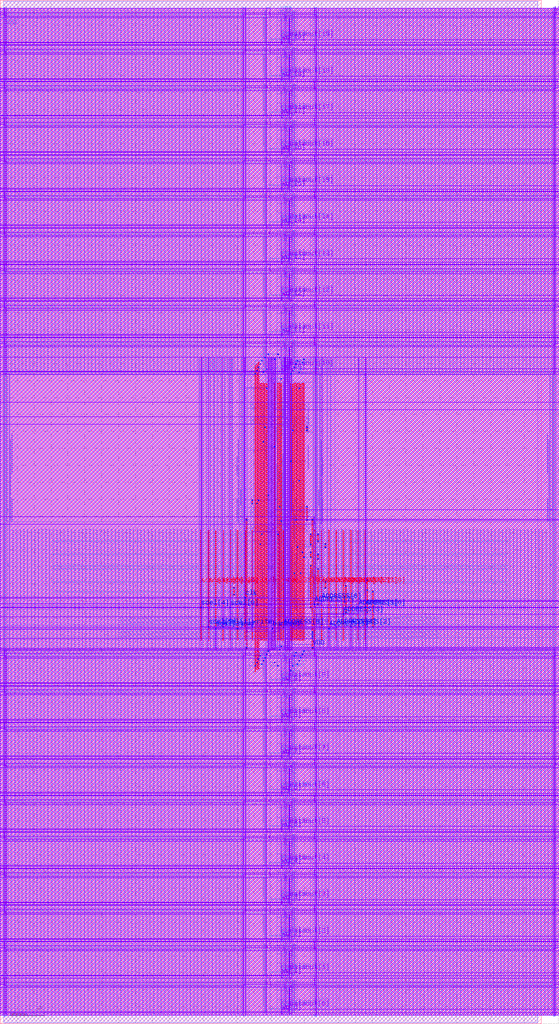
<source format=lef>
VERSION 5.8 ;
BUSBITCHARS "[]" ;
DIVIDERCHAR "/" ;

PROPERTYDEFINITIONS
  MACRO CatenaDesignType STRING ;
END PROPERTYDEFINITIONS

MACRO srambank_128x4x20_6t122
  CLASS BLOCK ;
  ORIGIN 0 0 ;
  FOREIGN srambank_128x4x20_6t122 0 0 ;
  SIZE 16.0 BY 30.240000000000002 ;
  SYMMETRY X Y ;
  SITE coreSite ;
  PIN VDD
    DIRECTION INOUT ;
    USE POWER ;
    PORT
      LAYER M4  ;
        RECT 0.0940 1.1720 16.4420 1.2200 ;
        RECT 0.0940 2.2520 16.4420 2.3000 ;
        RECT 0.0940 3.3320 16.4420 3.3800 ;
        RECT 0.0940 4.4120 16.4420 4.4600 ;
        RECT 0.0940 5.4920 16.4420 5.5400 ;
        RECT 0.0940 6.5720 16.4420 6.6200 ;
        RECT 0.0940 7.6520 16.4420 7.7000 ;
        RECT 0.0940 8.7320 16.4420 8.7800 ;
        RECT 0.0940 9.8120 16.4420 9.8600 ;
        RECT 0.0940 10.8920 16.4420 10.9400 ;
        RECT 3.5640 11.3730 12.9600 11.5890 ;
        RECT 9.1970 14.8770 9.3380 14.9010 ;
        RECT 9.0660 11.0930 9.3290 11.1170 ;
        RECT 7.3980 14.5410 9.1260 14.7570 ;
        RECT 7.3980 17.7090 9.1260 17.9250 ;
        RECT 0.0940 20.0990 16.4420 20.1470 ;
        RECT 0.0940 21.1790 16.4420 21.2270 ;
        RECT 0.0940 22.2590 16.4420 22.3070 ;
        RECT 0.0940 23.3390 16.4420 23.3870 ;
        RECT 0.0940 24.4190 16.4420 24.4670 ;
        RECT 0.0940 25.4990 16.4420 25.5470 ;
        RECT 0.0940 26.5790 16.4420 26.6270 ;
        RECT 0.0940 27.6590 16.4420 27.7070 ;
        RECT 0.0940 28.7390 16.4420 28.7870 ;
        RECT 0.0940 29.8190 16.4420 29.8670 ;
      LAYER M3  ;
        RECT 16.3940 0.2165 16.4120 1.3765 ;
        RECT 9.2840 0.2170 9.3020 1.3760 ;
        RECT 7.8800 0.2570 7.9700 1.3710 ;
        RECT 7.2320 0.2170 7.2500 1.3760 ;
        RECT 0.1220 0.2165 0.1400 1.3765 ;
        RECT 16.3940 1.2965 16.4120 2.4565 ;
        RECT 9.2840 1.2970 9.3020 2.4560 ;
        RECT 7.8800 1.3370 7.9700 2.4510 ;
        RECT 7.2320 1.2970 7.2500 2.4560 ;
        RECT 0.1220 1.2965 0.1400 2.4565 ;
        RECT 16.3940 2.3765 16.4120 3.5365 ;
        RECT 9.2840 2.3770 9.3020 3.5360 ;
        RECT 7.8800 2.4170 7.9700 3.5310 ;
        RECT 7.2320 2.3770 7.2500 3.5360 ;
        RECT 0.1220 2.3765 0.1400 3.5365 ;
        RECT 16.3940 3.4565 16.4120 4.6165 ;
        RECT 9.2840 3.4570 9.3020 4.6160 ;
        RECT 7.8800 3.4970 7.9700 4.6110 ;
        RECT 7.2320 3.4570 7.2500 4.6160 ;
        RECT 0.1220 3.4565 0.1400 4.6165 ;
        RECT 16.3940 4.5365 16.4120 5.6965 ;
        RECT 9.2840 4.5370 9.3020 5.6960 ;
        RECT 7.8800 4.5770 7.9700 5.6910 ;
        RECT 7.2320 4.5370 7.2500 5.6960 ;
        RECT 0.1220 4.5365 0.1400 5.6965 ;
        RECT 16.3940 5.6165 16.4120 6.7765 ;
        RECT 9.2840 5.6170 9.3020 6.7760 ;
        RECT 7.8800 5.6570 7.9700 6.7710 ;
        RECT 7.2320 5.6170 7.2500 6.7760 ;
        RECT 0.1220 5.6165 0.1400 6.7765 ;
        RECT 16.3940 6.6965 16.4120 7.8565 ;
        RECT 9.2840 6.6970 9.3020 7.8560 ;
        RECT 7.8800 6.7370 7.9700 7.8510 ;
        RECT 7.2320 6.6970 7.2500 7.8560 ;
        RECT 0.1220 6.6965 0.1400 7.8565 ;
        RECT 16.3940 7.7765 16.4120 8.9365 ;
        RECT 9.2840 7.7770 9.3020 8.9360 ;
        RECT 7.8800 7.8170 7.9700 8.9310 ;
        RECT 7.2320 7.7770 7.2500 8.9360 ;
        RECT 0.1220 7.7765 0.1400 8.9365 ;
        RECT 16.3940 8.8565 16.4120 10.0165 ;
        RECT 9.2840 8.8570 9.3020 10.0160 ;
        RECT 7.8800 8.8970 7.9700 10.0110 ;
        RECT 7.2320 8.8570 7.2500 10.0160 ;
        RECT 0.1220 8.8565 0.1400 10.0165 ;
        RECT 16.3940 9.9365 16.4120 11.0965 ;
        RECT 9.2840 9.9370 9.3020 11.0960 ;
        RECT 7.8800 9.9770 7.9700 11.0910 ;
        RECT 7.2320 9.9370 7.2500 11.0960 ;
        RECT 0.1220 9.9365 0.1400 11.0965 ;
        RECT 16.3890 11.0105 16.4070 19.2175 ;
        RECT 9.2970 14.8300 9.3150 19.1785 ;
        RECT 9.2790 11.0435 9.2970 11.1815 ;
        RECT 7.9110 11.3340 8.1450 18.9170 ;
        RECT 7.8750 18.8340 7.9650 19.2100 ;
        RECT 7.8750 11.0500 7.9650 11.4260 ;
        RECT 0.1170 11.0105 0.1350 19.2175 ;
        RECT 16.3940 19.1435 16.4120 20.3035 ;
        RECT 9.2840 19.1440 9.3020 20.3030 ;
        RECT 7.8800 19.1840 7.9700 20.2980 ;
        RECT 7.2320 19.1440 7.2500 20.3030 ;
        RECT 0.1220 19.1435 0.1400 20.3035 ;
        RECT 16.3940 20.2235 16.4120 21.3835 ;
        RECT 9.2840 20.2240 9.3020 21.3830 ;
        RECT 7.8800 20.2640 7.9700 21.3780 ;
        RECT 7.2320 20.2240 7.2500 21.3830 ;
        RECT 0.1220 20.2235 0.1400 21.3835 ;
        RECT 16.3940 21.3035 16.4120 22.4635 ;
        RECT 9.2840 21.3040 9.3020 22.4630 ;
        RECT 7.8800 21.3440 7.9700 22.4580 ;
        RECT 7.2320 21.3040 7.2500 22.4630 ;
        RECT 0.1220 21.3035 0.1400 22.4635 ;
        RECT 16.3940 22.3835 16.4120 23.5435 ;
        RECT 9.2840 22.3840 9.3020 23.5430 ;
        RECT 7.8800 22.4240 7.9700 23.5380 ;
        RECT 7.2320 22.3840 7.2500 23.5430 ;
        RECT 0.1220 22.3835 0.1400 23.5435 ;
        RECT 16.3940 23.4635 16.4120 24.6235 ;
        RECT 9.2840 23.4640 9.3020 24.6230 ;
        RECT 7.8800 23.5040 7.9700 24.6180 ;
        RECT 7.2320 23.4640 7.2500 24.6230 ;
        RECT 0.1220 23.4635 0.1400 24.6235 ;
        RECT 16.3940 24.5435 16.4120 25.7035 ;
        RECT 9.2840 24.5440 9.3020 25.7030 ;
        RECT 7.8800 24.5840 7.9700 25.6980 ;
        RECT 7.2320 24.5440 7.2500 25.7030 ;
        RECT 0.1220 24.5435 0.1400 25.7035 ;
        RECT 16.3940 25.6235 16.4120 26.7835 ;
        RECT 9.2840 25.6240 9.3020 26.7830 ;
        RECT 7.8800 25.6640 7.9700 26.7780 ;
        RECT 7.2320 25.6240 7.2500 26.7830 ;
        RECT 0.1220 25.6235 0.1400 26.7835 ;
        RECT 16.3940 26.7035 16.4120 27.8635 ;
        RECT 9.2840 26.7040 9.3020 27.8630 ;
        RECT 7.8800 26.7440 7.9700 27.8580 ;
        RECT 7.2320 26.7040 7.2500 27.8630 ;
        RECT 0.1220 26.7035 0.1400 27.8635 ;
        RECT 16.3940 27.7835 16.4120 28.9435 ;
        RECT 9.2840 27.7840 9.3020 28.9430 ;
        RECT 7.8800 27.8240 7.9700 28.9380 ;
        RECT 7.2320 27.7840 7.2500 28.9430 ;
        RECT 0.1220 27.7835 0.1400 28.9435 ;
        RECT 16.3940 28.8635 16.4120 30.0235 ;
        RECT 9.2840 28.8640 9.3020 30.0230 ;
        RECT 7.8800 28.9040 7.9700 30.0180 ;
        RECT 7.2320 28.8640 7.2500 30.0230 ;
        RECT 0.1220 28.8635 0.1400 30.0235 ;
      LAYER V3  ;
        RECT 0.1220 1.1720 0.1400 1.2200 ;
        RECT 7.2320 1.1720 7.2500 1.2200 ;
        RECT 7.8800 1.1720 7.9700 1.2200 ;
        RECT 9.2840 1.1720 9.3020 1.2200 ;
        RECT 16.3940 1.1720 16.4120 1.2200 ;
        RECT 0.1220 2.2520 0.1400 2.3000 ;
        RECT 7.2320 2.2520 7.2500 2.3000 ;
        RECT 7.8800 2.2520 7.9700 2.3000 ;
        RECT 9.2840 2.2520 9.3020 2.3000 ;
        RECT 16.3940 2.2520 16.4120 2.3000 ;
        RECT 0.1220 3.3320 0.1400 3.3800 ;
        RECT 7.2320 3.3320 7.2500 3.3800 ;
        RECT 7.8800 3.3320 7.9700 3.3800 ;
        RECT 9.2840 3.3320 9.3020 3.3800 ;
        RECT 16.3940 3.3320 16.4120 3.3800 ;
        RECT 0.1220 4.4120 0.1400 4.4600 ;
        RECT 7.2320 4.4120 7.2500 4.4600 ;
        RECT 7.8800 4.4120 7.9700 4.4600 ;
        RECT 9.2840 4.4120 9.3020 4.4600 ;
        RECT 16.3940 4.4120 16.4120 4.4600 ;
        RECT 0.1220 5.4920 0.1400 5.5400 ;
        RECT 7.2320 5.4920 7.2500 5.5400 ;
        RECT 7.8800 5.4920 7.9700 5.5400 ;
        RECT 9.2840 5.4920 9.3020 5.5400 ;
        RECT 16.3940 5.4920 16.4120 5.5400 ;
        RECT 0.1220 6.5720 0.1400 6.6200 ;
        RECT 7.2320 6.5720 7.2500 6.6200 ;
        RECT 7.8800 6.5720 7.9700 6.6200 ;
        RECT 9.2840 6.5720 9.3020 6.6200 ;
        RECT 16.3940 6.5720 16.4120 6.6200 ;
        RECT 0.1220 7.6520 0.1400 7.7000 ;
        RECT 7.2320 7.6520 7.2500 7.7000 ;
        RECT 7.8800 7.6520 7.9700 7.7000 ;
        RECT 9.2840 7.6520 9.3020 7.7000 ;
        RECT 16.3940 7.6520 16.4120 7.7000 ;
        RECT 0.1220 8.7320 0.1400 8.7800 ;
        RECT 7.2320 8.7320 7.2500 8.7800 ;
        RECT 7.8800 8.7320 7.9700 8.7800 ;
        RECT 9.2840 8.7320 9.3020 8.7800 ;
        RECT 16.3940 8.7320 16.4120 8.7800 ;
        RECT 0.1220 9.8120 0.1400 9.8600 ;
        RECT 7.2320 9.8120 7.2500 9.8600 ;
        RECT 7.8800 9.8120 7.9700 9.8600 ;
        RECT 9.2840 9.8120 9.3020 9.8600 ;
        RECT 16.3940 9.8120 16.4120 9.8600 ;
        RECT 0.1220 10.8920 0.1400 10.9400 ;
        RECT 7.2320 10.8920 7.2500 10.9400 ;
        RECT 7.8800 10.8920 7.9700 10.9400 ;
        RECT 9.2840 10.8920 9.3020 10.9400 ;
        RECT 16.3940 10.8920 16.4120 10.9400 ;
        RECT 7.9150 17.7090 7.9330 17.9250 ;
        RECT 7.9150 14.5410 7.9330 14.7570 ;
        RECT 7.9150 11.3730 7.9330 11.5890 ;
        RECT 7.9670 17.7090 7.9850 17.9250 ;
        RECT 7.9670 14.5410 7.9850 14.7570 ;
        RECT 7.9670 11.3730 7.9850 11.5890 ;
        RECT 8.0190 17.7090 8.0370 17.9250 ;
        RECT 8.0190 14.5410 8.0370 14.7570 ;
        RECT 8.0190 11.3730 8.0370 11.5890 ;
        RECT 8.0710 17.7090 8.0890 17.9250 ;
        RECT 8.0710 14.5410 8.0890 14.7570 ;
        RECT 8.0710 11.3730 8.0890 11.5890 ;
        RECT 8.1230 17.7090 8.1410 17.9250 ;
        RECT 8.1230 14.5410 8.1410 14.7570 ;
        RECT 8.1230 11.3730 8.1410 11.5890 ;
        RECT 9.2790 11.0930 9.2970 11.1170 ;
        RECT 9.2970 14.8770 9.3150 14.9010 ;
        RECT 0.1220 20.0990 0.1400 20.1470 ;
        RECT 7.2320 20.0990 7.2500 20.1470 ;
        RECT 7.8800 20.0990 7.9700 20.1470 ;
        RECT 9.2840 20.0990 9.3020 20.1470 ;
        RECT 16.3940 20.0990 16.4120 20.1470 ;
        RECT 0.1220 21.1790 0.1400 21.2270 ;
        RECT 7.2320 21.1790 7.2500 21.2270 ;
        RECT 7.8800 21.1790 7.9700 21.2270 ;
        RECT 9.2840 21.1790 9.3020 21.2270 ;
        RECT 16.3940 21.1790 16.4120 21.2270 ;
        RECT 0.1220 22.2590 0.1400 22.3070 ;
        RECT 7.2320 22.2590 7.2500 22.3070 ;
        RECT 7.8800 22.2590 7.9700 22.3070 ;
        RECT 9.2840 22.2590 9.3020 22.3070 ;
        RECT 16.3940 22.2590 16.4120 22.3070 ;
        RECT 0.1220 23.3390 0.1400 23.3870 ;
        RECT 7.2320 23.3390 7.2500 23.3870 ;
        RECT 7.8800 23.3390 7.9700 23.3870 ;
        RECT 9.2840 23.3390 9.3020 23.3870 ;
        RECT 16.3940 23.3390 16.4120 23.3870 ;
        RECT 0.1220 24.4190 0.1400 24.4670 ;
        RECT 7.2320 24.4190 7.2500 24.4670 ;
        RECT 7.8800 24.4190 7.9700 24.4670 ;
        RECT 9.2840 24.4190 9.3020 24.4670 ;
        RECT 16.3940 24.4190 16.4120 24.4670 ;
        RECT 0.1220 25.4990 0.1400 25.5470 ;
        RECT 7.2320 25.4990 7.2500 25.5470 ;
        RECT 7.8800 25.4990 7.9700 25.5470 ;
        RECT 9.2840 25.4990 9.3020 25.5470 ;
        RECT 16.3940 25.4990 16.4120 25.5470 ;
        RECT 0.1220 26.5790 0.1400 26.6270 ;
        RECT 7.2320 26.5790 7.2500 26.6270 ;
        RECT 7.8800 26.5790 7.9700 26.6270 ;
        RECT 9.2840 26.5790 9.3020 26.6270 ;
        RECT 16.3940 26.5790 16.4120 26.6270 ;
        RECT 0.1220 27.6590 0.1400 27.7070 ;
        RECT 7.2320 27.6590 7.2500 27.7070 ;
        RECT 7.8800 27.6590 7.9700 27.7070 ;
        RECT 9.2840 27.6590 9.3020 27.7070 ;
        RECT 16.3940 27.6590 16.4120 27.7070 ;
        RECT 0.1220 28.7390 0.1400 28.7870 ;
        RECT 7.2320 28.7390 7.2500 28.7870 ;
        RECT 7.8800 28.7390 7.9700 28.7870 ;
        RECT 9.2840 28.7390 9.3020 28.7870 ;
        RECT 16.3940 28.7390 16.4120 28.7870 ;
        RECT 0.1220 29.8190 0.1400 29.8670 ;
        RECT 7.2320 29.8190 7.2500 29.8670 ;
        RECT 7.8800 29.8190 7.9700 29.8670 ;
        RECT 9.2840 29.8190 9.3020 29.8670 ;
        RECT 16.3940 29.8190 16.4120 29.8670 ;
      LAYER M5  ;
        RECT 9.2160 11.0750 9.2400 14.9190 ;
      LAYER V4  ;
        RECT 9.2160 14.8770 9.2400 14.9010 ;
        RECT 9.2160 11.3730 9.2400 11.5890 ;
        RECT 9.2160 11.0930 9.2400 11.1170 ;
    END
  END VDD
  PIN VSS
    DIRECTION INOUT ;
    USE POWER ;
    PORT
      LAYER M4  ;
        RECT 0.0940 1.0760 16.4370 1.1240 ;
        RECT 0.0940 2.1560 16.4370 2.2040 ;
        RECT 0.0940 3.2360 16.4370 3.2840 ;
        RECT 0.0940 4.3160 16.4370 4.3640 ;
        RECT 0.0940 5.3960 16.4370 5.4440 ;
        RECT 0.0940 6.4760 16.4370 6.5240 ;
        RECT 0.0940 7.5560 16.4370 7.6040 ;
        RECT 0.0940 8.6360 16.4370 8.6840 ;
        RECT 0.0940 9.7160 16.4370 9.7640 ;
        RECT 0.0940 10.7960 16.4370 10.8440 ;
        RECT 3.5640 11.8050 12.9600 12.0210 ;
        RECT 7.3980 14.9730 9.1260 15.1890 ;
        RECT 7.3980 18.1410 9.1260 18.3570 ;
        RECT 0.0940 20.0030 16.4370 20.0510 ;
        RECT 0.0940 21.0830 16.4370 21.1310 ;
        RECT 0.0940 22.1630 16.4370 22.2110 ;
        RECT 0.0940 23.2430 16.4370 23.2910 ;
        RECT 0.0940 24.3230 16.4370 24.3710 ;
        RECT 0.0940 25.4030 16.4370 25.4510 ;
        RECT 0.0940 26.4830 16.4370 26.5310 ;
        RECT 0.0940 27.5630 16.4370 27.6110 ;
        RECT 0.0940 28.6430 16.4370 28.6910 ;
        RECT 0.0940 29.7230 16.4370 29.7710 ;
      LAYER M3  ;
        RECT 16.3580 0.2165 16.3760 1.3765 ;
        RECT 9.3380 0.2165 9.3560 1.3765 ;
        RECT 8.5730 0.2530 8.6090 1.3670 ;
        RECT 8.4200 0.2530 8.4470 1.3670 ;
        RECT 7.1780 0.2165 7.1960 1.3765 ;
        RECT 0.1580 0.2165 0.1760 1.3765 ;
        RECT 16.3580 1.2965 16.3760 2.4565 ;
        RECT 9.3380 1.2965 9.3560 2.4565 ;
        RECT 8.5730 1.3330 8.6090 2.4470 ;
        RECT 8.4200 1.3330 8.4470 2.4470 ;
        RECT 7.1780 1.2965 7.1960 2.4565 ;
        RECT 0.1580 1.2965 0.1760 2.4565 ;
        RECT 16.3580 2.3765 16.3760 3.5365 ;
        RECT 9.3380 2.3765 9.3560 3.5365 ;
        RECT 8.5730 2.4130 8.6090 3.5270 ;
        RECT 8.4200 2.4130 8.4470 3.5270 ;
        RECT 7.1780 2.3765 7.1960 3.5365 ;
        RECT 0.1580 2.3765 0.1760 3.5365 ;
        RECT 16.3580 3.4565 16.3760 4.6165 ;
        RECT 9.3380 3.4565 9.3560 4.6165 ;
        RECT 8.5730 3.4930 8.6090 4.6070 ;
        RECT 8.4200 3.4930 8.4470 4.6070 ;
        RECT 7.1780 3.4565 7.1960 4.6165 ;
        RECT 0.1580 3.4565 0.1760 4.6165 ;
        RECT 16.3580 4.5365 16.3760 5.6965 ;
        RECT 9.3380 4.5365 9.3560 5.6965 ;
        RECT 8.5730 4.5730 8.6090 5.6870 ;
        RECT 8.4200 4.5730 8.4470 5.6870 ;
        RECT 7.1780 4.5365 7.1960 5.6965 ;
        RECT 0.1580 4.5365 0.1760 5.6965 ;
        RECT 16.3580 5.6165 16.3760 6.7765 ;
        RECT 9.3380 5.6165 9.3560 6.7765 ;
        RECT 8.5730 5.6530 8.6090 6.7670 ;
        RECT 8.4200 5.6530 8.4470 6.7670 ;
        RECT 7.1780 5.6165 7.1960 6.7765 ;
        RECT 0.1580 5.6165 0.1760 6.7765 ;
        RECT 16.3580 6.6965 16.3760 7.8565 ;
        RECT 9.3380 6.6965 9.3560 7.8565 ;
        RECT 8.5730 6.7330 8.6090 7.8470 ;
        RECT 8.4200 6.7330 8.4470 7.8470 ;
        RECT 7.1780 6.6965 7.1960 7.8565 ;
        RECT 0.1580 6.6965 0.1760 7.8565 ;
        RECT 16.3580 7.7765 16.3760 8.9365 ;
        RECT 9.3380 7.7765 9.3560 8.9365 ;
        RECT 8.5730 7.8130 8.6090 8.9270 ;
        RECT 8.4200 7.8130 8.4470 8.9270 ;
        RECT 7.1780 7.7765 7.1960 8.9365 ;
        RECT 0.1580 7.7765 0.1760 8.9365 ;
        RECT 16.3580 8.8565 16.3760 10.0165 ;
        RECT 9.3380 8.8565 9.3560 10.0165 ;
        RECT 8.5730 8.8930 8.6090 10.0070 ;
        RECT 8.4200 8.8930 8.4470 10.0070 ;
        RECT 7.1780 8.8565 7.1960 10.0165 ;
        RECT 0.1580 8.8565 0.1760 10.0165 ;
        RECT 16.3580 9.9365 16.3760 11.0965 ;
        RECT 9.3380 9.9365 9.3560 11.0965 ;
        RECT 8.5730 9.9730 8.6090 11.0870 ;
        RECT 8.4200 9.9730 8.4470 11.0870 ;
        RECT 7.1780 9.9365 7.1960 11.0965 ;
        RECT 0.1580 9.9365 0.1760 11.0965 ;
        RECT 16.3530 11.0105 16.3710 19.2175 ;
        RECT 9.3330 11.0105 9.3510 19.2175 ;
        RECT 8.3790 11.2340 8.6130 18.9170 ;
        RECT 8.5680 11.0545 8.6040 19.1740 ;
        RECT 8.4150 11.0540 8.4420 19.1740 ;
        RECT 7.1730 11.0105 7.1910 19.2175 ;
        RECT 0.1530 11.0105 0.1710 19.2175 ;
        RECT 16.3580 19.1435 16.3760 20.3035 ;
        RECT 9.3380 19.1435 9.3560 20.3035 ;
        RECT 8.5730 19.1800 8.6090 20.2940 ;
        RECT 8.4200 19.1800 8.4470 20.2940 ;
        RECT 7.1780 19.1435 7.1960 20.3035 ;
        RECT 0.1580 19.1435 0.1760 20.3035 ;
        RECT 16.3580 20.2235 16.3760 21.3835 ;
        RECT 9.3380 20.2235 9.3560 21.3835 ;
        RECT 8.5730 20.2600 8.6090 21.3740 ;
        RECT 8.4200 20.2600 8.4470 21.3740 ;
        RECT 7.1780 20.2235 7.1960 21.3835 ;
        RECT 0.1580 20.2235 0.1760 21.3835 ;
        RECT 16.3580 21.3035 16.3760 22.4635 ;
        RECT 9.3380 21.3035 9.3560 22.4635 ;
        RECT 8.5730 21.3400 8.6090 22.4540 ;
        RECT 8.4200 21.3400 8.4470 22.4540 ;
        RECT 7.1780 21.3035 7.1960 22.4635 ;
        RECT 0.1580 21.3035 0.1760 22.4635 ;
        RECT 16.3580 22.3835 16.3760 23.5435 ;
        RECT 9.3380 22.3835 9.3560 23.5435 ;
        RECT 8.5730 22.4200 8.6090 23.5340 ;
        RECT 8.4200 22.4200 8.4470 23.5340 ;
        RECT 7.1780 22.3835 7.1960 23.5435 ;
        RECT 0.1580 22.3835 0.1760 23.5435 ;
        RECT 16.3580 23.4635 16.3760 24.6235 ;
        RECT 9.3380 23.4635 9.3560 24.6235 ;
        RECT 8.5730 23.5000 8.6090 24.6140 ;
        RECT 8.4200 23.5000 8.4470 24.6140 ;
        RECT 7.1780 23.4635 7.1960 24.6235 ;
        RECT 0.1580 23.4635 0.1760 24.6235 ;
        RECT 16.3580 24.5435 16.3760 25.7035 ;
        RECT 9.3380 24.5435 9.3560 25.7035 ;
        RECT 8.5730 24.5800 8.6090 25.6940 ;
        RECT 8.4200 24.5800 8.4470 25.6940 ;
        RECT 7.1780 24.5435 7.1960 25.7035 ;
        RECT 0.1580 24.5435 0.1760 25.7035 ;
        RECT 16.3580 25.6235 16.3760 26.7835 ;
        RECT 9.3380 25.6235 9.3560 26.7835 ;
        RECT 8.5730 25.6600 8.6090 26.7740 ;
        RECT 8.4200 25.6600 8.4470 26.7740 ;
        RECT 7.1780 25.6235 7.1960 26.7835 ;
        RECT 0.1580 25.6235 0.1760 26.7835 ;
        RECT 16.3580 26.7035 16.3760 27.8635 ;
        RECT 9.3380 26.7035 9.3560 27.8635 ;
        RECT 8.5730 26.7400 8.6090 27.8540 ;
        RECT 8.4200 26.7400 8.4470 27.8540 ;
        RECT 7.1780 26.7035 7.1960 27.8635 ;
        RECT 0.1580 26.7035 0.1760 27.8635 ;
        RECT 16.3580 27.7835 16.3760 28.9435 ;
        RECT 9.3380 27.7835 9.3560 28.9435 ;
        RECT 8.5730 27.8200 8.6090 28.9340 ;
        RECT 8.4200 27.8200 8.4470 28.9340 ;
        RECT 7.1780 27.7835 7.1960 28.9435 ;
        RECT 0.1580 27.7835 0.1760 28.9435 ;
        RECT 16.3580 28.8635 16.3760 30.0235 ;
        RECT 9.3380 28.8635 9.3560 30.0235 ;
        RECT 8.5730 28.9000 8.6090 30.0140 ;
        RECT 8.4200 28.9000 8.4470 30.0140 ;
        RECT 7.1780 28.8635 7.1960 30.0235 ;
        RECT 0.1580 28.8635 0.1760 30.0235 ;
      LAYER V3  ;
        RECT 0.1580 1.0760 0.1760 1.1240 ;
        RECT 7.1780 1.0760 7.1960 1.1240 ;
        RECT 8.4200 1.0760 8.4470 1.1240 ;
        RECT 8.5730 1.0760 8.6090 1.1240 ;
        RECT 9.3380 1.0760 9.3560 1.1240 ;
        RECT 16.3580 1.0760 16.3760 1.1240 ;
        RECT 0.1580 2.1560 0.1760 2.2040 ;
        RECT 7.1780 2.1560 7.1960 2.2040 ;
        RECT 8.4200 2.1560 8.4470 2.2040 ;
        RECT 8.5730 2.1560 8.6090 2.2040 ;
        RECT 9.3380 2.1560 9.3560 2.2040 ;
        RECT 16.3580 2.1560 16.3760 2.2040 ;
        RECT 0.1580 3.2360 0.1760 3.2840 ;
        RECT 7.1780 3.2360 7.1960 3.2840 ;
        RECT 8.4200 3.2360 8.4470 3.2840 ;
        RECT 8.5730 3.2360 8.6090 3.2840 ;
        RECT 9.3380 3.2360 9.3560 3.2840 ;
        RECT 16.3580 3.2360 16.3760 3.2840 ;
        RECT 0.1580 4.3160 0.1760 4.3640 ;
        RECT 7.1780 4.3160 7.1960 4.3640 ;
        RECT 8.4200 4.3160 8.4470 4.3640 ;
        RECT 8.5730 4.3160 8.6090 4.3640 ;
        RECT 9.3380 4.3160 9.3560 4.3640 ;
        RECT 16.3580 4.3160 16.3760 4.3640 ;
        RECT 0.1580 5.3960 0.1760 5.4440 ;
        RECT 7.1780 5.3960 7.1960 5.4440 ;
        RECT 8.4200 5.3960 8.4470 5.4440 ;
        RECT 8.5730 5.3960 8.6090 5.4440 ;
        RECT 9.3380 5.3960 9.3560 5.4440 ;
        RECT 16.3580 5.3960 16.3760 5.4440 ;
        RECT 0.1580 6.4760 0.1760 6.5240 ;
        RECT 7.1780 6.4760 7.1960 6.5240 ;
        RECT 8.4200 6.4760 8.4470 6.5240 ;
        RECT 8.5730 6.4760 8.6090 6.5240 ;
        RECT 9.3380 6.4760 9.3560 6.5240 ;
        RECT 16.3580 6.4760 16.3760 6.5240 ;
        RECT 0.1580 7.5560 0.1760 7.6040 ;
        RECT 7.1780 7.5560 7.1960 7.6040 ;
        RECT 8.4200 7.5560 8.4470 7.6040 ;
        RECT 8.5730 7.5560 8.6090 7.6040 ;
        RECT 9.3380 7.5560 9.3560 7.6040 ;
        RECT 16.3580 7.5560 16.3760 7.6040 ;
        RECT 0.1580 8.6360 0.1760 8.6840 ;
        RECT 7.1780 8.6360 7.1960 8.6840 ;
        RECT 8.4200 8.6360 8.4470 8.6840 ;
        RECT 8.5730 8.6360 8.6090 8.6840 ;
        RECT 9.3380 8.6360 9.3560 8.6840 ;
        RECT 16.3580 8.6360 16.3760 8.6840 ;
        RECT 0.1580 9.7160 0.1760 9.7640 ;
        RECT 7.1780 9.7160 7.1960 9.7640 ;
        RECT 8.4200 9.7160 8.4470 9.7640 ;
        RECT 8.5730 9.7160 8.6090 9.7640 ;
        RECT 9.3380 9.7160 9.3560 9.7640 ;
        RECT 16.3580 9.7160 16.3760 9.7640 ;
        RECT 0.1580 10.7960 0.1760 10.8440 ;
        RECT 7.1780 10.7960 7.1960 10.8440 ;
        RECT 8.4200 10.7960 8.4470 10.8440 ;
        RECT 8.5730 10.7960 8.6090 10.8440 ;
        RECT 9.3380 10.7960 9.3560 10.8440 ;
        RECT 16.3580 10.7960 16.3760 10.8440 ;
        RECT 8.3830 18.1410 8.4010 18.3570 ;
        RECT 8.3830 14.9730 8.4010 15.1890 ;
        RECT 8.3830 11.8050 8.4010 12.0210 ;
        RECT 8.4350 18.1410 8.4530 18.3570 ;
        RECT 8.4350 14.9730 8.4530 15.1890 ;
        RECT 8.4350 11.8050 8.4530 12.0210 ;
        RECT 8.4870 18.1410 8.5050 18.3570 ;
        RECT 8.4870 14.9730 8.5050 15.1890 ;
        RECT 8.4870 11.8050 8.5050 12.0210 ;
        RECT 8.5390 18.1410 8.5570 18.3570 ;
        RECT 8.5390 14.9730 8.5570 15.1890 ;
        RECT 8.5390 11.8050 8.5570 12.0210 ;
        RECT 8.5910 18.1410 8.6090 18.3570 ;
        RECT 8.5910 14.9730 8.6090 15.1890 ;
        RECT 8.5910 11.8050 8.6090 12.0210 ;
        RECT 9.3330 11.8055 9.3510 12.0215 ;
        RECT 0.1580 20.0030 0.1760 20.0510 ;
        RECT 7.1780 20.0030 7.1960 20.0510 ;
        RECT 8.4200 20.0030 8.4470 20.0510 ;
        RECT 8.5730 20.0030 8.6090 20.0510 ;
        RECT 9.3380 20.0030 9.3560 20.0510 ;
        RECT 16.3580 20.0030 16.3760 20.0510 ;
        RECT 0.1580 21.0830 0.1760 21.1310 ;
        RECT 7.1780 21.0830 7.1960 21.1310 ;
        RECT 8.4200 21.0830 8.4470 21.1310 ;
        RECT 8.5730 21.0830 8.6090 21.1310 ;
        RECT 9.3380 21.0830 9.3560 21.1310 ;
        RECT 16.3580 21.0830 16.3760 21.1310 ;
        RECT 0.1580 22.1630 0.1760 22.2110 ;
        RECT 7.1780 22.1630 7.1960 22.2110 ;
        RECT 8.4200 22.1630 8.4470 22.2110 ;
        RECT 8.5730 22.1630 8.6090 22.2110 ;
        RECT 9.3380 22.1630 9.3560 22.2110 ;
        RECT 16.3580 22.1630 16.3760 22.2110 ;
        RECT 0.1580 23.2430 0.1760 23.2910 ;
        RECT 7.1780 23.2430 7.1960 23.2910 ;
        RECT 8.4200 23.2430 8.4470 23.2910 ;
        RECT 8.5730 23.2430 8.6090 23.2910 ;
        RECT 9.3380 23.2430 9.3560 23.2910 ;
        RECT 16.3580 23.2430 16.3760 23.2910 ;
        RECT 0.1580 24.3230 0.1760 24.3710 ;
        RECT 7.1780 24.3230 7.1960 24.3710 ;
        RECT 8.4200 24.3230 8.4470 24.3710 ;
        RECT 8.5730 24.3230 8.6090 24.3710 ;
        RECT 9.3380 24.3230 9.3560 24.3710 ;
        RECT 16.3580 24.3230 16.3760 24.3710 ;
        RECT 0.1580 25.4030 0.1760 25.4510 ;
        RECT 7.1780 25.4030 7.1960 25.4510 ;
        RECT 8.4200 25.4030 8.4470 25.4510 ;
        RECT 8.5730 25.4030 8.6090 25.4510 ;
        RECT 9.3380 25.4030 9.3560 25.4510 ;
        RECT 16.3580 25.4030 16.3760 25.4510 ;
        RECT 0.1580 26.4830 0.1760 26.5310 ;
        RECT 7.1780 26.4830 7.1960 26.5310 ;
        RECT 8.4200 26.4830 8.4470 26.5310 ;
        RECT 8.5730 26.4830 8.6090 26.5310 ;
        RECT 9.3380 26.4830 9.3560 26.5310 ;
        RECT 16.3580 26.4830 16.3760 26.5310 ;
        RECT 0.1580 27.5630 0.1760 27.6110 ;
        RECT 7.1780 27.5630 7.1960 27.6110 ;
        RECT 8.4200 27.5630 8.4470 27.6110 ;
        RECT 8.5730 27.5630 8.6090 27.6110 ;
        RECT 9.3380 27.5630 9.3560 27.6110 ;
        RECT 16.3580 27.5630 16.3760 27.6110 ;
        RECT 0.1580 28.6430 0.1760 28.6910 ;
        RECT 7.1780 28.6430 7.1960 28.6910 ;
        RECT 8.4200 28.6430 8.4470 28.6910 ;
        RECT 8.5730 28.6430 8.6090 28.6910 ;
        RECT 9.3380 28.6430 9.3560 28.6910 ;
        RECT 16.3580 28.6430 16.3760 28.6910 ;
        RECT 0.1580 29.7230 0.1760 29.7710 ;
        RECT 7.1780 29.7230 7.1960 29.7710 ;
        RECT 8.4200 29.7230 8.4470 29.7710 ;
        RECT 8.5730 29.7230 8.6090 29.7710 ;
        RECT 9.3380 29.7230 9.3560 29.7710 ;
        RECT 16.3580 29.7230 16.3760 29.7710 ;
    END
  END VSS
  PIN ADDRESS[0]
    DIRECTION INPUT ;
    USE SIGNAL ;
    PORT
      LAYER M3  ;
        RECT 10.7910 12.2770 10.8090 12.3140 ;
      LAYER M4  ;
        RECT 10.7390 12.2850 10.8230 12.3090 ;
      LAYER M5  ;
        RECT 10.7880 11.3340 10.8120 14.5740 ;
      LAYER V3  ;
        RECT 10.7910 12.2850 10.8090 12.3090 ;
      LAYER V4  ;
        RECT 10.7880 12.2850 10.8120 12.3090 ;
    END
  END ADDRESS[0]
  PIN ADDRESS[1]
    DIRECTION INPUT ;
    USE SIGNAL ;
    PORT
      LAYER M3  ;
        RECT 10.5750 12.2800 10.5930 12.3170 ;
      LAYER M4  ;
        RECT 10.5230 12.2850 10.6070 12.3090 ;
      LAYER M5  ;
        RECT 10.5720 11.3340 10.5960 14.5740 ;
      LAYER V3  ;
        RECT 10.5750 12.2850 10.5930 12.3090 ;
      LAYER V4  ;
        RECT 10.5720 12.2850 10.5960 12.3090 ;
    END
  END ADDRESS[1]
  PIN ADDRESS[2]
    DIRECTION INPUT ;
    USE SIGNAL ;
    PORT
      LAYER M3  ;
        RECT 10.3590 11.7010 10.3770 11.7380 ;
      LAYER M4  ;
        RECT 10.3070 11.7090 10.3910 11.7330 ;
      LAYER M5  ;
        RECT 10.3560 11.3340 10.3800 14.5740 ;
      LAYER V3  ;
        RECT 10.3590 11.7090 10.3770 11.7330 ;
      LAYER V4  ;
        RECT 10.3560 11.7090 10.3800 11.7330 ;
    END
  END ADDRESS[2]
  PIN ADDRESS[3]
    DIRECTION INPUT ;
    USE SIGNAL ;
    PORT
      LAYER M3  ;
        RECT 10.1430 11.9410 10.1610 12.1220 ;
      LAYER M4  ;
        RECT 10.0910 12.0930 10.1750 12.1170 ;
      LAYER M5  ;
        RECT 10.1400 11.3340 10.1640 14.5740 ;
      LAYER V3  ;
        RECT 10.1430 12.0930 10.1610 12.1170 ;
      LAYER V4  ;
        RECT 10.1400 12.0930 10.1640 12.1170 ;
    END
  END ADDRESS[3]
  PIN ADDRESS[4]
    DIRECTION INPUT ;
    USE SIGNAL ;
    PORT
      LAYER M3  ;
        RECT 9.9270 11.7040 9.9450 11.7710 ;
      LAYER M4  ;
        RECT 9.8750 11.7090 9.9590 11.7330 ;
      LAYER M5  ;
        RECT 9.9240 11.3340 9.9480 14.5740 ;
      LAYER V3  ;
        RECT 9.9270 11.7090 9.9450 11.7330 ;
      LAYER V4  ;
        RECT 9.9240 11.7090 9.9480 11.7330 ;
    END
  END ADDRESS[4]
  PIN ADDRESS[5]
    DIRECTION INPUT ;
    USE SIGNAL ;
    PORT
      LAYER M3  ;
        RECT 9.7110 11.4370 9.7290 11.6900 ;
      LAYER M4  ;
        RECT 9.6590 11.6610 9.7430 11.6850 ;
      LAYER M5  ;
        RECT 9.7080 11.3340 9.7320 14.5740 ;
      LAYER V3  ;
        RECT 9.7110 11.6610 9.7290 11.6850 ;
      LAYER V4  ;
        RECT 9.7080 11.6610 9.7320 11.6850 ;
    END
  END ADDRESS[5]
  PIN ADDRESS[6]
    DIRECTION INPUT ;
    USE SIGNAL ;
    PORT
      LAYER M3  ;
        RECT 9.4950 12.4720 9.5130 12.5090 ;
      LAYER M4  ;
        RECT 9.4430 12.4770 9.5270 12.5010 ;
      LAYER M5  ;
        RECT 9.4920 11.3340 9.5160 14.5740 ;
      LAYER V3  ;
        RECT 9.4950 12.4770 9.5130 12.5010 ;
      LAYER V4  ;
        RECT 9.4920 12.4770 9.5160 12.5010 ;
    END
  END ADDRESS[6]
  PIN ADDRESS[7]
    DIRECTION INPUT ;
    USE SIGNAL ;
    PORT
      LAYER M3  ;
        RECT 9.2790 12.3190 9.2970 12.4100 ;
      LAYER M4  ;
        RECT 9.2270 12.3810 9.3110 12.4050 ;
      LAYER M5  ;
        RECT 9.2760 11.3340 9.3000 14.5740 ;
      LAYER V3  ;
        RECT 9.2790 12.3810 9.2970 12.4050 ;
      LAYER V4  ;
        RECT 9.2760 12.3810 9.3000 12.4050 ;
    END
  END ADDRESS[7]
  PIN ADDRESS[8]
    DIRECTION INPUT ;
    USE SIGNAL ;
    PORT
      LAYER M3  ;
        RECT 8.6310 11.7040 8.6490 11.7710 ;
      LAYER M4  ;
        RECT 8.3470 11.7090 8.6600 11.7330 ;
      LAYER M5  ;
        RECT 8.3580 11.3340 8.3820 14.5740 ;
      LAYER V3  ;
        RECT 8.6310 11.7090 8.6490 11.7330 ;
      LAYER V4  ;
        RECT 8.3580 11.7090 8.3820 11.7330 ;
    END
  END ADDRESS[8]
  PIN banksel
    DIRECTION INPUT ;
    USE SIGNAL ;
    PORT
      LAYER M3  ;
        RECT 8.2350 11.4370 8.2530 11.6900 ;
      LAYER M4  ;
        RECT 8.0230 11.6610 8.2640 11.6850 ;
      LAYER M5  ;
        RECT 8.0340 11.3340 8.0580 14.5740 ;
      LAYER V3  ;
        RECT 8.2350 11.6610 8.2530 11.6850 ;
      LAYER V4  ;
        RECT 8.0340 11.6610 8.0580 11.6850 ;
    END
  END banksel
  PIN write
    DIRECTION INPUT ;
    USE SIGNAL ;
    PORT
      LAYER M3  ;
        RECT 7.4430 11.7040 7.4610 11.7710 ;
      LAYER M4  ;
        RECT 7.3910 11.7090 7.4750 11.7330 ;
      LAYER M5  ;
        RECT 7.4400 11.3340 7.4640 14.5740 ;
      LAYER V3  ;
        RECT 7.4430 11.7090 7.4610 11.7330 ;
      LAYER V4  ;
        RECT 7.4400 11.7090 7.4640 11.7330 ;
    END
  END write
  PIN clk
    DIRECTION INPUT ;
    USE SIGNAL ;
    PORT
      LAYER M3  ;
        RECT 7.2270 12.5680 7.2450 12.6170 ;
      LAYER M4  ;
        RECT 7.1750 12.5730 7.2590 12.5970 ;
      LAYER M5  ;
        RECT 7.2240 11.3340 7.2480 14.5740 ;
      LAYER V3  ;
        RECT 7.2270 12.5730 7.2450 12.5970 ;
      LAYER V4  ;
        RECT 7.2240 12.5730 7.2480 12.5970 ;
    END
  END clk
  PIN read
    DIRECTION INPUT ;
    USE SIGNAL ;
    PORT
      LAYER M3  ;
        RECT 7.2630 11.4370 7.2810 11.6900 ;
      LAYER M4  ;
        RECT 6.9970 11.6610 7.2920 11.6850 ;
      LAYER M5  ;
        RECT 7.0080 11.3340 7.0320 14.5740 ;
      LAYER V3  ;
        RECT 7.2630 11.6610 7.2810 11.6850 ;
      LAYER V4  ;
        RECT 7.0080 11.6610 7.0320 11.6850 ;
    END
  END read
  PIN sdel[0]
    DIRECTION INPUT ;
    USE SIGNAL ;
    PORT
      LAYER M3  ;
        RECT 6.7950 12.2770 6.8130 12.3140 ;
      LAYER M4  ;
        RECT 6.7430 12.2850 6.8270 12.3090 ;
      LAYER M5  ;
        RECT 6.7920 11.3340 6.8160 14.5740 ;
      LAYER V3  ;
        RECT 6.7950 12.2850 6.8130 12.3090 ;
      LAYER V4  ;
        RECT 6.7920 12.2850 6.8160 12.3090 ;
    END
  END sdel[0]
  PIN sdel[1]
    DIRECTION INPUT ;
    USE SIGNAL ;
    PORT
      LAYER M3  ;
        RECT 6.5790 11.7040 6.5970 11.9330 ;
      LAYER M4  ;
        RECT 6.5270 11.7090 6.6110 11.7330 ;
      LAYER M5  ;
        RECT 6.5760 11.3340 6.6000 14.5740 ;
      LAYER V3  ;
        RECT 6.5790 11.7090 6.5970 11.7330 ;
      LAYER V4  ;
        RECT 6.5760 11.7090 6.6000 11.7330 ;
    END
  END sdel[1]
  PIN sdel[2]
    DIRECTION INPUT ;
    USE SIGNAL ;
    PORT
      LAYER M3  ;
        RECT 6.3630 11.4370 6.3810 11.6900 ;
      LAYER M4  ;
        RECT 6.3110 11.6610 6.3950 11.6850 ;
      LAYER M5  ;
        RECT 6.3600 11.3340 6.3840 14.5740 ;
      LAYER V3  ;
        RECT 6.3630 11.6610 6.3810 11.6850 ;
      LAYER V4  ;
        RECT 6.3600 11.6610 6.3840 11.6850 ;
    END
  END sdel[2]
  PIN sdel[3]
    DIRECTION INPUT ;
    USE SIGNAL ;
    PORT
      LAYER M3  ;
        RECT 6.1470 11.7010 6.1650 11.7380 ;
      LAYER M4  ;
        RECT 6.0950 11.7090 6.1790 11.7330 ;
      LAYER M5  ;
        RECT 6.1440 11.3340 6.1680 14.5740 ;
      LAYER V3  ;
        RECT 6.1470 11.7090 6.1650 11.7330 ;
      LAYER V4  ;
        RECT 6.1440 11.7090 6.1680 11.7330 ;
    END
  END sdel[3]
  PIN sdel[4]
    DIRECTION INPUT ;
    USE SIGNAL ;
    PORT
      LAYER M3  ;
        RECT 5.9310 12.2770 5.9490 12.3140 ;
      LAYER M4  ;
        RECT 5.8790 12.2850 5.9630 12.3090 ;
      LAYER M5  ;
        RECT 5.9280 11.3340 5.9520 14.5740 ;
      LAYER V3  ;
        RECT 5.9310 12.2850 5.9490 12.3090 ;
      LAYER V4  ;
        RECT 5.9280 12.2850 5.9520 12.3090 ;
    END
  END sdel[4]
  PIN dataout[0]
    DIRECTION OUTPUT ;
    USE SIGNAL ;
    PORT
      LAYER M4  ;
        RECT 7.9490 0.4280 8.5970 0.4520 ;
      LAYER M3  ;
        RECT 8.5370 0.3775 8.5550 0.6170 ;
      LAYER V3  ;
        RECT 8.5370 0.4280 8.5550 0.4520 ;
    END
  END dataout[0]
  PIN wd[0]
    DIRECTION INPUT ;
    USE SIGNAL ;
    PORT
      LAYER M4  ;
        RECT 7.9490 0.3320 8.6650 0.3560 ;
      LAYER M3  ;
        RECT 8.3120 0.2700 8.3300 0.6750 ;
      LAYER V3  ;
        RECT 8.3120 0.3320 8.3300 0.3560 ;
    END
  END wd[0]
  PIN dataout[1]
    DIRECTION OUTPUT ;
    USE SIGNAL ;
    PORT
      LAYER M4  ;
        RECT 7.9490 1.5080 8.5970 1.5320 ;
      LAYER M3  ;
        RECT 8.5370 1.4575 8.5550 1.6970 ;
      LAYER V3  ;
        RECT 8.5370 1.5080 8.5550 1.5320 ;
    END
  END dataout[1]
  PIN wd[1]
    DIRECTION INPUT ;
    USE SIGNAL ;
    PORT
      LAYER M4  ;
        RECT 7.9490 1.4120 8.6650 1.4360 ;
      LAYER M3  ;
        RECT 8.3120 1.3500 8.3300 1.7550 ;
      LAYER V3  ;
        RECT 8.3120 1.4120 8.3300 1.4360 ;
    END
  END wd[1]
  PIN dataout[2]
    DIRECTION OUTPUT ;
    USE SIGNAL ;
    PORT
      LAYER M4  ;
        RECT 7.9490 2.5880 8.5970 2.6120 ;
      LAYER M3  ;
        RECT 8.5370 2.5375 8.5550 2.7770 ;
      LAYER V3  ;
        RECT 8.5370 2.5880 8.5550 2.6120 ;
    END
  END dataout[2]
  PIN wd[2]
    DIRECTION INPUT ;
    USE SIGNAL ;
    PORT
      LAYER M4  ;
        RECT 7.9490 2.4920 8.6650 2.5160 ;
      LAYER M3  ;
        RECT 8.3120 2.4300 8.3300 2.8350 ;
      LAYER V3  ;
        RECT 8.3120 2.4920 8.3300 2.5160 ;
    END
  END wd[2]
  PIN dataout[3]
    DIRECTION OUTPUT ;
    USE SIGNAL ;
    PORT
      LAYER M4  ;
        RECT 7.9490 3.6680 8.5970 3.6920 ;
      LAYER M3  ;
        RECT 8.5370 3.6175 8.5550 3.8570 ;
      LAYER V3  ;
        RECT 8.5370 3.6680 8.5550 3.6920 ;
    END
  END dataout[3]
  PIN wd[3]
    DIRECTION INPUT ;
    USE SIGNAL ;
    PORT
      LAYER M4  ;
        RECT 7.9490 3.5720 8.6650 3.5960 ;
      LAYER M3  ;
        RECT 8.3120 3.5100 8.3300 3.9150 ;
      LAYER V3  ;
        RECT 8.3120 3.5720 8.3300 3.5960 ;
    END
  END wd[3]
  PIN dataout[4]
    DIRECTION OUTPUT ;
    USE SIGNAL ;
    PORT
      LAYER M4  ;
        RECT 7.9490 4.7480 8.5970 4.7720 ;
      LAYER M3  ;
        RECT 8.5370 4.6975 8.5550 4.9370 ;
      LAYER V3  ;
        RECT 8.5370 4.7480 8.5550 4.7720 ;
    END
  END dataout[4]
  PIN wd[4]
    DIRECTION INPUT ;
    USE SIGNAL ;
    PORT
      LAYER M4  ;
        RECT 7.9490 4.6520 8.6650 4.6760 ;
      LAYER M3  ;
        RECT 8.3120 4.5900 8.3300 4.9950 ;
      LAYER V3  ;
        RECT 8.3120 4.6520 8.3300 4.6760 ;
    END
  END wd[4]
  PIN dataout[5]
    DIRECTION OUTPUT ;
    USE SIGNAL ;
    PORT
      LAYER M4  ;
        RECT 7.9490 5.8280 8.5970 5.8520 ;
      LAYER M3  ;
        RECT 8.5370 5.7775 8.5550 6.0170 ;
      LAYER V3  ;
        RECT 8.5370 5.8280 8.5550 5.8520 ;
    END
  END dataout[5]
  PIN wd[5]
    DIRECTION INPUT ;
    USE SIGNAL ;
    PORT
      LAYER M4  ;
        RECT 7.9490 5.7320 8.6650 5.7560 ;
      LAYER M3  ;
        RECT 8.3120 5.6700 8.3300 6.0750 ;
      LAYER V3  ;
        RECT 8.3120 5.7320 8.3300 5.7560 ;
    END
  END wd[5]
  PIN dataout[6]
    DIRECTION OUTPUT ;
    USE SIGNAL ;
    PORT
      LAYER M4  ;
        RECT 7.9490 6.9080 8.5970 6.9320 ;
      LAYER M3  ;
        RECT 8.5370 6.8575 8.5550 7.0970 ;
      LAYER V3  ;
        RECT 8.5370 6.9080 8.5550 6.9320 ;
    END
  END dataout[6]
  PIN wd[6]
    DIRECTION INPUT ;
    USE SIGNAL ;
    PORT
      LAYER M4  ;
        RECT 7.9490 6.8120 8.6650 6.8360 ;
      LAYER M3  ;
        RECT 8.3120 6.7500 8.3300 7.1550 ;
      LAYER V3  ;
        RECT 8.3120 6.8120 8.3300 6.8360 ;
    END
  END wd[6]
  PIN dataout[7]
    DIRECTION OUTPUT ;
    USE SIGNAL ;
    PORT
      LAYER M4  ;
        RECT 7.9490 7.9880 8.5970 8.0120 ;
      LAYER M3  ;
        RECT 8.5370 7.9375 8.5550 8.1770 ;
      LAYER V3  ;
        RECT 8.5370 7.9880 8.5550 8.0120 ;
    END
  END dataout[7]
  PIN wd[7]
    DIRECTION INPUT ;
    USE SIGNAL ;
    PORT
      LAYER M4  ;
        RECT 7.9490 7.8920 8.6650 7.9160 ;
      LAYER M3  ;
        RECT 8.3120 7.8300 8.3300 8.2350 ;
      LAYER V3  ;
        RECT 8.3120 7.8920 8.3300 7.9160 ;
    END
  END wd[7]
  PIN dataout[8]
    DIRECTION OUTPUT ;
    USE SIGNAL ;
    PORT
      LAYER M4  ;
        RECT 7.9490 9.0680 8.5970 9.0920 ;
      LAYER M3  ;
        RECT 8.5370 9.0175 8.5550 9.2570 ;
      LAYER V3  ;
        RECT 8.5370 9.0680 8.5550 9.0920 ;
    END
  END dataout[8]
  PIN wd[8]
    DIRECTION INPUT ;
    USE SIGNAL ;
    PORT
      LAYER M4  ;
        RECT 7.9490 8.9720 8.6650 8.9960 ;
      LAYER M3  ;
        RECT 8.3120 8.9100 8.3300 9.3150 ;
      LAYER V3  ;
        RECT 8.3120 8.9720 8.3300 8.9960 ;
    END
  END wd[8]
  PIN dataout[9]
    DIRECTION OUTPUT ;
    USE SIGNAL ;
    PORT
      LAYER M4  ;
        RECT 7.9490 10.1480 8.5970 10.1720 ;
      LAYER M3  ;
        RECT 8.5370 10.0975 8.5550 10.3370 ;
      LAYER V3  ;
        RECT 8.5370 10.1480 8.5550 10.1720 ;
    END
  END dataout[9]
  PIN wd[9]
    DIRECTION INPUT ;
    USE SIGNAL ;
    PORT
      LAYER M4  ;
        RECT 7.9490 10.0520 8.6650 10.0760 ;
      LAYER M3  ;
        RECT 8.3120 9.9900 8.3300 10.3950 ;
      LAYER V3  ;
        RECT 8.3120 10.0520 8.3300 10.0760 ;
    END
  END wd[9]
  PIN dataout[10]
    DIRECTION OUTPUT ;
    USE SIGNAL ;
    PORT
      LAYER M4  ;
        RECT 7.9490 19.3550 8.5970 19.3790 ;
      LAYER M3  ;
        RECT 8.5370 19.3045 8.5550 19.5440 ;
      LAYER V3  ;
        RECT 8.5370 19.3550 8.5550 19.3790 ;
    END
  END dataout[10]
  PIN wd[10]
    DIRECTION INPUT ;
    USE SIGNAL ;
    PORT
      LAYER M4  ;
        RECT 7.9490 19.2590 8.6650 19.2830 ;
      LAYER M3  ;
        RECT 8.3120 19.1970 8.3300 19.6020 ;
      LAYER V3  ;
        RECT 8.3120 19.2590 8.3300 19.2830 ;
    END
  END wd[10]
  PIN dataout[11]
    DIRECTION OUTPUT ;
    USE SIGNAL ;
    PORT
      LAYER M4  ;
        RECT 7.9490 20.4350 8.5970 20.4590 ;
      LAYER M3  ;
        RECT 8.5370 20.3845 8.5550 20.6240 ;
      LAYER V3  ;
        RECT 8.5370 20.4350 8.5550 20.4590 ;
    END
  END dataout[11]
  PIN wd[11]
    DIRECTION INPUT ;
    USE SIGNAL ;
    PORT
      LAYER M4  ;
        RECT 7.9490 20.3390 8.6650 20.3630 ;
      LAYER M3  ;
        RECT 8.3120 20.2770 8.3300 20.6820 ;
      LAYER V3  ;
        RECT 8.3120 20.3390 8.3300 20.3630 ;
    END
  END wd[11]
  PIN dataout[12]
    DIRECTION OUTPUT ;
    USE SIGNAL ;
    PORT
      LAYER M4  ;
        RECT 7.9490 21.5150 8.5970 21.5390 ;
      LAYER M3  ;
        RECT 8.5370 21.4645 8.5550 21.7040 ;
      LAYER V3  ;
        RECT 8.5370 21.5150 8.5550 21.5390 ;
    END
  END dataout[12]
  PIN wd[12]
    DIRECTION INPUT ;
    USE SIGNAL ;
    PORT
      LAYER M4  ;
        RECT 7.9490 21.4190 8.6650 21.4430 ;
      LAYER M3  ;
        RECT 8.3120 21.3570 8.3300 21.7620 ;
      LAYER V3  ;
        RECT 8.3120 21.4190 8.3300 21.4430 ;
    END
  END wd[12]
  PIN dataout[13]
    DIRECTION OUTPUT ;
    USE SIGNAL ;
    PORT
      LAYER M4  ;
        RECT 7.9490 22.5950 8.5970 22.6190 ;
      LAYER M3  ;
        RECT 8.5370 22.5445 8.5550 22.7840 ;
      LAYER V3  ;
        RECT 8.5370 22.5950 8.5550 22.6190 ;
    END
  END dataout[13]
  PIN wd[13]
    DIRECTION INPUT ;
    USE SIGNAL ;
    PORT
      LAYER M4  ;
        RECT 7.9490 22.4990 8.6650 22.5230 ;
      LAYER M3  ;
        RECT 8.3120 22.4370 8.3300 22.8420 ;
      LAYER V3  ;
        RECT 8.3120 22.4990 8.3300 22.5230 ;
    END
  END wd[13]
  PIN dataout[14]
    DIRECTION OUTPUT ;
    USE SIGNAL ;
    PORT
      LAYER M4  ;
        RECT 7.9490 23.6750 8.5970 23.6990 ;
      LAYER M3  ;
        RECT 8.5370 23.6245 8.5550 23.8640 ;
      LAYER V3  ;
        RECT 8.5370 23.6750 8.5550 23.6990 ;
    END
  END dataout[14]
  PIN wd[14]
    DIRECTION INPUT ;
    USE SIGNAL ;
    PORT
      LAYER M4  ;
        RECT 7.9490 23.5790 8.6650 23.6030 ;
      LAYER M3  ;
        RECT 8.3120 23.5170 8.3300 23.9220 ;
      LAYER V3  ;
        RECT 8.3120 23.5790 8.3300 23.6030 ;
    END
  END wd[14]
  PIN dataout[15]
    DIRECTION OUTPUT ;
    USE SIGNAL ;
    PORT
      LAYER M4  ;
        RECT 7.9490 24.7550 8.5970 24.7790 ;
      LAYER M3  ;
        RECT 8.5370 24.7045 8.5550 24.9440 ;
      LAYER V3  ;
        RECT 8.5370 24.7550 8.5550 24.7790 ;
    END
  END dataout[15]
  PIN wd[15]
    DIRECTION INPUT ;
    USE SIGNAL ;
    PORT
      LAYER M4  ;
        RECT 7.9490 24.6590 8.6650 24.6830 ;
      LAYER M3  ;
        RECT 8.3120 24.5970 8.3300 25.0020 ;
      LAYER V3  ;
        RECT 8.3120 24.6590 8.3300 24.6830 ;
    END
  END wd[15]
  PIN dataout[16]
    DIRECTION OUTPUT ;
    USE SIGNAL ;
    PORT
      LAYER M4  ;
        RECT 7.9490 25.8350 8.5970 25.8590 ;
      LAYER M3  ;
        RECT 8.5370 25.7845 8.5550 26.0240 ;
      LAYER V3  ;
        RECT 8.5370 25.8350 8.5550 25.8590 ;
    END
  END dataout[16]
  PIN wd[16]
    DIRECTION INPUT ;
    USE SIGNAL ;
    PORT
      LAYER M4  ;
        RECT 7.9490 25.7390 8.6650 25.7630 ;
      LAYER M3  ;
        RECT 8.3120 25.6770 8.3300 26.0820 ;
      LAYER V3  ;
        RECT 8.3120 25.7390 8.3300 25.7630 ;
    END
  END wd[16]
  PIN dataout[17]
    DIRECTION OUTPUT ;
    USE SIGNAL ;
    PORT
      LAYER M4  ;
        RECT 7.9490 26.9150 8.5970 26.9390 ;
      LAYER M3  ;
        RECT 8.5370 26.8645 8.5550 27.1040 ;
      LAYER V3  ;
        RECT 8.5370 26.9150 8.5550 26.9390 ;
    END
  END dataout[17]
  PIN wd[17]
    DIRECTION INPUT ;
    USE SIGNAL ;
    PORT
      LAYER M4  ;
        RECT 7.9490 26.8190 8.6650 26.8430 ;
      LAYER M3  ;
        RECT 8.3120 26.7570 8.3300 27.1620 ;
      LAYER V3  ;
        RECT 8.3120 26.8190 8.3300 26.8430 ;
    END
  END wd[17]
  PIN dataout[18]
    DIRECTION OUTPUT ;
    USE SIGNAL ;
    PORT
      LAYER M4  ;
        RECT 7.9490 27.9950 8.5970 28.0190 ;
      LAYER M3  ;
        RECT 8.5370 27.9445 8.5550 28.1840 ;
      LAYER V3  ;
        RECT 8.5370 27.9950 8.5550 28.0190 ;
    END
  END dataout[18]
  PIN wd[18]
    DIRECTION INPUT ;
    USE SIGNAL ;
    PORT
      LAYER M4  ;
        RECT 7.9490 27.8990 8.6650 27.9230 ;
      LAYER M3  ;
        RECT 8.3120 27.8370 8.3300 28.2420 ;
      LAYER V3  ;
        RECT 8.3120 27.8990 8.3300 27.9230 ;
    END
  END wd[18]
  PIN dataout[19]
    DIRECTION OUTPUT ;
    USE SIGNAL ;
    PORT
      LAYER M4  ;
        RECT 7.9490 29.0750 8.5970 29.0990 ;
      LAYER M3  ;
        RECT 8.5370 29.0245 8.5550 29.2640 ;
      LAYER V3  ;
        RECT 8.5370 29.0750 8.5550 29.0990 ;
    END
  END dataout[19]
  PIN wd[19]
    DIRECTION INPUT ;
    USE SIGNAL ;
    PORT
      LAYER M4  ;
        RECT 7.9490 28.9790 8.6650 29.0030 ;
      LAYER M3  ;
        RECT 8.3120 28.9170 8.3300 29.3220 ;
      LAYER V3  ;
        RECT 8.3120 28.9790 8.3300 29.0030 ;
    END
  END wd[19]
OBS
  LAYER M1 SPACING 0.018  ;
      RECT 0.0050 0.2565 16.5290 1.3500 ;
      RECT 0.0050 1.3365 16.5290 2.4300 ;
      RECT 0.0050 2.4165 16.5290 3.5100 ;
      RECT 0.0050 3.4965 16.5290 4.5900 ;
      RECT 0.0050 4.5765 16.5290 5.6700 ;
      RECT 0.0050 5.6565 16.5290 6.7500 ;
      RECT 0.0050 6.7365 16.5290 7.8300 ;
      RECT 0.0050 7.8165 16.5290 8.9100 ;
      RECT 0.0050 8.8965 16.5290 9.9900 ;
      RECT 0.0050 9.9765 16.5290 11.0700 ;
      RECT 0.0000 11.0370 16.5240 19.6905 ;
        RECT 0.0050 19.1835 16.5290 20.2770 ;
        RECT 0.0050 20.2635 16.5290 21.3570 ;
        RECT 0.0050 21.3435 16.5290 22.4370 ;
        RECT 0.0050 22.4235 16.5290 23.5170 ;
        RECT 0.0050 23.5035 16.5290 24.5970 ;
        RECT 0.0050 24.5835 16.5290 25.6770 ;
        RECT 0.0050 25.6635 16.5290 26.7570 ;
        RECT 0.0050 26.7435 16.5290 27.8370 ;
        RECT 0.0050 27.8235 16.5290 28.9170 ;
        RECT 0.0050 28.9035 16.5290 29.9970 ;
  LAYER M2 SPACING 0.018  ;
      RECT 0.0050 0.2565 16.5290 1.3500 ;
      RECT 0.0050 1.3365 16.5290 2.4300 ;
      RECT 0.0050 2.4165 16.5290 3.5100 ;
      RECT 0.0050 3.4965 16.5290 4.5900 ;
      RECT 0.0050 4.5765 16.5290 5.6700 ;
      RECT 0.0050 5.6565 16.5290 6.7500 ;
      RECT 0.0050 6.7365 16.5290 7.8300 ;
      RECT 0.0050 7.8165 16.5290 8.9100 ;
      RECT 0.0050 8.8965 16.5290 9.9900 ;
      RECT 0.0050 9.9765 16.5290 11.0700 ;
      RECT 0.0000 11.0370 16.5240 19.6905 ;
        RECT 0.0050 19.1835 16.5290 20.2770 ;
        RECT 0.0050 20.2635 16.5290 21.3570 ;
        RECT 0.0050 21.3435 16.5290 22.4370 ;
        RECT 0.0050 22.4235 16.5290 23.5170 ;
        RECT 0.0050 23.5035 16.5290 24.5970 ;
        RECT 0.0050 24.5835 16.5290 25.6770 ;
        RECT 0.0050 25.6635 16.5290 26.7570 ;
        RECT 0.0050 26.7435 16.5290 27.8370 ;
        RECT 0.0050 27.8235 16.5290 28.9170 ;
        RECT 0.0050 28.9035 16.5290 29.9970 ;
  LAYER V1 SPACING 0.018  ;
      RECT 0.0050 0.2565 16.5290 1.3500 ;
      RECT 0.0050 1.3365 16.5290 2.4300 ;
      RECT 0.0050 2.4165 16.5290 3.5100 ;
      RECT 0.0050 3.4965 16.5290 4.5900 ;
      RECT 0.0050 4.5765 16.5290 5.6700 ;
      RECT 0.0050 5.6565 16.5290 6.7500 ;
      RECT 0.0050 6.7365 16.5290 7.8300 ;
      RECT 0.0050 7.8165 16.5290 8.9100 ;
      RECT 0.0050 8.8965 16.5290 9.9900 ;
      RECT 0.0050 9.9765 16.5290 11.0700 ;
      RECT 0.0000 11.0370 16.5240 19.6905 ;
        RECT 0.0050 19.1835 16.5290 20.2770 ;
        RECT 0.0050 20.2635 16.5290 21.3570 ;
        RECT 0.0050 21.3435 16.5290 22.4370 ;
        RECT 0.0050 22.4235 16.5290 23.5170 ;
        RECT 0.0050 23.5035 16.5290 24.5970 ;
        RECT 0.0050 24.5835 16.5290 25.6770 ;
        RECT 0.0050 25.6635 16.5290 26.7570 ;
        RECT 0.0050 26.7435 16.5290 27.8370 ;
        RECT 0.0050 27.8235 16.5290 28.9170 ;
        RECT 0.0050 28.9035 16.5290 29.9970 ;
  LAYER V2 SPACING 0.018  ;
      RECT 0.0050 0.2565 16.5290 1.3500 ;
      RECT 0.0050 1.3365 16.5290 2.4300 ;
      RECT 0.0050 2.4165 16.5290 3.5100 ;
      RECT 0.0050 3.4965 16.5290 4.5900 ;
      RECT 0.0050 4.5765 16.5290 5.6700 ;
      RECT 0.0050 5.6565 16.5290 6.7500 ;
      RECT 0.0050 6.7365 16.5290 7.8300 ;
      RECT 0.0050 7.8165 16.5290 8.9100 ;
      RECT 0.0050 8.8965 16.5290 9.9900 ;
      RECT 0.0050 9.9765 16.5290 11.0700 ;
      RECT 0.0000 11.0370 16.5240 19.6905 ;
        RECT 0.0050 19.1835 16.5290 20.2770 ;
        RECT 0.0050 20.2635 16.5290 21.3570 ;
        RECT 0.0050 21.3435 16.5290 22.4370 ;
        RECT 0.0050 22.4235 16.5290 23.5170 ;
        RECT 0.0050 23.5035 16.5290 24.5970 ;
        RECT 0.0050 24.5835 16.5290 25.6770 ;
        RECT 0.0050 25.6635 16.5290 26.7570 ;
        RECT 0.0050 26.7435 16.5290 27.8370 ;
        RECT 0.0050 27.8235 16.5290 28.9170 ;
        RECT 0.0050 28.9035 16.5290 29.9970 ;
  LAYER M3  ;
      RECT 8.6990 0.3450 8.7170 1.2805 ;
      RECT 8.6630 0.3450 8.6810 1.2805 ;
      RECT 8.6270 0.9220 8.6450 1.2445 ;
      RECT 8.5100 1.1190 8.5280 1.2285 ;
      RECT 8.5010 0.3775 8.5190 0.6170 ;
      RECT 8.4650 0.9585 8.4830 1.1120 ;
      RECT 8.3840 0.9840 8.4020 1.2420 ;
      RECT 7.8440 0.3450 7.8620 1.2805 ;
      RECT 7.8080 0.3450 7.8260 1.2805 ;
      RECT 7.7720 0.5260 7.7900 1.0940 ;
      RECT 8.6990 1.4250 8.7170 2.3605 ;
      RECT 8.6630 1.4250 8.6810 2.3605 ;
      RECT 8.6270 2.0020 8.6450 2.3245 ;
      RECT 8.5100 2.1990 8.5280 2.3085 ;
      RECT 8.5010 1.4575 8.5190 1.6970 ;
      RECT 8.4650 2.0385 8.4830 2.1920 ;
      RECT 8.3840 2.0640 8.4020 2.3220 ;
      RECT 7.8440 1.4250 7.8620 2.3605 ;
      RECT 7.8080 1.4250 7.8260 2.3605 ;
      RECT 7.7720 1.6060 7.7900 2.1740 ;
      RECT 8.6990 2.5050 8.7170 3.4405 ;
      RECT 8.6630 2.5050 8.6810 3.4405 ;
      RECT 8.6270 3.0820 8.6450 3.4045 ;
      RECT 8.5100 3.2790 8.5280 3.3885 ;
      RECT 8.5010 2.5375 8.5190 2.7770 ;
      RECT 8.4650 3.1185 8.4830 3.2720 ;
      RECT 8.3840 3.1440 8.4020 3.4020 ;
      RECT 7.8440 2.5050 7.8620 3.4405 ;
      RECT 7.8080 2.5050 7.8260 3.4405 ;
      RECT 7.7720 2.6860 7.7900 3.2540 ;
      RECT 8.6990 3.5850 8.7170 4.5205 ;
      RECT 8.6630 3.5850 8.6810 4.5205 ;
      RECT 8.6270 4.1620 8.6450 4.4845 ;
      RECT 8.5100 4.3590 8.5280 4.4685 ;
      RECT 8.5010 3.6175 8.5190 3.8570 ;
      RECT 8.4650 4.1985 8.4830 4.3520 ;
      RECT 8.3840 4.2240 8.4020 4.4820 ;
      RECT 7.8440 3.5850 7.8620 4.5205 ;
      RECT 7.8080 3.5850 7.8260 4.5205 ;
      RECT 7.7720 3.7660 7.7900 4.3340 ;
      RECT 8.6990 4.6650 8.7170 5.6005 ;
      RECT 8.6630 4.6650 8.6810 5.6005 ;
      RECT 8.6270 5.2420 8.6450 5.5645 ;
      RECT 8.5100 5.4390 8.5280 5.5485 ;
      RECT 8.5010 4.6975 8.5190 4.9370 ;
      RECT 8.4650 5.2785 8.4830 5.4320 ;
      RECT 8.3840 5.3040 8.4020 5.5620 ;
      RECT 7.8440 4.6650 7.8620 5.6005 ;
      RECT 7.8080 4.6650 7.8260 5.6005 ;
      RECT 7.7720 4.8460 7.7900 5.4140 ;
      RECT 8.6990 5.7450 8.7170 6.6805 ;
      RECT 8.6630 5.7450 8.6810 6.6805 ;
      RECT 8.6270 6.3220 8.6450 6.6445 ;
      RECT 8.5100 6.5190 8.5280 6.6285 ;
      RECT 8.5010 5.7775 8.5190 6.0170 ;
      RECT 8.4650 6.3585 8.4830 6.5120 ;
      RECT 8.3840 6.3840 8.4020 6.6420 ;
      RECT 7.8440 5.7450 7.8620 6.6805 ;
      RECT 7.8080 5.7450 7.8260 6.6805 ;
      RECT 7.7720 5.9260 7.7900 6.4940 ;
      RECT 8.6990 6.8250 8.7170 7.7605 ;
      RECT 8.6630 6.8250 8.6810 7.7605 ;
      RECT 8.6270 7.4020 8.6450 7.7245 ;
      RECT 8.5100 7.5990 8.5280 7.7085 ;
      RECT 8.5010 6.8575 8.5190 7.0970 ;
      RECT 8.4650 7.4385 8.4830 7.5920 ;
      RECT 8.3840 7.4640 8.4020 7.7220 ;
      RECT 7.8440 6.8250 7.8620 7.7605 ;
      RECT 7.8080 6.8250 7.8260 7.7605 ;
      RECT 7.7720 7.0060 7.7900 7.5740 ;
      RECT 8.6990 7.9050 8.7170 8.8405 ;
      RECT 8.6630 7.9050 8.6810 8.8405 ;
      RECT 8.6270 8.4820 8.6450 8.8045 ;
      RECT 8.5100 8.6790 8.5280 8.7885 ;
      RECT 8.5010 7.9375 8.5190 8.1770 ;
      RECT 8.4650 8.5185 8.4830 8.6720 ;
      RECT 8.3840 8.5440 8.4020 8.8020 ;
      RECT 7.8440 7.9050 7.8620 8.8405 ;
      RECT 7.8080 7.9050 7.8260 8.8405 ;
      RECT 7.7720 8.0860 7.7900 8.6540 ;
      RECT 8.6990 8.9850 8.7170 9.9205 ;
      RECT 8.6630 8.9850 8.6810 9.9205 ;
      RECT 8.6270 9.5620 8.6450 9.8845 ;
      RECT 8.5100 9.7590 8.5280 9.8685 ;
      RECT 8.5010 9.0175 8.5190 9.2570 ;
      RECT 8.4650 9.5985 8.4830 9.7520 ;
      RECT 8.3840 9.6240 8.4020 9.8820 ;
      RECT 7.8440 8.9850 7.8620 9.9205 ;
      RECT 7.8080 8.9850 7.8260 9.9205 ;
      RECT 7.7720 9.1660 7.7900 9.7340 ;
      RECT 8.6990 10.0650 8.7170 11.0005 ;
      RECT 8.6630 10.0650 8.6810 11.0005 ;
      RECT 8.6270 10.6420 8.6450 10.9645 ;
      RECT 8.5100 10.8390 8.5280 10.9485 ;
      RECT 8.5010 10.0975 8.5190 10.3370 ;
      RECT 8.4650 10.6785 8.4830 10.8320 ;
      RECT 8.3840 10.7040 8.4020 10.9620 ;
      RECT 7.8440 10.0650 7.8620 11.0005 ;
      RECT 7.8080 10.0650 7.8260 11.0005 ;
      RECT 7.7720 10.2460 7.7900 10.8140 ;
      RECT 16.3170 14.8300 16.3350 19.1840 ;
      RECT 16.2810 13.5150 16.2990 13.5840 ;
      RECT 16.2810 15.1350 16.2990 15.2180 ;
      RECT 16.2450 11.0105 16.2630 19.2175 ;
      RECT 16.2090 14.8625 16.2270 15.5525 ;
      RECT 16.2090 15.6035 16.2270 16.5900 ;
      RECT 16.2090 16.6300 16.2270 17.2470 ;
      RECT 16.1730 14.7990 16.1910 15.5038 ;
      RECT 16.1730 16.2570 16.1910 17.4270 ;
      RECT 16.1370 11.0105 16.1550 14.6070 ;
      RECT 16.0290 11.0105 16.0470 14.6070 ;
      RECT 15.9210 11.0105 15.9390 14.6070 ;
      RECT 15.8130 11.0105 15.8310 14.6070 ;
      RECT 15.7050 11.0105 15.7230 14.6070 ;
      RECT 15.5970 11.0105 15.6150 14.6070 ;
      RECT 15.4890 11.0105 15.5070 14.6070 ;
      RECT 15.3810 11.0105 15.3990 14.6070 ;
      RECT 15.2730 11.0105 15.2910 14.6070 ;
      RECT 15.1650 11.0105 15.1830 14.6070 ;
      RECT 15.0570 11.0105 15.0750 14.6070 ;
      RECT 14.9490 11.0105 14.9670 14.6070 ;
      RECT 14.8410 11.0105 14.8590 14.6070 ;
      RECT 14.7330 11.0105 14.7510 14.6070 ;
      RECT 14.6250 11.0105 14.6430 14.6070 ;
      RECT 14.5170 11.0105 14.5350 14.6070 ;
      RECT 14.4090 11.0105 14.4270 14.6070 ;
      RECT 14.3010 11.0105 14.3190 14.6070 ;
      RECT 14.1930 11.0105 14.2110 14.6070 ;
      RECT 14.0850 11.0105 14.1030 14.6070 ;
      RECT 13.9770 11.0105 13.9950 14.6070 ;
      RECT 13.8690 11.0105 13.8870 14.6070 ;
      RECT 13.7610 11.0105 13.7790 14.6070 ;
      RECT 13.6530 11.0105 13.6710 14.6070 ;
      RECT 13.5450 11.0105 13.5630 14.6070 ;
      RECT 13.4370 11.0105 13.4550 14.6070 ;
      RECT 13.3290 11.0105 13.3470 14.6070 ;
      RECT 13.2210 11.0105 13.2390 14.6070 ;
      RECT 13.1130 11.0105 13.1310 14.6070 ;
      RECT 13.0050 11.0105 13.0230 14.6070 ;
      RECT 12.8970 11.0105 12.9150 14.6070 ;
      RECT 12.7890 11.0105 12.8070 14.6070 ;
      RECT 12.6810 11.0105 12.6990 14.6070 ;
      RECT 12.5730 11.0105 12.5910 14.6070 ;
      RECT 12.4650 11.0105 12.4830 14.6070 ;
      RECT 12.3570 11.0105 12.3750 14.6070 ;
      RECT 12.2490 11.0105 12.2670 14.6070 ;
      RECT 12.1410 11.0105 12.1590 14.6070 ;
      RECT 12.0330 11.0105 12.0510 14.6070 ;
      RECT 11.9250 11.0105 11.9430 14.6070 ;
      RECT 11.8170 11.0105 11.8350 14.6070 ;
      RECT 11.7090 11.0105 11.7270 14.6070 ;
      RECT 11.6010 11.0105 11.6190 14.6070 ;
      RECT 11.4930 11.0105 11.5110 14.6070 ;
      RECT 11.3850 11.0105 11.4030 14.6070 ;
      RECT 11.2770 11.0105 11.2950 14.6070 ;
      RECT 11.1690 11.0105 11.1870 14.6070 ;
      RECT 11.0610 11.0105 11.0790 14.6070 ;
      RECT 10.9530 11.0105 10.9710 14.6070 ;
      RECT 10.8450 11.0105 10.8630 14.6070 ;
      RECT 10.7370 11.0105 10.7550 14.6070 ;
      RECT 10.6290 11.0105 10.6470 14.6070 ;
      RECT 10.5210 11.0105 10.5390 14.6070 ;
      RECT 10.4130 11.0105 10.4310 14.6070 ;
      RECT 10.3050 11.0105 10.3230 14.6070 ;
      RECT 10.1970 11.0105 10.2150 14.6070 ;
      RECT 10.0890 11.0105 10.1070 14.6070 ;
      RECT 9.9810 11.0105 9.9990 14.6070 ;
      RECT 9.8730 11.0105 9.8910 14.6070 ;
      RECT 9.7650 11.0105 9.7830 14.6070 ;
      RECT 9.6570 11.0105 9.6750 14.6070 ;
      RECT 9.5490 11.0105 9.5670 14.6070 ;
      RECT 9.5130 14.8655 9.5310 15.5075 ;
      RECT 9.5130 16.1850 9.5310 16.7170 ;
      RECT 9.4950 11.6710 9.5130 12.3470 ;
      RECT 9.4950 13.0930 9.5130 13.3910 ;
      RECT 9.4950 14.2090 9.5130 14.4710 ;
      RECT 9.4770 14.7800 9.4950 15.5525 ;
      RECT 9.4770 15.6037 9.4950 16.0950 ;
      RECT 9.4770 16.1400 9.4950 16.5110 ;
      RECT 9.4770 16.5870 9.4950 17.2470 ;
      RECT 9.4410 11.0105 9.4590 19.2175 ;
      RECT 9.4050 15.3230 9.4230 15.7875 ;
      RECT 9.3870 11.7790 9.4050 12.4100 ;
      RECT 9.3870 12.8230 9.4050 13.0130 ;
      RECT 9.3870 13.7050 9.4050 13.7540 ;
      RECT 9.3870 14.4370 9.4050 14.4740 ;
      RECT 9.3690 14.8300 9.3870 19.1795 ;
      RECT 9.2790 11.4010 9.2970 12.2030 ;
      RECT 9.2790 12.7510 9.2970 13.3190 ;
      RECT 9.2430 12.8230 9.2610 13.1930 ;
      RECT 9.2070 12.1750 9.2250 12.3110 ;
      RECT 9.2070 13.1650 9.2250 13.3910 ;
      RECT 9.2070 14.4070 9.2250 14.4710 ;
      RECT 9.1710 12.2770 9.1890 12.3140 ;
      RECT 9.1710 13.9030 9.1890 13.9460 ;
      RECT 9.1710 14.4370 9.1890 14.4740 ;
      RECT 9.1350 12.5890 9.1530 13.0850 ;
      RECT 9.1350 13.1290 9.1530 13.3190 ;
      RECT 9.1350 14.0890 9.1530 14.3990 ;
      RECT 9.0990 12.4810 9.1170 13.7280 ;
      RECT 9.0990 16.3690 9.1170 17.0990 ;
      RECT 9.0990 17.4490 9.1170 18.1790 ;
      RECT 8.7750 12.2110 8.7930 12.5090 ;
      RECT 8.7750 13.3990 8.7930 13.4630 ;
      RECT 8.7750 13.6690 8.7930 14.1290 ;
      RECT 8.7750 14.8690 8.7930 14.9060 ;
      RECT 8.7750 16.9090 8.7930 17.2070 ;
      RECT 8.7390 12.2830 8.7570 12.7880 ;
      RECT 8.7390 13.0570 8.7570 13.8590 ;
      RECT 8.7390 14.9020 8.7570 15.1730 ;
      RECT 8.7390 15.2530 8.7570 15.4790 ;
      RECT 8.7030 12.2110 8.7210 12.8870 ;
      RECT 8.7030 12.9850 8.7210 13.3190 ;
      RECT 8.7030 13.5250 8.7210 13.6610 ;
      RECT 8.7030 14.2090 8.7210 15.0110 ;
      RECT 8.7030 15.4450 8.7210 15.4820 ;
      RECT 8.7030 17.6110 8.7210 17.9450 ;
      RECT 8.6670 12.4450 8.6850 12.5810 ;
      RECT 8.6670 14.3350 8.6850 15.3170 ;
      RECT 8.6670 15.7570 8.6850 16.0550 ;
      RECT 8.6670 17.4490 8.6850 17.7110 ;
      RECT 8.6310 11.5090 8.6490 11.6630 ;
      RECT 8.6310 12.3190 8.6490 14.1050 ;
      RECT 8.6310 15.1450 8.6490 17.4770 ;
      RECT 8.6310 17.6830 8.6490 18.7910 ;
      RECT 8.3430 11.7790 8.3610 12.0410 ;
      RECT 8.3430 12.1750 8.3610 12.2390 ;
      RECT 8.3430 12.3190 8.3610 12.5450 ;
      RECT 8.3430 12.5890 8.3610 12.7790 ;
      RECT 8.3430 12.8590 8.3610 15.4790 ;
      RECT 8.3430 15.5230 8.3610 16.8290 ;
      RECT 8.3430 17.9170 8.3610 18.1790 ;
      RECT 8.3070 12.7780 8.3250 13.0490 ;
      RECT 8.3070 13.1290 8.3250 13.9670 ;
      RECT 8.3070 14.1370 8.3250 14.9750 ;
      RECT 8.3070 15.0190 8.3250 16.2890 ;
      RECT 8.3070 16.4950 8.3250 16.6670 ;
      RECT 8.3070 17.3770 8.3250 18.4490 ;
      RECT 8.2710 12.8590 8.2890 13.1300 ;
      RECT 8.2710 13.2850 8.2890 13.3220 ;
      RECT 8.2710 14.0650 8.2890 15.0470 ;
      RECT 8.2710 15.2890 8.2890 15.7490 ;
      RECT 8.2710 16.0990 8.2890 16.8380 ;
      RECT 8.2350 11.9770 8.2530 13.0490 ;
      RECT 8.2350 14.6410 8.2530 14.8580 ;
      RECT 8.2350 16.0270 8.2530 16.3250 ;
      RECT 8.1990 12.6250 8.2170 13.0850 ;
      RECT 8.1990 14.2090 8.2170 14.3990 ;
      RECT 8.1990 14.4400 8.2170 14.4770 ;
      RECT 8.1990 14.7130 8.2170 15.0470 ;
      RECT 8.1990 15.1810 8.2170 16.5230 ;
      RECT 8.1990 16.6300 8.2170 17.7470 ;
      RECT 8.1630 12.0490 8.1810 12.2390 ;
      RECT 8.1630 12.4450 8.1810 12.5810 ;
      RECT 8.1630 12.8590 8.1810 16.0190 ;
      RECT 8.1630 16.0990 8.1810 16.5590 ;
      RECT 8.1630 17.1790 8.1810 17.6390 ;
      RECT 8.1630 18.4930 8.1810 18.7190 ;
      RECT 8.1270 11.0370 8.1450 11.1910 ;
      RECT 8.1270 19.0320 8.1450 19.1980 ;
      RECT 8.0910 11.0370 8.1090 11.0870 ;
      RECT 8.0190 11.0370 8.0370 11.1085 ;
      RECT 8.0190 19.1015 8.0370 19.2175 ;
      RECT 7.8750 12.5530 7.8930 12.7430 ;
      RECT 7.8750 13.2910 7.8930 13.6610 ;
      RECT 7.8750 15.2530 7.8930 15.4790 ;
      RECT 7.8750 15.7930 7.8930 16.9370 ;
      RECT 7.8750 17.7190 7.8930 18.1790 ;
      RECT 7.8750 18.7570 7.8930 18.7940 ;
      RECT 7.8390 11.5090 7.8570 12.0050 ;
      RECT 7.8390 15.5890 7.8570 15.6260 ;
      RECT 7.8390 16.6660 7.8570 17.4770 ;
      RECT 7.8030 11.9770 7.8210 12.2390 ;
      RECT 7.8030 12.5170 7.8210 12.8510 ;
      RECT 7.8030 13.0570 7.8210 13.1570 ;
      RECT 7.8030 13.9390 7.8210 16.7030 ;
      RECT 7.8030 16.8370 7.8210 17.0630 ;
      RECT 7.7670 11.6350 7.7850 12.7790 ;
      RECT 7.7670 16.3690 7.7850 16.5590 ;
      RECT 7.7670 17.1730 7.7850 17.2100 ;
      RECT 7.7670 17.4490 7.7850 18.2510 ;
      RECT 7.7310 12.5890 7.7490 13.5890 ;
      RECT 7.7310 17.0290 7.7490 17.0660 ;
      RECT 7.3710 12.1750 7.3890 12.5810 ;
      RECT 7.2990 12.2110 7.3170 12.8150 ;
      RECT 7.2630 12.0490 7.2810 12.1130 ;
      RECT 7.2270 11.0900 7.2450 11.1410 ;
      RECT 7.2270 14.2090 7.2450 14.3990 ;
      RECT 7.2090 14.8300 7.2270 19.1785 ;
      RECT 7.1370 14.8300 7.1550 19.1795 ;
      RECT 7.1190 11.5090 7.1370 11.6990 ;
      RECT 7.1190 12.2830 7.1370 14.5430 ;
      RECT 7.1010 15.3230 7.1190 15.7875 ;
      RECT 7.0650 11.0105 7.0830 19.2175 ;
      RECT 7.0290 14.7800 7.0470 15.5525 ;
      RECT 7.0290 15.6037 7.0470 16.0950 ;
      RECT 7.0290 16.1400 7.0470 16.5110 ;
      RECT 7.0290 16.5870 7.0470 17.2470 ;
      RECT 7.0110 11.5090 7.0290 12.0050 ;
      RECT 7.0110 12.7870 7.0290 13.3550 ;
      RECT 7.0110 13.6690 7.0290 14.3990 ;
      RECT 6.9930 14.8655 7.0110 15.5075 ;
      RECT 6.9930 16.1850 7.0110 16.7170 ;
      RECT 6.9570 11.0105 6.9750 14.6070 ;
      RECT 6.8490 11.0105 6.8670 14.6070 ;
      RECT 6.7410 11.0105 6.7590 14.6070 ;
      RECT 6.6330 11.0105 6.6510 14.6070 ;
      RECT 6.5250 11.0105 6.5430 14.6070 ;
      RECT 6.4170 11.0105 6.4350 14.6070 ;
      RECT 6.3090 11.0105 6.3270 14.6070 ;
      RECT 6.2010 11.0105 6.2190 14.6070 ;
      RECT 6.0930 11.0105 6.1110 14.6070 ;
      RECT 5.9850 11.0105 6.0030 14.6070 ;
      RECT 5.8770 11.0105 5.8950 14.6070 ;
      RECT 5.7690 11.0105 5.7870 14.6070 ;
      RECT 5.6610 11.0105 5.6790 14.6070 ;
      RECT 5.5530 11.0105 5.5710 14.6070 ;
      RECT 5.4450 11.0105 5.4630 14.6070 ;
      RECT 5.3370 11.0105 5.3550 14.6070 ;
      RECT 5.2290 11.0105 5.2470 14.6070 ;
      RECT 5.1210 11.0105 5.1390 14.6070 ;
      RECT 5.0130 11.0105 5.0310 14.6070 ;
      RECT 4.9050 11.0105 4.9230 14.6070 ;
      RECT 4.7970 11.0105 4.8150 14.6070 ;
      RECT 4.6890 11.0105 4.7070 14.6070 ;
      RECT 4.5810 11.0105 4.5990 14.6070 ;
      RECT 4.4730 11.0105 4.4910 14.6070 ;
      RECT 4.3650 11.0105 4.3830 14.6070 ;
      RECT 4.2570 11.0105 4.2750 14.6070 ;
      RECT 4.1490 11.0105 4.1670 14.6070 ;
      RECT 4.0410 11.0105 4.0590 14.6070 ;
      RECT 3.9330 11.0105 3.9510 14.6070 ;
      RECT 3.8250 11.0105 3.8430 14.6070 ;
      RECT 3.7170 11.0105 3.7350 14.6070 ;
      RECT 3.6090 11.0105 3.6270 14.6070 ;
      RECT 3.5010 11.0105 3.5190 14.6070 ;
      RECT 3.3930 11.0105 3.4110 14.6070 ;
      RECT 3.2850 11.0105 3.3030 14.6070 ;
      RECT 3.1770 11.0105 3.1950 14.6070 ;
      RECT 3.0690 11.0105 3.0870 14.6070 ;
      RECT 2.9610 11.0105 2.9790 14.6070 ;
      RECT 2.8530 11.0105 2.8710 14.6070 ;
      RECT 2.7450 11.0105 2.7630 14.6070 ;
      RECT 2.6370 11.0105 2.6550 14.6070 ;
      RECT 2.5290 11.0105 2.5470 14.6070 ;
      RECT 2.4210 11.0105 2.4390 14.6070 ;
      RECT 2.3130 11.0105 2.3310 14.6070 ;
      RECT 2.2050 11.0105 2.2230 14.6070 ;
      RECT 2.0970 11.0105 2.1150 14.6070 ;
      RECT 1.9890 11.0105 2.0070 14.6070 ;
      RECT 1.8810 11.0105 1.8990 14.6070 ;
      RECT 1.7730 11.0105 1.7910 14.6070 ;
      RECT 1.6650 11.0105 1.6830 14.6070 ;
      RECT 1.5570 11.0105 1.5750 14.6070 ;
      RECT 1.4490 11.0105 1.4670 14.6070 ;
      RECT 1.3410 11.0105 1.3590 14.6070 ;
      RECT 1.2330 11.0105 1.2510 14.6070 ;
      RECT 1.1250 11.0105 1.1430 14.6070 ;
      RECT 1.0170 11.0105 1.0350 14.6070 ;
      RECT 0.9090 11.0105 0.9270 14.6070 ;
      RECT 0.8010 11.0105 0.8190 14.6070 ;
      RECT 0.6930 11.0105 0.7110 14.6070 ;
      RECT 0.5850 11.0105 0.6030 14.6070 ;
      RECT 0.4770 11.0105 0.4950 14.6070 ;
      RECT 0.3690 11.0105 0.3870 14.6070 ;
      RECT 0.3330 14.7990 0.3510 15.5038 ;
      RECT 0.3330 16.2570 0.3510 17.4270 ;
      RECT 0.2970 14.8625 0.3150 15.5525 ;
      RECT 0.2970 15.6035 0.3150 16.5900 ;
      RECT 0.2970 16.6300 0.3150 17.2470 ;
      RECT 0.2610 11.0105 0.2790 19.2175 ;
      RECT 0.2250 13.5150 0.2430 13.5840 ;
      RECT 0.2250 15.1350 0.2430 15.2180 ;
      RECT 0.1890 14.8300 0.2070 19.1840 ;
        RECT 8.6990 19.2720 8.7170 20.2075 ;
        RECT 8.6630 19.2720 8.6810 20.2075 ;
        RECT 8.6270 19.8490 8.6450 20.1715 ;
        RECT 8.5100 20.0460 8.5280 20.1555 ;
        RECT 8.5010 19.3045 8.5190 19.5440 ;
        RECT 8.4650 19.8855 8.4830 20.0390 ;
        RECT 8.3840 19.9110 8.4020 20.1690 ;
        RECT 7.8440 19.2720 7.8620 20.2075 ;
        RECT 7.8080 19.2720 7.8260 20.2075 ;
        RECT 7.7720 19.4530 7.7900 20.0210 ;
        RECT 8.6990 20.3520 8.7170 21.2875 ;
        RECT 8.6630 20.3520 8.6810 21.2875 ;
        RECT 8.6270 20.9290 8.6450 21.2515 ;
        RECT 8.5100 21.1260 8.5280 21.2355 ;
        RECT 8.5010 20.3845 8.5190 20.6240 ;
        RECT 8.4650 20.9655 8.4830 21.1190 ;
        RECT 8.3840 20.9910 8.4020 21.2490 ;
        RECT 7.8440 20.3520 7.8620 21.2875 ;
        RECT 7.8080 20.3520 7.8260 21.2875 ;
        RECT 7.7720 20.5330 7.7900 21.1010 ;
        RECT 8.6990 21.4320 8.7170 22.3675 ;
        RECT 8.6630 21.4320 8.6810 22.3675 ;
        RECT 8.6270 22.0090 8.6450 22.3315 ;
        RECT 8.5100 22.2060 8.5280 22.3155 ;
        RECT 8.5010 21.4645 8.5190 21.7040 ;
        RECT 8.4650 22.0455 8.4830 22.1990 ;
        RECT 8.3840 22.0710 8.4020 22.3290 ;
        RECT 7.8440 21.4320 7.8620 22.3675 ;
        RECT 7.8080 21.4320 7.8260 22.3675 ;
        RECT 7.7720 21.6130 7.7900 22.1810 ;
        RECT 8.6990 22.5120 8.7170 23.4475 ;
        RECT 8.6630 22.5120 8.6810 23.4475 ;
        RECT 8.6270 23.0890 8.6450 23.4115 ;
        RECT 8.5100 23.2860 8.5280 23.3955 ;
        RECT 8.5010 22.5445 8.5190 22.7840 ;
        RECT 8.4650 23.1255 8.4830 23.2790 ;
        RECT 8.3840 23.1510 8.4020 23.4090 ;
        RECT 7.8440 22.5120 7.8620 23.4475 ;
        RECT 7.8080 22.5120 7.8260 23.4475 ;
        RECT 7.7720 22.6930 7.7900 23.2610 ;
        RECT 8.6990 23.5920 8.7170 24.5275 ;
        RECT 8.6630 23.5920 8.6810 24.5275 ;
        RECT 8.6270 24.1690 8.6450 24.4915 ;
        RECT 8.5100 24.3660 8.5280 24.4755 ;
        RECT 8.5010 23.6245 8.5190 23.8640 ;
        RECT 8.4650 24.2055 8.4830 24.3590 ;
        RECT 8.3840 24.2310 8.4020 24.4890 ;
        RECT 7.8440 23.5920 7.8620 24.5275 ;
        RECT 7.8080 23.5920 7.8260 24.5275 ;
        RECT 7.7720 23.7730 7.7900 24.3410 ;
        RECT 8.6990 24.6720 8.7170 25.6075 ;
        RECT 8.6630 24.6720 8.6810 25.6075 ;
        RECT 8.6270 25.2490 8.6450 25.5715 ;
        RECT 8.5100 25.4460 8.5280 25.5555 ;
        RECT 8.5010 24.7045 8.5190 24.9440 ;
        RECT 8.4650 25.2855 8.4830 25.4390 ;
        RECT 8.3840 25.3110 8.4020 25.5690 ;
        RECT 7.8440 24.6720 7.8620 25.6075 ;
        RECT 7.8080 24.6720 7.8260 25.6075 ;
        RECT 7.7720 24.8530 7.7900 25.4210 ;
        RECT 8.6990 25.7520 8.7170 26.6875 ;
        RECT 8.6630 25.7520 8.6810 26.6875 ;
        RECT 8.6270 26.3290 8.6450 26.6515 ;
        RECT 8.5100 26.5260 8.5280 26.6355 ;
        RECT 8.5010 25.7845 8.5190 26.0240 ;
        RECT 8.4650 26.3655 8.4830 26.5190 ;
        RECT 8.3840 26.3910 8.4020 26.6490 ;
        RECT 7.8440 25.7520 7.8620 26.6875 ;
        RECT 7.8080 25.7520 7.8260 26.6875 ;
        RECT 7.7720 25.9330 7.7900 26.5010 ;
        RECT 8.6990 26.8320 8.7170 27.7675 ;
        RECT 8.6630 26.8320 8.6810 27.7675 ;
        RECT 8.6270 27.4090 8.6450 27.7315 ;
        RECT 8.5100 27.6060 8.5280 27.7155 ;
        RECT 8.5010 26.8645 8.5190 27.1040 ;
        RECT 8.4650 27.4455 8.4830 27.5990 ;
        RECT 8.3840 27.4710 8.4020 27.7290 ;
        RECT 7.8440 26.8320 7.8620 27.7675 ;
        RECT 7.8080 26.8320 7.8260 27.7675 ;
        RECT 7.7720 27.0130 7.7900 27.5810 ;
        RECT 8.6990 27.9120 8.7170 28.8475 ;
        RECT 8.6630 27.9120 8.6810 28.8475 ;
        RECT 8.6270 28.4890 8.6450 28.8115 ;
        RECT 8.5100 28.6860 8.5280 28.7955 ;
        RECT 8.5010 27.9445 8.5190 28.1840 ;
        RECT 8.4650 28.5255 8.4830 28.6790 ;
        RECT 8.3840 28.5510 8.4020 28.8090 ;
        RECT 7.8440 27.9120 7.8620 28.8475 ;
        RECT 7.8080 27.9120 7.8260 28.8475 ;
        RECT 7.7720 28.0930 7.7900 28.6610 ;
        RECT 8.6990 28.9920 8.7170 29.9275 ;
        RECT 8.6630 28.9920 8.6810 29.9275 ;
        RECT 8.6270 29.5690 8.6450 29.8915 ;
        RECT 8.5100 29.7660 8.5280 29.8755 ;
        RECT 8.5010 29.0245 8.5190 29.2640 ;
        RECT 8.4650 29.6055 8.4830 29.7590 ;
        RECT 8.3840 29.6310 8.4020 29.8890 ;
        RECT 7.8440 28.9920 7.8620 29.9275 ;
        RECT 7.8080 28.9920 7.8260 29.9275 ;
        RECT 7.7720 29.1730 7.7900 29.7410 ;
  LAYER M3 SPACING 0.018  ;
      RECT 8.6410 0.2565 8.7690 1.3500 ;
      RECT 8.6270 0.9220 8.7690 1.2445 ;
      RECT 8.4790 0.6490 8.5410 1.3500 ;
      RECT 8.4650 0.9585 8.5410 1.1120 ;
      RECT 8.4790 0.2565 8.5050 1.3500 ;
      RECT 8.4790 0.3775 8.5190 0.6170 ;
      RECT 8.4790 0.2565 8.5410 0.3455 ;
      RECT 8.1820 0.7070 8.3880 1.3500 ;
      RECT 8.3620 0.2565 8.3880 1.3500 ;
      RECT 8.1820 0.9840 8.4020 1.2420 ;
      RECT 8.1820 0.2565 8.2800 1.3500 ;
      RECT 7.7650 0.2565 7.8480 1.3500 ;
      RECT 7.7650 0.3450 7.8620 1.2805 ;
      RECT 16.4440 0.2565 16.5290 1.3500 ;
      RECT 16.3000 0.2565 16.3260 1.3500 ;
      RECT 16.1920 0.2565 16.2180 1.3500 ;
      RECT 16.0840 0.2565 16.1100 1.3500 ;
      RECT 15.9760 0.2565 16.0020 1.3500 ;
      RECT 15.8680 0.2565 15.8940 1.3500 ;
      RECT 15.7600 0.2565 15.7860 1.3500 ;
      RECT 15.6520 0.2565 15.6780 1.3500 ;
      RECT 15.5440 0.2565 15.5700 1.3500 ;
      RECT 15.4360 0.2565 15.4620 1.3500 ;
      RECT 15.3280 0.2565 15.3540 1.3500 ;
      RECT 15.2200 0.2565 15.2460 1.3500 ;
      RECT 15.1120 0.2565 15.1380 1.3500 ;
      RECT 15.0040 0.2565 15.0300 1.3500 ;
      RECT 14.8960 0.2565 14.9220 1.3500 ;
      RECT 14.7880 0.2565 14.8140 1.3500 ;
      RECT 14.6800 0.2565 14.7060 1.3500 ;
      RECT 14.5720 0.2565 14.5980 1.3500 ;
      RECT 14.4640 0.2565 14.4900 1.3500 ;
      RECT 14.3560 0.2565 14.3820 1.3500 ;
      RECT 14.2480 0.2565 14.2740 1.3500 ;
      RECT 14.1400 0.2565 14.1660 1.3500 ;
      RECT 14.0320 0.2565 14.0580 1.3500 ;
      RECT 13.9240 0.2565 13.9500 1.3500 ;
      RECT 13.8160 0.2565 13.8420 1.3500 ;
      RECT 13.7080 0.2565 13.7340 1.3500 ;
      RECT 13.6000 0.2565 13.6260 1.3500 ;
      RECT 13.4920 0.2565 13.5180 1.3500 ;
      RECT 13.3840 0.2565 13.4100 1.3500 ;
      RECT 13.2760 0.2565 13.3020 1.3500 ;
      RECT 13.1680 0.2565 13.1940 1.3500 ;
      RECT 13.0600 0.2565 13.0860 1.3500 ;
      RECT 12.9520 0.2565 12.9780 1.3500 ;
      RECT 12.8440 0.2565 12.8700 1.3500 ;
      RECT 12.7360 0.2565 12.7620 1.3500 ;
      RECT 12.6280 0.2565 12.6540 1.3500 ;
      RECT 12.5200 0.2565 12.5460 1.3500 ;
      RECT 12.4120 0.2565 12.4380 1.3500 ;
      RECT 12.3040 0.2565 12.3300 1.3500 ;
      RECT 12.1960 0.2565 12.2220 1.3500 ;
      RECT 12.0880 0.2565 12.1140 1.3500 ;
      RECT 11.9800 0.2565 12.0060 1.3500 ;
      RECT 11.8720 0.2565 11.8980 1.3500 ;
      RECT 11.7640 0.2565 11.7900 1.3500 ;
      RECT 11.6560 0.2565 11.6820 1.3500 ;
      RECT 11.5480 0.2565 11.5740 1.3500 ;
      RECT 11.4400 0.2565 11.4660 1.3500 ;
      RECT 11.3320 0.2565 11.3580 1.3500 ;
      RECT 11.2240 0.2565 11.2500 1.3500 ;
      RECT 11.1160 0.2565 11.1420 1.3500 ;
      RECT 11.0080 0.2565 11.0340 1.3500 ;
      RECT 10.9000 0.2565 10.9260 1.3500 ;
      RECT 10.7920 0.2565 10.8180 1.3500 ;
      RECT 10.6840 0.2565 10.7100 1.3500 ;
      RECT 10.5760 0.2565 10.6020 1.3500 ;
      RECT 10.4680 0.2565 10.4940 1.3500 ;
      RECT 10.3600 0.2565 10.3860 1.3500 ;
      RECT 10.2520 0.2565 10.2780 1.3500 ;
      RECT 10.1440 0.2565 10.1700 1.3500 ;
      RECT 10.0360 0.2565 10.0620 1.3500 ;
      RECT 9.9280 0.2565 9.9540 1.3500 ;
      RECT 9.8200 0.2565 9.8460 1.3500 ;
      RECT 9.7120 0.2565 9.7380 1.3500 ;
      RECT 9.6040 0.2565 9.6300 1.3500 ;
      RECT 9.4960 0.2565 9.5220 1.3500 ;
      RECT 9.3880 0.2565 9.4140 1.3500 ;
      RECT 9.1750 0.2565 9.2520 1.3500 ;
      RECT 7.2820 0.2565 7.3590 1.3500 ;
      RECT 7.1200 0.2565 7.1460 1.3500 ;
      RECT 7.0120 0.2565 7.0380 1.3500 ;
      RECT 6.9040 0.2565 6.9300 1.3500 ;
      RECT 6.7960 0.2565 6.8220 1.3500 ;
      RECT 6.6880 0.2565 6.7140 1.3500 ;
      RECT 6.5800 0.2565 6.6060 1.3500 ;
      RECT 6.4720 0.2565 6.4980 1.3500 ;
      RECT 6.3640 0.2565 6.3900 1.3500 ;
      RECT 6.2560 0.2565 6.2820 1.3500 ;
      RECT 6.1480 0.2565 6.1740 1.3500 ;
      RECT 6.0400 0.2565 6.0660 1.3500 ;
      RECT 5.9320 0.2565 5.9580 1.3500 ;
      RECT 5.8240 0.2565 5.8500 1.3500 ;
      RECT 5.7160 0.2565 5.7420 1.3500 ;
      RECT 5.6080 0.2565 5.6340 1.3500 ;
      RECT 5.5000 0.2565 5.5260 1.3500 ;
      RECT 5.3920 0.2565 5.4180 1.3500 ;
      RECT 5.2840 0.2565 5.3100 1.3500 ;
      RECT 5.1760 0.2565 5.2020 1.3500 ;
      RECT 5.0680 0.2565 5.0940 1.3500 ;
      RECT 4.9600 0.2565 4.9860 1.3500 ;
      RECT 4.8520 0.2565 4.8780 1.3500 ;
      RECT 4.7440 0.2565 4.7700 1.3500 ;
      RECT 4.6360 0.2565 4.6620 1.3500 ;
      RECT 4.5280 0.2565 4.5540 1.3500 ;
      RECT 4.4200 0.2565 4.4460 1.3500 ;
      RECT 4.3120 0.2565 4.3380 1.3500 ;
      RECT 4.2040 0.2565 4.2300 1.3500 ;
      RECT 4.0960 0.2565 4.1220 1.3500 ;
      RECT 3.9880 0.2565 4.0140 1.3500 ;
      RECT 3.8800 0.2565 3.9060 1.3500 ;
      RECT 3.7720 0.2565 3.7980 1.3500 ;
      RECT 3.6640 0.2565 3.6900 1.3500 ;
      RECT 3.5560 0.2565 3.5820 1.3500 ;
      RECT 3.4480 0.2565 3.4740 1.3500 ;
      RECT 3.3400 0.2565 3.3660 1.3500 ;
      RECT 3.2320 0.2565 3.2580 1.3500 ;
      RECT 3.1240 0.2565 3.1500 1.3500 ;
      RECT 3.0160 0.2565 3.0420 1.3500 ;
      RECT 2.9080 0.2565 2.9340 1.3500 ;
      RECT 2.8000 0.2565 2.8260 1.3500 ;
      RECT 2.6920 0.2565 2.7180 1.3500 ;
      RECT 2.5840 0.2565 2.6100 1.3500 ;
      RECT 2.4760 0.2565 2.5020 1.3500 ;
      RECT 2.3680 0.2565 2.3940 1.3500 ;
      RECT 2.2600 0.2565 2.2860 1.3500 ;
      RECT 2.1520 0.2565 2.1780 1.3500 ;
      RECT 2.0440 0.2565 2.0700 1.3500 ;
      RECT 1.9360 0.2565 1.9620 1.3500 ;
      RECT 1.8280 0.2565 1.8540 1.3500 ;
      RECT 1.7200 0.2565 1.7460 1.3500 ;
      RECT 1.6120 0.2565 1.6380 1.3500 ;
      RECT 1.5040 0.2565 1.5300 1.3500 ;
      RECT 1.3960 0.2565 1.4220 1.3500 ;
      RECT 1.2880 0.2565 1.3140 1.3500 ;
      RECT 1.1800 0.2565 1.2060 1.3500 ;
      RECT 1.0720 0.2565 1.0980 1.3500 ;
      RECT 0.9640 0.2565 0.9900 1.3500 ;
      RECT 0.8560 0.2565 0.8820 1.3500 ;
      RECT 0.7480 0.2565 0.7740 1.3500 ;
      RECT 0.6400 0.2565 0.6660 1.3500 ;
      RECT 0.5320 0.2565 0.5580 1.3500 ;
      RECT 0.4240 0.2565 0.4500 1.3500 ;
      RECT 0.3160 0.2565 0.3420 1.3500 ;
      RECT 0.2080 0.2565 0.2340 1.3500 ;
      RECT 0.0050 0.2565 0.0900 1.3500 ;
      RECT 8.6410 1.3365 8.7690 2.4300 ;
      RECT 8.6270 2.0020 8.7690 2.3245 ;
      RECT 8.4790 1.7290 8.5410 2.4300 ;
      RECT 8.4650 2.0385 8.5410 2.1920 ;
      RECT 8.4790 1.3365 8.5050 2.4300 ;
      RECT 8.4790 1.4575 8.5190 1.6970 ;
      RECT 8.4790 1.3365 8.5410 1.4255 ;
      RECT 8.1820 1.7870 8.3880 2.4300 ;
      RECT 8.3620 1.3365 8.3880 2.4300 ;
      RECT 8.1820 2.0640 8.4020 2.3220 ;
      RECT 8.1820 1.3365 8.2800 2.4300 ;
      RECT 7.7650 1.3365 7.8480 2.4300 ;
      RECT 7.7650 1.4250 7.8620 2.3605 ;
      RECT 16.4440 1.3365 16.5290 2.4300 ;
      RECT 16.3000 1.3365 16.3260 2.4300 ;
      RECT 16.1920 1.3365 16.2180 2.4300 ;
      RECT 16.0840 1.3365 16.1100 2.4300 ;
      RECT 15.9760 1.3365 16.0020 2.4300 ;
      RECT 15.8680 1.3365 15.8940 2.4300 ;
      RECT 15.7600 1.3365 15.7860 2.4300 ;
      RECT 15.6520 1.3365 15.6780 2.4300 ;
      RECT 15.5440 1.3365 15.5700 2.4300 ;
      RECT 15.4360 1.3365 15.4620 2.4300 ;
      RECT 15.3280 1.3365 15.3540 2.4300 ;
      RECT 15.2200 1.3365 15.2460 2.4300 ;
      RECT 15.1120 1.3365 15.1380 2.4300 ;
      RECT 15.0040 1.3365 15.0300 2.4300 ;
      RECT 14.8960 1.3365 14.9220 2.4300 ;
      RECT 14.7880 1.3365 14.8140 2.4300 ;
      RECT 14.6800 1.3365 14.7060 2.4300 ;
      RECT 14.5720 1.3365 14.5980 2.4300 ;
      RECT 14.4640 1.3365 14.4900 2.4300 ;
      RECT 14.3560 1.3365 14.3820 2.4300 ;
      RECT 14.2480 1.3365 14.2740 2.4300 ;
      RECT 14.1400 1.3365 14.1660 2.4300 ;
      RECT 14.0320 1.3365 14.0580 2.4300 ;
      RECT 13.9240 1.3365 13.9500 2.4300 ;
      RECT 13.8160 1.3365 13.8420 2.4300 ;
      RECT 13.7080 1.3365 13.7340 2.4300 ;
      RECT 13.6000 1.3365 13.6260 2.4300 ;
      RECT 13.4920 1.3365 13.5180 2.4300 ;
      RECT 13.3840 1.3365 13.4100 2.4300 ;
      RECT 13.2760 1.3365 13.3020 2.4300 ;
      RECT 13.1680 1.3365 13.1940 2.4300 ;
      RECT 13.0600 1.3365 13.0860 2.4300 ;
      RECT 12.9520 1.3365 12.9780 2.4300 ;
      RECT 12.8440 1.3365 12.8700 2.4300 ;
      RECT 12.7360 1.3365 12.7620 2.4300 ;
      RECT 12.6280 1.3365 12.6540 2.4300 ;
      RECT 12.5200 1.3365 12.5460 2.4300 ;
      RECT 12.4120 1.3365 12.4380 2.4300 ;
      RECT 12.3040 1.3365 12.3300 2.4300 ;
      RECT 12.1960 1.3365 12.2220 2.4300 ;
      RECT 12.0880 1.3365 12.1140 2.4300 ;
      RECT 11.9800 1.3365 12.0060 2.4300 ;
      RECT 11.8720 1.3365 11.8980 2.4300 ;
      RECT 11.7640 1.3365 11.7900 2.4300 ;
      RECT 11.6560 1.3365 11.6820 2.4300 ;
      RECT 11.5480 1.3365 11.5740 2.4300 ;
      RECT 11.4400 1.3365 11.4660 2.4300 ;
      RECT 11.3320 1.3365 11.3580 2.4300 ;
      RECT 11.2240 1.3365 11.2500 2.4300 ;
      RECT 11.1160 1.3365 11.1420 2.4300 ;
      RECT 11.0080 1.3365 11.0340 2.4300 ;
      RECT 10.9000 1.3365 10.9260 2.4300 ;
      RECT 10.7920 1.3365 10.8180 2.4300 ;
      RECT 10.6840 1.3365 10.7100 2.4300 ;
      RECT 10.5760 1.3365 10.6020 2.4300 ;
      RECT 10.4680 1.3365 10.4940 2.4300 ;
      RECT 10.3600 1.3365 10.3860 2.4300 ;
      RECT 10.2520 1.3365 10.2780 2.4300 ;
      RECT 10.1440 1.3365 10.1700 2.4300 ;
      RECT 10.0360 1.3365 10.0620 2.4300 ;
      RECT 9.9280 1.3365 9.9540 2.4300 ;
      RECT 9.8200 1.3365 9.8460 2.4300 ;
      RECT 9.7120 1.3365 9.7380 2.4300 ;
      RECT 9.6040 1.3365 9.6300 2.4300 ;
      RECT 9.4960 1.3365 9.5220 2.4300 ;
      RECT 9.3880 1.3365 9.4140 2.4300 ;
      RECT 9.1750 1.3365 9.2520 2.4300 ;
      RECT 7.2820 1.3365 7.3590 2.4300 ;
      RECT 7.1200 1.3365 7.1460 2.4300 ;
      RECT 7.0120 1.3365 7.0380 2.4300 ;
      RECT 6.9040 1.3365 6.9300 2.4300 ;
      RECT 6.7960 1.3365 6.8220 2.4300 ;
      RECT 6.6880 1.3365 6.7140 2.4300 ;
      RECT 6.5800 1.3365 6.6060 2.4300 ;
      RECT 6.4720 1.3365 6.4980 2.4300 ;
      RECT 6.3640 1.3365 6.3900 2.4300 ;
      RECT 6.2560 1.3365 6.2820 2.4300 ;
      RECT 6.1480 1.3365 6.1740 2.4300 ;
      RECT 6.0400 1.3365 6.0660 2.4300 ;
      RECT 5.9320 1.3365 5.9580 2.4300 ;
      RECT 5.8240 1.3365 5.8500 2.4300 ;
      RECT 5.7160 1.3365 5.7420 2.4300 ;
      RECT 5.6080 1.3365 5.6340 2.4300 ;
      RECT 5.5000 1.3365 5.5260 2.4300 ;
      RECT 5.3920 1.3365 5.4180 2.4300 ;
      RECT 5.2840 1.3365 5.3100 2.4300 ;
      RECT 5.1760 1.3365 5.2020 2.4300 ;
      RECT 5.0680 1.3365 5.0940 2.4300 ;
      RECT 4.9600 1.3365 4.9860 2.4300 ;
      RECT 4.8520 1.3365 4.8780 2.4300 ;
      RECT 4.7440 1.3365 4.7700 2.4300 ;
      RECT 4.6360 1.3365 4.6620 2.4300 ;
      RECT 4.5280 1.3365 4.5540 2.4300 ;
      RECT 4.4200 1.3365 4.4460 2.4300 ;
      RECT 4.3120 1.3365 4.3380 2.4300 ;
      RECT 4.2040 1.3365 4.2300 2.4300 ;
      RECT 4.0960 1.3365 4.1220 2.4300 ;
      RECT 3.9880 1.3365 4.0140 2.4300 ;
      RECT 3.8800 1.3365 3.9060 2.4300 ;
      RECT 3.7720 1.3365 3.7980 2.4300 ;
      RECT 3.6640 1.3365 3.6900 2.4300 ;
      RECT 3.5560 1.3365 3.5820 2.4300 ;
      RECT 3.4480 1.3365 3.4740 2.4300 ;
      RECT 3.3400 1.3365 3.3660 2.4300 ;
      RECT 3.2320 1.3365 3.2580 2.4300 ;
      RECT 3.1240 1.3365 3.1500 2.4300 ;
      RECT 3.0160 1.3365 3.0420 2.4300 ;
      RECT 2.9080 1.3365 2.9340 2.4300 ;
      RECT 2.8000 1.3365 2.8260 2.4300 ;
      RECT 2.6920 1.3365 2.7180 2.4300 ;
      RECT 2.5840 1.3365 2.6100 2.4300 ;
      RECT 2.4760 1.3365 2.5020 2.4300 ;
      RECT 2.3680 1.3365 2.3940 2.4300 ;
      RECT 2.2600 1.3365 2.2860 2.4300 ;
      RECT 2.1520 1.3365 2.1780 2.4300 ;
      RECT 2.0440 1.3365 2.0700 2.4300 ;
      RECT 1.9360 1.3365 1.9620 2.4300 ;
      RECT 1.8280 1.3365 1.8540 2.4300 ;
      RECT 1.7200 1.3365 1.7460 2.4300 ;
      RECT 1.6120 1.3365 1.6380 2.4300 ;
      RECT 1.5040 1.3365 1.5300 2.4300 ;
      RECT 1.3960 1.3365 1.4220 2.4300 ;
      RECT 1.2880 1.3365 1.3140 2.4300 ;
      RECT 1.1800 1.3365 1.2060 2.4300 ;
      RECT 1.0720 1.3365 1.0980 2.4300 ;
      RECT 0.9640 1.3365 0.9900 2.4300 ;
      RECT 0.8560 1.3365 0.8820 2.4300 ;
      RECT 0.7480 1.3365 0.7740 2.4300 ;
      RECT 0.6400 1.3365 0.6660 2.4300 ;
      RECT 0.5320 1.3365 0.5580 2.4300 ;
      RECT 0.4240 1.3365 0.4500 2.4300 ;
      RECT 0.3160 1.3365 0.3420 2.4300 ;
      RECT 0.2080 1.3365 0.2340 2.4300 ;
      RECT 0.0050 1.3365 0.0900 2.4300 ;
      RECT 8.6410 2.4165 8.7690 3.5100 ;
      RECT 8.6270 3.0820 8.7690 3.4045 ;
      RECT 8.4790 2.8090 8.5410 3.5100 ;
      RECT 8.4650 3.1185 8.5410 3.2720 ;
      RECT 8.4790 2.4165 8.5050 3.5100 ;
      RECT 8.4790 2.5375 8.5190 2.7770 ;
      RECT 8.4790 2.4165 8.5410 2.5055 ;
      RECT 8.1820 2.8670 8.3880 3.5100 ;
      RECT 8.3620 2.4165 8.3880 3.5100 ;
      RECT 8.1820 3.1440 8.4020 3.4020 ;
      RECT 8.1820 2.4165 8.2800 3.5100 ;
      RECT 7.7650 2.4165 7.8480 3.5100 ;
      RECT 7.7650 2.5050 7.8620 3.4405 ;
      RECT 16.4440 2.4165 16.5290 3.5100 ;
      RECT 16.3000 2.4165 16.3260 3.5100 ;
      RECT 16.1920 2.4165 16.2180 3.5100 ;
      RECT 16.0840 2.4165 16.1100 3.5100 ;
      RECT 15.9760 2.4165 16.0020 3.5100 ;
      RECT 15.8680 2.4165 15.8940 3.5100 ;
      RECT 15.7600 2.4165 15.7860 3.5100 ;
      RECT 15.6520 2.4165 15.6780 3.5100 ;
      RECT 15.5440 2.4165 15.5700 3.5100 ;
      RECT 15.4360 2.4165 15.4620 3.5100 ;
      RECT 15.3280 2.4165 15.3540 3.5100 ;
      RECT 15.2200 2.4165 15.2460 3.5100 ;
      RECT 15.1120 2.4165 15.1380 3.5100 ;
      RECT 15.0040 2.4165 15.0300 3.5100 ;
      RECT 14.8960 2.4165 14.9220 3.5100 ;
      RECT 14.7880 2.4165 14.8140 3.5100 ;
      RECT 14.6800 2.4165 14.7060 3.5100 ;
      RECT 14.5720 2.4165 14.5980 3.5100 ;
      RECT 14.4640 2.4165 14.4900 3.5100 ;
      RECT 14.3560 2.4165 14.3820 3.5100 ;
      RECT 14.2480 2.4165 14.2740 3.5100 ;
      RECT 14.1400 2.4165 14.1660 3.5100 ;
      RECT 14.0320 2.4165 14.0580 3.5100 ;
      RECT 13.9240 2.4165 13.9500 3.5100 ;
      RECT 13.8160 2.4165 13.8420 3.5100 ;
      RECT 13.7080 2.4165 13.7340 3.5100 ;
      RECT 13.6000 2.4165 13.6260 3.5100 ;
      RECT 13.4920 2.4165 13.5180 3.5100 ;
      RECT 13.3840 2.4165 13.4100 3.5100 ;
      RECT 13.2760 2.4165 13.3020 3.5100 ;
      RECT 13.1680 2.4165 13.1940 3.5100 ;
      RECT 13.0600 2.4165 13.0860 3.5100 ;
      RECT 12.9520 2.4165 12.9780 3.5100 ;
      RECT 12.8440 2.4165 12.8700 3.5100 ;
      RECT 12.7360 2.4165 12.7620 3.5100 ;
      RECT 12.6280 2.4165 12.6540 3.5100 ;
      RECT 12.5200 2.4165 12.5460 3.5100 ;
      RECT 12.4120 2.4165 12.4380 3.5100 ;
      RECT 12.3040 2.4165 12.3300 3.5100 ;
      RECT 12.1960 2.4165 12.2220 3.5100 ;
      RECT 12.0880 2.4165 12.1140 3.5100 ;
      RECT 11.9800 2.4165 12.0060 3.5100 ;
      RECT 11.8720 2.4165 11.8980 3.5100 ;
      RECT 11.7640 2.4165 11.7900 3.5100 ;
      RECT 11.6560 2.4165 11.6820 3.5100 ;
      RECT 11.5480 2.4165 11.5740 3.5100 ;
      RECT 11.4400 2.4165 11.4660 3.5100 ;
      RECT 11.3320 2.4165 11.3580 3.5100 ;
      RECT 11.2240 2.4165 11.2500 3.5100 ;
      RECT 11.1160 2.4165 11.1420 3.5100 ;
      RECT 11.0080 2.4165 11.0340 3.5100 ;
      RECT 10.9000 2.4165 10.9260 3.5100 ;
      RECT 10.7920 2.4165 10.8180 3.5100 ;
      RECT 10.6840 2.4165 10.7100 3.5100 ;
      RECT 10.5760 2.4165 10.6020 3.5100 ;
      RECT 10.4680 2.4165 10.4940 3.5100 ;
      RECT 10.3600 2.4165 10.3860 3.5100 ;
      RECT 10.2520 2.4165 10.2780 3.5100 ;
      RECT 10.1440 2.4165 10.1700 3.5100 ;
      RECT 10.0360 2.4165 10.0620 3.5100 ;
      RECT 9.9280 2.4165 9.9540 3.5100 ;
      RECT 9.8200 2.4165 9.8460 3.5100 ;
      RECT 9.7120 2.4165 9.7380 3.5100 ;
      RECT 9.6040 2.4165 9.6300 3.5100 ;
      RECT 9.4960 2.4165 9.5220 3.5100 ;
      RECT 9.3880 2.4165 9.4140 3.5100 ;
      RECT 9.1750 2.4165 9.2520 3.5100 ;
      RECT 7.2820 2.4165 7.3590 3.5100 ;
      RECT 7.1200 2.4165 7.1460 3.5100 ;
      RECT 7.0120 2.4165 7.0380 3.5100 ;
      RECT 6.9040 2.4165 6.9300 3.5100 ;
      RECT 6.7960 2.4165 6.8220 3.5100 ;
      RECT 6.6880 2.4165 6.7140 3.5100 ;
      RECT 6.5800 2.4165 6.6060 3.5100 ;
      RECT 6.4720 2.4165 6.4980 3.5100 ;
      RECT 6.3640 2.4165 6.3900 3.5100 ;
      RECT 6.2560 2.4165 6.2820 3.5100 ;
      RECT 6.1480 2.4165 6.1740 3.5100 ;
      RECT 6.0400 2.4165 6.0660 3.5100 ;
      RECT 5.9320 2.4165 5.9580 3.5100 ;
      RECT 5.8240 2.4165 5.8500 3.5100 ;
      RECT 5.7160 2.4165 5.7420 3.5100 ;
      RECT 5.6080 2.4165 5.6340 3.5100 ;
      RECT 5.5000 2.4165 5.5260 3.5100 ;
      RECT 5.3920 2.4165 5.4180 3.5100 ;
      RECT 5.2840 2.4165 5.3100 3.5100 ;
      RECT 5.1760 2.4165 5.2020 3.5100 ;
      RECT 5.0680 2.4165 5.0940 3.5100 ;
      RECT 4.9600 2.4165 4.9860 3.5100 ;
      RECT 4.8520 2.4165 4.8780 3.5100 ;
      RECT 4.7440 2.4165 4.7700 3.5100 ;
      RECT 4.6360 2.4165 4.6620 3.5100 ;
      RECT 4.5280 2.4165 4.5540 3.5100 ;
      RECT 4.4200 2.4165 4.4460 3.5100 ;
      RECT 4.3120 2.4165 4.3380 3.5100 ;
      RECT 4.2040 2.4165 4.2300 3.5100 ;
      RECT 4.0960 2.4165 4.1220 3.5100 ;
      RECT 3.9880 2.4165 4.0140 3.5100 ;
      RECT 3.8800 2.4165 3.9060 3.5100 ;
      RECT 3.7720 2.4165 3.7980 3.5100 ;
      RECT 3.6640 2.4165 3.6900 3.5100 ;
      RECT 3.5560 2.4165 3.5820 3.5100 ;
      RECT 3.4480 2.4165 3.4740 3.5100 ;
      RECT 3.3400 2.4165 3.3660 3.5100 ;
      RECT 3.2320 2.4165 3.2580 3.5100 ;
      RECT 3.1240 2.4165 3.1500 3.5100 ;
      RECT 3.0160 2.4165 3.0420 3.5100 ;
      RECT 2.9080 2.4165 2.9340 3.5100 ;
      RECT 2.8000 2.4165 2.8260 3.5100 ;
      RECT 2.6920 2.4165 2.7180 3.5100 ;
      RECT 2.5840 2.4165 2.6100 3.5100 ;
      RECT 2.4760 2.4165 2.5020 3.5100 ;
      RECT 2.3680 2.4165 2.3940 3.5100 ;
      RECT 2.2600 2.4165 2.2860 3.5100 ;
      RECT 2.1520 2.4165 2.1780 3.5100 ;
      RECT 2.0440 2.4165 2.0700 3.5100 ;
      RECT 1.9360 2.4165 1.9620 3.5100 ;
      RECT 1.8280 2.4165 1.8540 3.5100 ;
      RECT 1.7200 2.4165 1.7460 3.5100 ;
      RECT 1.6120 2.4165 1.6380 3.5100 ;
      RECT 1.5040 2.4165 1.5300 3.5100 ;
      RECT 1.3960 2.4165 1.4220 3.5100 ;
      RECT 1.2880 2.4165 1.3140 3.5100 ;
      RECT 1.1800 2.4165 1.2060 3.5100 ;
      RECT 1.0720 2.4165 1.0980 3.5100 ;
      RECT 0.9640 2.4165 0.9900 3.5100 ;
      RECT 0.8560 2.4165 0.8820 3.5100 ;
      RECT 0.7480 2.4165 0.7740 3.5100 ;
      RECT 0.6400 2.4165 0.6660 3.5100 ;
      RECT 0.5320 2.4165 0.5580 3.5100 ;
      RECT 0.4240 2.4165 0.4500 3.5100 ;
      RECT 0.3160 2.4165 0.3420 3.5100 ;
      RECT 0.2080 2.4165 0.2340 3.5100 ;
      RECT 0.0050 2.4165 0.0900 3.5100 ;
      RECT 8.6410 3.4965 8.7690 4.5900 ;
      RECT 8.6270 4.1620 8.7690 4.4845 ;
      RECT 8.4790 3.8890 8.5410 4.5900 ;
      RECT 8.4650 4.1985 8.5410 4.3520 ;
      RECT 8.4790 3.4965 8.5050 4.5900 ;
      RECT 8.4790 3.6175 8.5190 3.8570 ;
      RECT 8.4790 3.4965 8.5410 3.5855 ;
      RECT 8.1820 3.9470 8.3880 4.5900 ;
      RECT 8.3620 3.4965 8.3880 4.5900 ;
      RECT 8.1820 4.2240 8.4020 4.4820 ;
      RECT 8.1820 3.4965 8.2800 4.5900 ;
      RECT 7.7650 3.4965 7.8480 4.5900 ;
      RECT 7.7650 3.5850 7.8620 4.5205 ;
      RECT 16.4440 3.4965 16.5290 4.5900 ;
      RECT 16.3000 3.4965 16.3260 4.5900 ;
      RECT 16.1920 3.4965 16.2180 4.5900 ;
      RECT 16.0840 3.4965 16.1100 4.5900 ;
      RECT 15.9760 3.4965 16.0020 4.5900 ;
      RECT 15.8680 3.4965 15.8940 4.5900 ;
      RECT 15.7600 3.4965 15.7860 4.5900 ;
      RECT 15.6520 3.4965 15.6780 4.5900 ;
      RECT 15.5440 3.4965 15.5700 4.5900 ;
      RECT 15.4360 3.4965 15.4620 4.5900 ;
      RECT 15.3280 3.4965 15.3540 4.5900 ;
      RECT 15.2200 3.4965 15.2460 4.5900 ;
      RECT 15.1120 3.4965 15.1380 4.5900 ;
      RECT 15.0040 3.4965 15.0300 4.5900 ;
      RECT 14.8960 3.4965 14.9220 4.5900 ;
      RECT 14.7880 3.4965 14.8140 4.5900 ;
      RECT 14.6800 3.4965 14.7060 4.5900 ;
      RECT 14.5720 3.4965 14.5980 4.5900 ;
      RECT 14.4640 3.4965 14.4900 4.5900 ;
      RECT 14.3560 3.4965 14.3820 4.5900 ;
      RECT 14.2480 3.4965 14.2740 4.5900 ;
      RECT 14.1400 3.4965 14.1660 4.5900 ;
      RECT 14.0320 3.4965 14.0580 4.5900 ;
      RECT 13.9240 3.4965 13.9500 4.5900 ;
      RECT 13.8160 3.4965 13.8420 4.5900 ;
      RECT 13.7080 3.4965 13.7340 4.5900 ;
      RECT 13.6000 3.4965 13.6260 4.5900 ;
      RECT 13.4920 3.4965 13.5180 4.5900 ;
      RECT 13.3840 3.4965 13.4100 4.5900 ;
      RECT 13.2760 3.4965 13.3020 4.5900 ;
      RECT 13.1680 3.4965 13.1940 4.5900 ;
      RECT 13.0600 3.4965 13.0860 4.5900 ;
      RECT 12.9520 3.4965 12.9780 4.5900 ;
      RECT 12.8440 3.4965 12.8700 4.5900 ;
      RECT 12.7360 3.4965 12.7620 4.5900 ;
      RECT 12.6280 3.4965 12.6540 4.5900 ;
      RECT 12.5200 3.4965 12.5460 4.5900 ;
      RECT 12.4120 3.4965 12.4380 4.5900 ;
      RECT 12.3040 3.4965 12.3300 4.5900 ;
      RECT 12.1960 3.4965 12.2220 4.5900 ;
      RECT 12.0880 3.4965 12.1140 4.5900 ;
      RECT 11.9800 3.4965 12.0060 4.5900 ;
      RECT 11.8720 3.4965 11.8980 4.5900 ;
      RECT 11.7640 3.4965 11.7900 4.5900 ;
      RECT 11.6560 3.4965 11.6820 4.5900 ;
      RECT 11.5480 3.4965 11.5740 4.5900 ;
      RECT 11.4400 3.4965 11.4660 4.5900 ;
      RECT 11.3320 3.4965 11.3580 4.5900 ;
      RECT 11.2240 3.4965 11.2500 4.5900 ;
      RECT 11.1160 3.4965 11.1420 4.5900 ;
      RECT 11.0080 3.4965 11.0340 4.5900 ;
      RECT 10.9000 3.4965 10.9260 4.5900 ;
      RECT 10.7920 3.4965 10.8180 4.5900 ;
      RECT 10.6840 3.4965 10.7100 4.5900 ;
      RECT 10.5760 3.4965 10.6020 4.5900 ;
      RECT 10.4680 3.4965 10.4940 4.5900 ;
      RECT 10.3600 3.4965 10.3860 4.5900 ;
      RECT 10.2520 3.4965 10.2780 4.5900 ;
      RECT 10.1440 3.4965 10.1700 4.5900 ;
      RECT 10.0360 3.4965 10.0620 4.5900 ;
      RECT 9.9280 3.4965 9.9540 4.5900 ;
      RECT 9.8200 3.4965 9.8460 4.5900 ;
      RECT 9.7120 3.4965 9.7380 4.5900 ;
      RECT 9.6040 3.4965 9.6300 4.5900 ;
      RECT 9.4960 3.4965 9.5220 4.5900 ;
      RECT 9.3880 3.4965 9.4140 4.5900 ;
      RECT 9.1750 3.4965 9.2520 4.5900 ;
      RECT 7.2820 3.4965 7.3590 4.5900 ;
      RECT 7.1200 3.4965 7.1460 4.5900 ;
      RECT 7.0120 3.4965 7.0380 4.5900 ;
      RECT 6.9040 3.4965 6.9300 4.5900 ;
      RECT 6.7960 3.4965 6.8220 4.5900 ;
      RECT 6.6880 3.4965 6.7140 4.5900 ;
      RECT 6.5800 3.4965 6.6060 4.5900 ;
      RECT 6.4720 3.4965 6.4980 4.5900 ;
      RECT 6.3640 3.4965 6.3900 4.5900 ;
      RECT 6.2560 3.4965 6.2820 4.5900 ;
      RECT 6.1480 3.4965 6.1740 4.5900 ;
      RECT 6.0400 3.4965 6.0660 4.5900 ;
      RECT 5.9320 3.4965 5.9580 4.5900 ;
      RECT 5.8240 3.4965 5.8500 4.5900 ;
      RECT 5.7160 3.4965 5.7420 4.5900 ;
      RECT 5.6080 3.4965 5.6340 4.5900 ;
      RECT 5.5000 3.4965 5.5260 4.5900 ;
      RECT 5.3920 3.4965 5.4180 4.5900 ;
      RECT 5.2840 3.4965 5.3100 4.5900 ;
      RECT 5.1760 3.4965 5.2020 4.5900 ;
      RECT 5.0680 3.4965 5.0940 4.5900 ;
      RECT 4.9600 3.4965 4.9860 4.5900 ;
      RECT 4.8520 3.4965 4.8780 4.5900 ;
      RECT 4.7440 3.4965 4.7700 4.5900 ;
      RECT 4.6360 3.4965 4.6620 4.5900 ;
      RECT 4.5280 3.4965 4.5540 4.5900 ;
      RECT 4.4200 3.4965 4.4460 4.5900 ;
      RECT 4.3120 3.4965 4.3380 4.5900 ;
      RECT 4.2040 3.4965 4.2300 4.5900 ;
      RECT 4.0960 3.4965 4.1220 4.5900 ;
      RECT 3.9880 3.4965 4.0140 4.5900 ;
      RECT 3.8800 3.4965 3.9060 4.5900 ;
      RECT 3.7720 3.4965 3.7980 4.5900 ;
      RECT 3.6640 3.4965 3.6900 4.5900 ;
      RECT 3.5560 3.4965 3.5820 4.5900 ;
      RECT 3.4480 3.4965 3.4740 4.5900 ;
      RECT 3.3400 3.4965 3.3660 4.5900 ;
      RECT 3.2320 3.4965 3.2580 4.5900 ;
      RECT 3.1240 3.4965 3.1500 4.5900 ;
      RECT 3.0160 3.4965 3.0420 4.5900 ;
      RECT 2.9080 3.4965 2.9340 4.5900 ;
      RECT 2.8000 3.4965 2.8260 4.5900 ;
      RECT 2.6920 3.4965 2.7180 4.5900 ;
      RECT 2.5840 3.4965 2.6100 4.5900 ;
      RECT 2.4760 3.4965 2.5020 4.5900 ;
      RECT 2.3680 3.4965 2.3940 4.5900 ;
      RECT 2.2600 3.4965 2.2860 4.5900 ;
      RECT 2.1520 3.4965 2.1780 4.5900 ;
      RECT 2.0440 3.4965 2.0700 4.5900 ;
      RECT 1.9360 3.4965 1.9620 4.5900 ;
      RECT 1.8280 3.4965 1.8540 4.5900 ;
      RECT 1.7200 3.4965 1.7460 4.5900 ;
      RECT 1.6120 3.4965 1.6380 4.5900 ;
      RECT 1.5040 3.4965 1.5300 4.5900 ;
      RECT 1.3960 3.4965 1.4220 4.5900 ;
      RECT 1.2880 3.4965 1.3140 4.5900 ;
      RECT 1.1800 3.4965 1.2060 4.5900 ;
      RECT 1.0720 3.4965 1.0980 4.5900 ;
      RECT 0.9640 3.4965 0.9900 4.5900 ;
      RECT 0.8560 3.4965 0.8820 4.5900 ;
      RECT 0.7480 3.4965 0.7740 4.5900 ;
      RECT 0.6400 3.4965 0.6660 4.5900 ;
      RECT 0.5320 3.4965 0.5580 4.5900 ;
      RECT 0.4240 3.4965 0.4500 4.5900 ;
      RECT 0.3160 3.4965 0.3420 4.5900 ;
      RECT 0.2080 3.4965 0.2340 4.5900 ;
      RECT 0.0050 3.4965 0.0900 4.5900 ;
      RECT 8.6410 4.5765 8.7690 5.6700 ;
      RECT 8.6270 5.2420 8.7690 5.5645 ;
      RECT 8.4790 4.9690 8.5410 5.6700 ;
      RECT 8.4650 5.2785 8.5410 5.4320 ;
      RECT 8.4790 4.5765 8.5050 5.6700 ;
      RECT 8.4790 4.6975 8.5190 4.9370 ;
      RECT 8.4790 4.5765 8.5410 4.6655 ;
      RECT 8.1820 5.0270 8.3880 5.6700 ;
      RECT 8.3620 4.5765 8.3880 5.6700 ;
      RECT 8.1820 5.3040 8.4020 5.5620 ;
      RECT 8.1820 4.5765 8.2800 5.6700 ;
      RECT 7.7650 4.5765 7.8480 5.6700 ;
      RECT 7.7650 4.6650 7.8620 5.6005 ;
      RECT 16.4440 4.5765 16.5290 5.6700 ;
      RECT 16.3000 4.5765 16.3260 5.6700 ;
      RECT 16.1920 4.5765 16.2180 5.6700 ;
      RECT 16.0840 4.5765 16.1100 5.6700 ;
      RECT 15.9760 4.5765 16.0020 5.6700 ;
      RECT 15.8680 4.5765 15.8940 5.6700 ;
      RECT 15.7600 4.5765 15.7860 5.6700 ;
      RECT 15.6520 4.5765 15.6780 5.6700 ;
      RECT 15.5440 4.5765 15.5700 5.6700 ;
      RECT 15.4360 4.5765 15.4620 5.6700 ;
      RECT 15.3280 4.5765 15.3540 5.6700 ;
      RECT 15.2200 4.5765 15.2460 5.6700 ;
      RECT 15.1120 4.5765 15.1380 5.6700 ;
      RECT 15.0040 4.5765 15.0300 5.6700 ;
      RECT 14.8960 4.5765 14.9220 5.6700 ;
      RECT 14.7880 4.5765 14.8140 5.6700 ;
      RECT 14.6800 4.5765 14.7060 5.6700 ;
      RECT 14.5720 4.5765 14.5980 5.6700 ;
      RECT 14.4640 4.5765 14.4900 5.6700 ;
      RECT 14.3560 4.5765 14.3820 5.6700 ;
      RECT 14.2480 4.5765 14.2740 5.6700 ;
      RECT 14.1400 4.5765 14.1660 5.6700 ;
      RECT 14.0320 4.5765 14.0580 5.6700 ;
      RECT 13.9240 4.5765 13.9500 5.6700 ;
      RECT 13.8160 4.5765 13.8420 5.6700 ;
      RECT 13.7080 4.5765 13.7340 5.6700 ;
      RECT 13.6000 4.5765 13.6260 5.6700 ;
      RECT 13.4920 4.5765 13.5180 5.6700 ;
      RECT 13.3840 4.5765 13.4100 5.6700 ;
      RECT 13.2760 4.5765 13.3020 5.6700 ;
      RECT 13.1680 4.5765 13.1940 5.6700 ;
      RECT 13.0600 4.5765 13.0860 5.6700 ;
      RECT 12.9520 4.5765 12.9780 5.6700 ;
      RECT 12.8440 4.5765 12.8700 5.6700 ;
      RECT 12.7360 4.5765 12.7620 5.6700 ;
      RECT 12.6280 4.5765 12.6540 5.6700 ;
      RECT 12.5200 4.5765 12.5460 5.6700 ;
      RECT 12.4120 4.5765 12.4380 5.6700 ;
      RECT 12.3040 4.5765 12.3300 5.6700 ;
      RECT 12.1960 4.5765 12.2220 5.6700 ;
      RECT 12.0880 4.5765 12.1140 5.6700 ;
      RECT 11.9800 4.5765 12.0060 5.6700 ;
      RECT 11.8720 4.5765 11.8980 5.6700 ;
      RECT 11.7640 4.5765 11.7900 5.6700 ;
      RECT 11.6560 4.5765 11.6820 5.6700 ;
      RECT 11.5480 4.5765 11.5740 5.6700 ;
      RECT 11.4400 4.5765 11.4660 5.6700 ;
      RECT 11.3320 4.5765 11.3580 5.6700 ;
      RECT 11.2240 4.5765 11.2500 5.6700 ;
      RECT 11.1160 4.5765 11.1420 5.6700 ;
      RECT 11.0080 4.5765 11.0340 5.6700 ;
      RECT 10.9000 4.5765 10.9260 5.6700 ;
      RECT 10.7920 4.5765 10.8180 5.6700 ;
      RECT 10.6840 4.5765 10.7100 5.6700 ;
      RECT 10.5760 4.5765 10.6020 5.6700 ;
      RECT 10.4680 4.5765 10.4940 5.6700 ;
      RECT 10.3600 4.5765 10.3860 5.6700 ;
      RECT 10.2520 4.5765 10.2780 5.6700 ;
      RECT 10.1440 4.5765 10.1700 5.6700 ;
      RECT 10.0360 4.5765 10.0620 5.6700 ;
      RECT 9.9280 4.5765 9.9540 5.6700 ;
      RECT 9.8200 4.5765 9.8460 5.6700 ;
      RECT 9.7120 4.5765 9.7380 5.6700 ;
      RECT 9.6040 4.5765 9.6300 5.6700 ;
      RECT 9.4960 4.5765 9.5220 5.6700 ;
      RECT 9.3880 4.5765 9.4140 5.6700 ;
      RECT 9.1750 4.5765 9.2520 5.6700 ;
      RECT 7.2820 4.5765 7.3590 5.6700 ;
      RECT 7.1200 4.5765 7.1460 5.6700 ;
      RECT 7.0120 4.5765 7.0380 5.6700 ;
      RECT 6.9040 4.5765 6.9300 5.6700 ;
      RECT 6.7960 4.5765 6.8220 5.6700 ;
      RECT 6.6880 4.5765 6.7140 5.6700 ;
      RECT 6.5800 4.5765 6.6060 5.6700 ;
      RECT 6.4720 4.5765 6.4980 5.6700 ;
      RECT 6.3640 4.5765 6.3900 5.6700 ;
      RECT 6.2560 4.5765 6.2820 5.6700 ;
      RECT 6.1480 4.5765 6.1740 5.6700 ;
      RECT 6.0400 4.5765 6.0660 5.6700 ;
      RECT 5.9320 4.5765 5.9580 5.6700 ;
      RECT 5.8240 4.5765 5.8500 5.6700 ;
      RECT 5.7160 4.5765 5.7420 5.6700 ;
      RECT 5.6080 4.5765 5.6340 5.6700 ;
      RECT 5.5000 4.5765 5.5260 5.6700 ;
      RECT 5.3920 4.5765 5.4180 5.6700 ;
      RECT 5.2840 4.5765 5.3100 5.6700 ;
      RECT 5.1760 4.5765 5.2020 5.6700 ;
      RECT 5.0680 4.5765 5.0940 5.6700 ;
      RECT 4.9600 4.5765 4.9860 5.6700 ;
      RECT 4.8520 4.5765 4.8780 5.6700 ;
      RECT 4.7440 4.5765 4.7700 5.6700 ;
      RECT 4.6360 4.5765 4.6620 5.6700 ;
      RECT 4.5280 4.5765 4.5540 5.6700 ;
      RECT 4.4200 4.5765 4.4460 5.6700 ;
      RECT 4.3120 4.5765 4.3380 5.6700 ;
      RECT 4.2040 4.5765 4.2300 5.6700 ;
      RECT 4.0960 4.5765 4.1220 5.6700 ;
      RECT 3.9880 4.5765 4.0140 5.6700 ;
      RECT 3.8800 4.5765 3.9060 5.6700 ;
      RECT 3.7720 4.5765 3.7980 5.6700 ;
      RECT 3.6640 4.5765 3.6900 5.6700 ;
      RECT 3.5560 4.5765 3.5820 5.6700 ;
      RECT 3.4480 4.5765 3.4740 5.6700 ;
      RECT 3.3400 4.5765 3.3660 5.6700 ;
      RECT 3.2320 4.5765 3.2580 5.6700 ;
      RECT 3.1240 4.5765 3.1500 5.6700 ;
      RECT 3.0160 4.5765 3.0420 5.6700 ;
      RECT 2.9080 4.5765 2.9340 5.6700 ;
      RECT 2.8000 4.5765 2.8260 5.6700 ;
      RECT 2.6920 4.5765 2.7180 5.6700 ;
      RECT 2.5840 4.5765 2.6100 5.6700 ;
      RECT 2.4760 4.5765 2.5020 5.6700 ;
      RECT 2.3680 4.5765 2.3940 5.6700 ;
      RECT 2.2600 4.5765 2.2860 5.6700 ;
      RECT 2.1520 4.5765 2.1780 5.6700 ;
      RECT 2.0440 4.5765 2.0700 5.6700 ;
      RECT 1.9360 4.5765 1.9620 5.6700 ;
      RECT 1.8280 4.5765 1.8540 5.6700 ;
      RECT 1.7200 4.5765 1.7460 5.6700 ;
      RECT 1.6120 4.5765 1.6380 5.6700 ;
      RECT 1.5040 4.5765 1.5300 5.6700 ;
      RECT 1.3960 4.5765 1.4220 5.6700 ;
      RECT 1.2880 4.5765 1.3140 5.6700 ;
      RECT 1.1800 4.5765 1.2060 5.6700 ;
      RECT 1.0720 4.5765 1.0980 5.6700 ;
      RECT 0.9640 4.5765 0.9900 5.6700 ;
      RECT 0.8560 4.5765 0.8820 5.6700 ;
      RECT 0.7480 4.5765 0.7740 5.6700 ;
      RECT 0.6400 4.5765 0.6660 5.6700 ;
      RECT 0.5320 4.5765 0.5580 5.6700 ;
      RECT 0.4240 4.5765 0.4500 5.6700 ;
      RECT 0.3160 4.5765 0.3420 5.6700 ;
      RECT 0.2080 4.5765 0.2340 5.6700 ;
      RECT 0.0050 4.5765 0.0900 5.6700 ;
      RECT 8.6410 5.6565 8.7690 6.7500 ;
      RECT 8.6270 6.3220 8.7690 6.6445 ;
      RECT 8.4790 6.0490 8.5410 6.7500 ;
      RECT 8.4650 6.3585 8.5410 6.5120 ;
      RECT 8.4790 5.6565 8.5050 6.7500 ;
      RECT 8.4790 5.7775 8.5190 6.0170 ;
      RECT 8.4790 5.6565 8.5410 5.7455 ;
      RECT 8.1820 6.1070 8.3880 6.7500 ;
      RECT 8.3620 5.6565 8.3880 6.7500 ;
      RECT 8.1820 6.3840 8.4020 6.6420 ;
      RECT 8.1820 5.6565 8.2800 6.7500 ;
      RECT 7.7650 5.6565 7.8480 6.7500 ;
      RECT 7.7650 5.7450 7.8620 6.6805 ;
      RECT 16.4440 5.6565 16.5290 6.7500 ;
      RECT 16.3000 5.6565 16.3260 6.7500 ;
      RECT 16.1920 5.6565 16.2180 6.7500 ;
      RECT 16.0840 5.6565 16.1100 6.7500 ;
      RECT 15.9760 5.6565 16.0020 6.7500 ;
      RECT 15.8680 5.6565 15.8940 6.7500 ;
      RECT 15.7600 5.6565 15.7860 6.7500 ;
      RECT 15.6520 5.6565 15.6780 6.7500 ;
      RECT 15.5440 5.6565 15.5700 6.7500 ;
      RECT 15.4360 5.6565 15.4620 6.7500 ;
      RECT 15.3280 5.6565 15.3540 6.7500 ;
      RECT 15.2200 5.6565 15.2460 6.7500 ;
      RECT 15.1120 5.6565 15.1380 6.7500 ;
      RECT 15.0040 5.6565 15.0300 6.7500 ;
      RECT 14.8960 5.6565 14.9220 6.7500 ;
      RECT 14.7880 5.6565 14.8140 6.7500 ;
      RECT 14.6800 5.6565 14.7060 6.7500 ;
      RECT 14.5720 5.6565 14.5980 6.7500 ;
      RECT 14.4640 5.6565 14.4900 6.7500 ;
      RECT 14.3560 5.6565 14.3820 6.7500 ;
      RECT 14.2480 5.6565 14.2740 6.7500 ;
      RECT 14.1400 5.6565 14.1660 6.7500 ;
      RECT 14.0320 5.6565 14.0580 6.7500 ;
      RECT 13.9240 5.6565 13.9500 6.7500 ;
      RECT 13.8160 5.6565 13.8420 6.7500 ;
      RECT 13.7080 5.6565 13.7340 6.7500 ;
      RECT 13.6000 5.6565 13.6260 6.7500 ;
      RECT 13.4920 5.6565 13.5180 6.7500 ;
      RECT 13.3840 5.6565 13.4100 6.7500 ;
      RECT 13.2760 5.6565 13.3020 6.7500 ;
      RECT 13.1680 5.6565 13.1940 6.7500 ;
      RECT 13.0600 5.6565 13.0860 6.7500 ;
      RECT 12.9520 5.6565 12.9780 6.7500 ;
      RECT 12.8440 5.6565 12.8700 6.7500 ;
      RECT 12.7360 5.6565 12.7620 6.7500 ;
      RECT 12.6280 5.6565 12.6540 6.7500 ;
      RECT 12.5200 5.6565 12.5460 6.7500 ;
      RECT 12.4120 5.6565 12.4380 6.7500 ;
      RECT 12.3040 5.6565 12.3300 6.7500 ;
      RECT 12.1960 5.6565 12.2220 6.7500 ;
      RECT 12.0880 5.6565 12.1140 6.7500 ;
      RECT 11.9800 5.6565 12.0060 6.7500 ;
      RECT 11.8720 5.6565 11.8980 6.7500 ;
      RECT 11.7640 5.6565 11.7900 6.7500 ;
      RECT 11.6560 5.6565 11.6820 6.7500 ;
      RECT 11.5480 5.6565 11.5740 6.7500 ;
      RECT 11.4400 5.6565 11.4660 6.7500 ;
      RECT 11.3320 5.6565 11.3580 6.7500 ;
      RECT 11.2240 5.6565 11.2500 6.7500 ;
      RECT 11.1160 5.6565 11.1420 6.7500 ;
      RECT 11.0080 5.6565 11.0340 6.7500 ;
      RECT 10.9000 5.6565 10.9260 6.7500 ;
      RECT 10.7920 5.6565 10.8180 6.7500 ;
      RECT 10.6840 5.6565 10.7100 6.7500 ;
      RECT 10.5760 5.6565 10.6020 6.7500 ;
      RECT 10.4680 5.6565 10.4940 6.7500 ;
      RECT 10.3600 5.6565 10.3860 6.7500 ;
      RECT 10.2520 5.6565 10.2780 6.7500 ;
      RECT 10.1440 5.6565 10.1700 6.7500 ;
      RECT 10.0360 5.6565 10.0620 6.7500 ;
      RECT 9.9280 5.6565 9.9540 6.7500 ;
      RECT 9.8200 5.6565 9.8460 6.7500 ;
      RECT 9.7120 5.6565 9.7380 6.7500 ;
      RECT 9.6040 5.6565 9.6300 6.7500 ;
      RECT 9.4960 5.6565 9.5220 6.7500 ;
      RECT 9.3880 5.6565 9.4140 6.7500 ;
      RECT 9.1750 5.6565 9.2520 6.7500 ;
      RECT 7.2820 5.6565 7.3590 6.7500 ;
      RECT 7.1200 5.6565 7.1460 6.7500 ;
      RECT 7.0120 5.6565 7.0380 6.7500 ;
      RECT 6.9040 5.6565 6.9300 6.7500 ;
      RECT 6.7960 5.6565 6.8220 6.7500 ;
      RECT 6.6880 5.6565 6.7140 6.7500 ;
      RECT 6.5800 5.6565 6.6060 6.7500 ;
      RECT 6.4720 5.6565 6.4980 6.7500 ;
      RECT 6.3640 5.6565 6.3900 6.7500 ;
      RECT 6.2560 5.6565 6.2820 6.7500 ;
      RECT 6.1480 5.6565 6.1740 6.7500 ;
      RECT 6.0400 5.6565 6.0660 6.7500 ;
      RECT 5.9320 5.6565 5.9580 6.7500 ;
      RECT 5.8240 5.6565 5.8500 6.7500 ;
      RECT 5.7160 5.6565 5.7420 6.7500 ;
      RECT 5.6080 5.6565 5.6340 6.7500 ;
      RECT 5.5000 5.6565 5.5260 6.7500 ;
      RECT 5.3920 5.6565 5.4180 6.7500 ;
      RECT 5.2840 5.6565 5.3100 6.7500 ;
      RECT 5.1760 5.6565 5.2020 6.7500 ;
      RECT 5.0680 5.6565 5.0940 6.7500 ;
      RECT 4.9600 5.6565 4.9860 6.7500 ;
      RECT 4.8520 5.6565 4.8780 6.7500 ;
      RECT 4.7440 5.6565 4.7700 6.7500 ;
      RECT 4.6360 5.6565 4.6620 6.7500 ;
      RECT 4.5280 5.6565 4.5540 6.7500 ;
      RECT 4.4200 5.6565 4.4460 6.7500 ;
      RECT 4.3120 5.6565 4.3380 6.7500 ;
      RECT 4.2040 5.6565 4.2300 6.7500 ;
      RECT 4.0960 5.6565 4.1220 6.7500 ;
      RECT 3.9880 5.6565 4.0140 6.7500 ;
      RECT 3.8800 5.6565 3.9060 6.7500 ;
      RECT 3.7720 5.6565 3.7980 6.7500 ;
      RECT 3.6640 5.6565 3.6900 6.7500 ;
      RECT 3.5560 5.6565 3.5820 6.7500 ;
      RECT 3.4480 5.6565 3.4740 6.7500 ;
      RECT 3.3400 5.6565 3.3660 6.7500 ;
      RECT 3.2320 5.6565 3.2580 6.7500 ;
      RECT 3.1240 5.6565 3.1500 6.7500 ;
      RECT 3.0160 5.6565 3.0420 6.7500 ;
      RECT 2.9080 5.6565 2.9340 6.7500 ;
      RECT 2.8000 5.6565 2.8260 6.7500 ;
      RECT 2.6920 5.6565 2.7180 6.7500 ;
      RECT 2.5840 5.6565 2.6100 6.7500 ;
      RECT 2.4760 5.6565 2.5020 6.7500 ;
      RECT 2.3680 5.6565 2.3940 6.7500 ;
      RECT 2.2600 5.6565 2.2860 6.7500 ;
      RECT 2.1520 5.6565 2.1780 6.7500 ;
      RECT 2.0440 5.6565 2.0700 6.7500 ;
      RECT 1.9360 5.6565 1.9620 6.7500 ;
      RECT 1.8280 5.6565 1.8540 6.7500 ;
      RECT 1.7200 5.6565 1.7460 6.7500 ;
      RECT 1.6120 5.6565 1.6380 6.7500 ;
      RECT 1.5040 5.6565 1.5300 6.7500 ;
      RECT 1.3960 5.6565 1.4220 6.7500 ;
      RECT 1.2880 5.6565 1.3140 6.7500 ;
      RECT 1.1800 5.6565 1.2060 6.7500 ;
      RECT 1.0720 5.6565 1.0980 6.7500 ;
      RECT 0.9640 5.6565 0.9900 6.7500 ;
      RECT 0.8560 5.6565 0.8820 6.7500 ;
      RECT 0.7480 5.6565 0.7740 6.7500 ;
      RECT 0.6400 5.6565 0.6660 6.7500 ;
      RECT 0.5320 5.6565 0.5580 6.7500 ;
      RECT 0.4240 5.6565 0.4500 6.7500 ;
      RECT 0.3160 5.6565 0.3420 6.7500 ;
      RECT 0.2080 5.6565 0.2340 6.7500 ;
      RECT 0.0050 5.6565 0.0900 6.7500 ;
      RECT 8.6410 6.7365 8.7690 7.8300 ;
      RECT 8.6270 7.4020 8.7690 7.7245 ;
      RECT 8.4790 7.1290 8.5410 7.8300 ;
      RECT 8.4650 7.4385 8.5410 7.5920 ;
      RECT 8.4790 6.7365 8.5050 7.8300 ;
      RECT 8.4790 6.8575 8.5190 7.0970 ;
      RECT 8.4790 6.7365 8.5410 6.8255 ;
      RECT 8.1820 7.1870 8.3880 7.8300 ;
      RECT 8.3620 6.7365 8.3880 7.8300 ;
      RECT 8.1820 7.4640 8.4020 7.7220 ;
      RECT 8.1820 6.7365 8.2800 7.8300 ;
      RECT 7.7650 6.7365 7.8480 7.8300 ;
      RECT 7.7650 6.8250 7.8620 7.7605 ;
      RECT 16.4440 6.7365 16.5290 7.8300 ;
      RECT 16.3000 6.7365 16.3260 7.8300 ;
      RECT 16.1920 6.7365 16.2180 7.8300 ;
      RECT 16.0840 6.7365 16.1100 7.8300 ;
      RECT 15.9760 6.7365 16.0020 7.8300 ;
      RECT 15.8680 6.7365 15.8940 7.8300 ;
      RECT 15.7600 6.7365 15.7860 7.8300 ;
      RECT 15.6520 6.7365 15.6780 7.8300 ;
      RECT 15.5440 6.7365 15.5700 7.8300 ;
      RECT 15.4360 6.7365 15.4620 7.8300 ;
      RECT 15.3280 6.7365 15.3540 7.8300 ;
      RECT 15.2200 6.7365 15.2460 7.8300 ;
      RECT 15.1120 6.7365 15.1380 7.8300 ;
      RECT 15.0040 6.7365 15.0300 7.8300 ;
      RECT 14.8960 6.7365 14.9220 7.8300 ;
      RECT 14.7880 6.7365 14.8140 7.8300 ;
      RECT 14.6800 6.7365 14.7060 7.8300 ;
      RECT 14.5720 6.7365 14.5980 7.8300 ;
      RECT 14.4640 6.7365 14.4900 7.8300 ;
      RECT 14.3560 6.7365 14.3820 7.8300 ;
      RECT 14.2480 6.7365 14.2740 7.8300 ;
      RECT 14.1400 6.7365 14.1660 7.8300 ;
      RECT 14.0320 6.7365 14.0580 7.8300 ;
      RECT 13.9240 6.7365 13.9500 7.8300 ;
      RECT 13.8160 6.7365 13.8420 7.8300 ;
      RECT 13.7080 6.7365 13.7340 7.8300 ;
      RECT 13.6000 6.7365 13.6260 7.8300 ;
      RECT 13.4920 6.7365 13.5180 7.8300 ;
      RECT 13.3840 6.7365 13.4100 7.8300 ;
      RECT 13.2760 6.7365 13.3020 7.8300 ;
      RECT 13.1680 6.7365 13.1940 7.8300 ;
      RECT 13.0600 6.7365 13.0860 7.8300 ;
      RECT 12.9520 6.7365 12.9780 7.8300 ;
      RECT 12.8440 6.7365 12.8700 7.8300 ;
      RECT 12.7360 6.7365 12.7620 7.8300 ;
      RECT 12.6280 6.7365 12.6540 7.8300 ;
      RECT 12.5200 6.7365 12.5460 7.8300 ;
      RECT 12.4120 6.7365 12.4380 7.8300 ;
      RECT 12.3040 6.7365 12.3300 7.8300 ;
      RECT 12.1960 6.7365 12.2220 7.8300 ;
      RECT 12.0880 6.7365 12.1140 7.8300 ;
      RECT 11.9800 6.7365 12.0060 7.8300 ;
      RECT 11.8720 6.7365 11.8980 7.8300 ;
      RECT 11.7640 6.7365 11.7900 7.8300 ;
      RECT 11.6560 6.7365 11.6820 7.8300 ;
      RECT 11.5480 6.7365 11.5740 7.8300 ;
      RECT 11.4400 6.7365 11.4660 7.8300 ;
      RECT 11.3320 6.7365 11.3580 7.8300 ;
      RECT 11.2240 6.7365 11.2500 7.8300 ;
      RECT 11.1160 6.7365 11.1420 7.8300 ;
      RECT 11.0080 6.7365 11.0340 7.8300 ;
      RECT 10.9000 6.7365 10.9260 7.8300 ;
      RECT 10.7920 6.7365 10.8180 7.8300 ;
      RECT 10.6840 6.7365 10.7100 7.8300 ;
      RECT 10.5760 6.7365 10.6020 7.8300 ;
      RECT 10.4680 6.7365 10.4940 7.8300 ;
      RECT 10.3600 6.7365 10.3860 7.8300 ;
      RECT 10.2520 6.7365 10.2780 7.8300 ;
      RECT 10.1440 6.7365 10.1700 7.8300 ;
      RECT 10.0360 6.7365 10.0620 7.8300 ;
      RECT 9.9280 6.7365 9.9540 7.8300 ;
      RECT 9.8200 6.7365 9.8460 7.8300 ;
      RECT 9.7120 6.7365 9.7380 7.8300 ;
      RECT 9.6040 6.7365 9.6300 7.8300 ;
      RECT 9.4960 6.7365 9.5220 7.8300 ;
      RECT 9.3880 6.7365 9.4140 7.8300 ;
      RECT 9.1750 6.7365 9.2520 7.8300 ;
      RECT 7.2820 6.7365 7.3590 7.8300 ;
      RECT 7.1200 6.7365 7.1460 7.8300 ;
      RECT 7.0120 6.7365 7.0380 7.8300 ;
      RECT 6.9040 6.7365 6.9300 7.8300 ;
      RECT 6.7960 6.7365 6.8220 7.8300 ;
      RECT 6.6880 6.7365 6.7140 7.8300 ;
      RECT 6.5800 6.7365 6.6060 7.8300 ;
      RECT 6.4720 6.7365 6.4980 7.8300 ;
      RECT 6.3640 6.7365 6.3900 7.8300 ;
      RECT 6.2560 6.7365 6.2820 7.8300 ;
      RECT 6.1480 6.7365 6.1740 7.8300 ;
      RECT 6.0400 6.7365 6.0660 7.8300 ;
      RECT 5.9320 6.7365 5.9580 7.8300 ;
      RECT 5.8240 6.7365 5.8500 7.8300 ;
      RECT 5.7160 6.7365 5.7420 7.8300 ;
      RECT 5.6080 6.7365 5.6340 7.8300 ;
      RECT 5.5000 6.7365 5.5260 7.8300 ;
      RECT 5.3920 6.7365 5.4180 7.8300 ;
      RECT 5.2840 6.7365 5.3100 7.8300 ;
      RECT 5.1760 6.7365 5.2020 7.8300 ;
      RECT 5.0680 6.7365 5.0940 7.8300 ;
      RECT 4.9600 6.7365 4.9860 7.8300 ;
      RECT 4.8520 6.7365 4.8780 7.8300 ;
      RECT 4.7440 6.7365 4.7700 7.8300 ;
      RECT 4.6360 6.7365 4.6620 7.8300 ;
      RECT 4.5280 6.7365 4.5540 7.8300 ;
      RECT 4.4200 6.7365 4.4460 7.8300 ;
      RECT 4.3120 6.7365 4.3380 7.8300 ;
      RECT 4.2040 6.7365 4.2300 7.8300 ;
      RECT 4.0960 6.7365 4.1220 7.8300 ;
      RECT 3.9880 6.7365 4.0140 7.8300 ;
      RECT 3.8800 6.7365 3.9060 7.8300 ;
      RECT 3.7720 6.7365 3.7980 7.8300 ;
      RECT 3.6640 6.7365 3.6900 7.8300 ;
      RECT 3.5560 6.7365 3.5820 7.8300 ;
      RECT 3.4480 6.7365 3.4740 7.8300 ;
      RECT 3.3400 6.7365 3.3660 7.8300 ;
      RECT 3.2320 6.7365 3.2580 7.8300 ;
      RECT 3.1240 6.7365 3.1500 7.8300 ;
      RECT 3.0160 6.7365 3.0420 7.8300 ;
      RECT 2.9080 6.7365 2.9340 7.8300 ;
      RECT 2.8000 6.7365 2.8260 7.8300 ;
      RECT 2.6920 6.7365 2.7180 7.8300 ;
      RECT 2.5840 6.7365 2.6100 7.8300 ;
      RECT 2.4760 6.7365 2.5020 7.8300 ;
      RECT 2.3680 6.7365 2.3940 7.8300 ;
      RECT 2.2600 6.7365 2.2860 7.8300 ;
      RECT 2.1520 6.7365 2.1780 7.8300 ;
      RECT 2.0440 6.7365 2.0700 7.8300 ;
      RECT 1.9360 6.7365 1.9620 7.8300 ;
      RECT 1.8280 6.7365 1.8540 7.8300 ;
      RECT 1.7200 6.7365 1.7460 7.8300 ;
      RECT 1.6120 6.7365 1.6380 7.8300 ;
      RECT 1.5040 6.7365 1.5300 7.8300 ;
      RECT 1.3960 6.7365 1.4220 7.8300 ;
      RECT 1.2880 6.7365 1.3140 7.8300 ;
      RECT 1.1800 6.7365 1.2060 7.8300 ;
      RECT 1.0720 6.7365 1.0980 7.8300 ;
      RECT 0.9640 6.7365 0.9900 7.8300 ;
      RECT 0.8560 6.7365 0.8820 7.8300 ;
      RECT 0.7480 6.7365 0.7740 7.8300 ;
      RECT 0.6400 6.7365 0.6660 7.8300 ;
      RECT 0.5320 6.7365 0.5580 7.8300 ;
      RECT 0.4240 6.7365 0.4500 7.8300 ;
      RECT 0.3160 6.7365 0.3420 7.8300 ;
      RECT 0.2080 6.7365 0.2340 7.8300 ;
      RECT 0.0050 6.7365 0.0900 7.8300 ;
      RECT 8.6410 7.8165 8.7690 8.9100 ;
      RECT 8.6270 8.4820 8.7690 8.8045 ;
      RECT 8.4790 8.2090 8.5410 8.9100 ;
      RECT 8.4650 8.5185 8.5410 8.6720 ;
      RECT 8.4790 7.8165 8.5050 8.9100 ;
      RECT 8.4790 7.9375 8.5190 8.1770 ;
      RECT 8.4790 7.8165 8.5410 7.9055 ;
      RECT 8.1820 8.2670 8.3880 8.9100 ;
      RECT 8.3620 7.8165 8.3880 8.9100 ;
      RECT 8.1820 8.5440 8.4020 8.8020 ;
      RECT 8.1820 7.8165 8.2800 8.9100 ;
      RECT 7.7650 7.8165 7.8480 8.9100 ;
      RECT 7.7650 7.9050 7.8620 8.8405 ;
      RECT 16.4440 7.8165 16.5290 8.9100 ;
      RECT 16.3000 7.8165 16.3260 8.9100 ;
      RECT 16.1920 7.8165 16.2180 8.9100 ;
      RECT 16.0840 7.8165 16.1100 8.9100 ;
      RECT 15.9760 7.8165 16.0020 8.9100 ;
      RECT 15.8680 7.8165 15.8940 8.9100 ;
      RECT 15.7600 7.8165 15.7860 8.9100 ;
      RECT 15.6520 7.8165 15.6780 8.9100 ;
      RECT 15.5440 7.8165 15.5700 8.9100 ;
      RECT 15.4360 7.8165 15.4620 8.9100 ;
      RECT 15.3280 7.8165 15.3540 8.9100 ;
      RECT 15.2200 7.8165 15.2460 8.9100 ;
      RECT 15.1120 7.8165 15.1380 8.9100 ;
      RECT 15.0040 7.8165 15.0300 8.9100 ;
      RECT 14.8960 7.8165 14.9220 8.9100 ;
      RECT 14.7880 7.8165 14.8140 8.9100 ;
      RECT 14.6800 7.8165 14.7060 8.9100 ;
      RECT 14.5720 7.8165 14.5980 8.9100 ;
      RECT 14.4640 7.8165 14.4900 8.9100 ;
      RECT 14.3560 7.8165 14.3820 8.9100 ;
      RECT 14.2480 7.8165 14.2740 8.9100 ;
      RECT 14.1400 7.8165 14.1660 8.9100 ;
      RECT 14.0320 7.8165 14.0580 8.9100 ;
      RECT 13.9240 7.8165 13.9500 8.9100 ;
      RECT 13.8160 7.8165 13.8420 8.9100 ;
      RECT 13.7080 7.8165 13.7340 8.9100 ;
      RECT 13.6000 7.8165 13.6260 8.9100 ;
      RECT 13.4920 7.8165 13.5180 8.9100 ;
      RECT 13.3840 7.8165 13.4100 8.9100 ;
      RECT 13.2760 7.8165 13.3020 8.9100 ;
      RECT 13.1680 7.8165 13.1940 8.9100 ;
      RECT 13.0600 7.8165 13.0860 8.9100 ;
      RECT 12.9520 7.8165 12.9780 8.9100 ;
      RECT 12.8440 7.8165 12.8700 8.9100 ;
      RECT 12.7360 7.8165 12.7620 8.9100 ;
      RECT 12.6280 7.8165 12.6540 8.9100 ;
      RECT 12.5200 7.8165 12.5460 8.9100 ;
      RECT 12.4120 7.8165 12.4380 8.9100 ;
      RECT 12.3040 7.8165 12.3300 8.9100 ;
      RECT 12.1960 7.8165 12.2220 8.9100 ;
      RECT 12.0880 7.8165 12.1140 8.9100 ;
      RECT 11.9800 7.8165 12.0060 8.9100 ;
      RECT 11.8720 7.8165 11.8980 8.9100 ;
      RECT 11.7640 7.8165 11.7900 8.9100 ;
      RECT 11.6560 7.8165 11.6820 8.9100 ;
      RECT 11.5480 7.8165 11.5740 8.9100 ;
      RECT 11.4400 7.8165 11.4660 8.9100 ;
      RECT 11.3320 7.8165 11.3580 8.9100 ;
      RECT 11.2240 7.8165 11.2500 8.9100 ;
      RECT 11.1160 7.8165 11.1420 8.9100 ;
      RECT 11.0080 7.8165 11.0340 8.9100 ;
      RECT 10.9000 7.8165 10.9260 8.9100 ;
      RECT 10.7920 7.8165 10.8180 8.9100 ;
      RECT 10.6840 7.8165 10.7100 8.9100 ;
      RECT 10.5760 7.8165 10.6020 8.9100 ;
      RECT 10.4680 7.8165 10.4940 8.9100 ;
      RECT 10.3600 7.8165 10.3860 8.9100 ;
      RECT 10.2520 7.8165 10.2780 8.9100 ;
      RECT 10.1440 7.8165 10.1700 8.9100 ;
      RECT 10.0360 7.8165 10.0620 8.9100 ;
      RECT 9.9280 7.8165 9.9540 8.9100 ;
      RECT 9.8200 7.8165 9.8460 8.9100 ;
      RECT 9.7120 7.8165 9.7380 8.9100 ;
      RECT 9.6040 7.8165 9.6300 8.9100 ;
      RECT 9.4960 7.8165 9.5220 8.9100 ;
      RECT 9.3880 7.8165 9.4140 8.9100 ;
      RECT 9.1750 7.8165 9.2520 8.9100 ;
      RECT 7.2820 7.8165 7.3590 8.9100 ;
      RECT 7.1200 7.8165 7.1460 8.9100 ;
      RECT 7.0120 7.8165 7.0380 8.9100 ;
      RECT 6.9040 7.8165 6.9300 8.9100 ;
      RECT 6.7960 7.8165 6.8220 8.9100 ;
      RECT 6.6880 7.8165 6.7140 8.9100 ;
      RECT 6.5800 7.8165 6.6060 8.9100 ;
      RECT 6.4720 7.8165 6.4980 8.9100 ;
      RECT 6.3640 7.8165 6.3900 8.9100 ;
      RECT 6.2560 7.8165 6.2820 8.9100 ;
      RECT 6.1480 7.8165 6.1740 8.9100 ;
      RECT 6.0400 7.8165 6.0660 8.9100 ;
      RECT 5.9320 7.8165 5.9580 8.9100 ;
      RECT 5.8240 7.8165 5.8500 8.9100 ;
      RECT 5.7160 7.8165 5.7420 8.9100 ;
      RECT 5.6080 7.8165 5.6340 8.9100 ;
      RECT 5.5000 7.8165 5.5260 8.9100 ;
      RECT 5.3920 7.8165 5.4180 8.9100 ;
      RECT 5.2840 7.8165 5.3100 8.9100 ;
      RECT 5.1760 7.8165 5.2020 8.9100 ;
      RECT 5.0680 7.8165 5.0940 8.9100 ;
      RECT 4.9600 7.8165 4.9860 8.9100 ;
      RECT 4.8520 7.8165 4.8780 8.9100 ;
      RECT 4.7440 7.8165 4.7700 8.9100 ;
      RECT 4.6360 7.8165 4.6620 8.9100 ;
      RECT 4.5280 7.8165 4.5540 8.9100 ;
      RECT 4.4200 7.8165 4.4460 8.9100 ;
      RECT 4.3120 7.8165 4.3380 8.9100 ;
      RECT 4.2040 7.8165 4.2300 8.9100 ;
      RECT 4.0960 7.8165 4.1220 8.9100 ;
      RECT 3.9880 7.8165 4.0140 8.9100 ;
      RECT 3.8800 7.8165 3.9060 8.9100 ;
      RECT 3.7720 7.8165 3.7980 8.9100 ;
      RECT 3.6640 7.8165 3.6900 8.9100 ;
      RECT 3.5560 7.8165 3.5820 8.9100 ;
      RECT 3.4480 7.8165 3.4740 8.9100 ;
      RECT 3.3400 7.8165 3.3660 8.9100 ;
      RECT 3.2320 7.8165 3.2580 8.9100 ;
      RECT 3.1240 7.8165 3.1500 8.9100 ;
      RECT 3.0160 7.8165 3.0420 8.9100 ;
      RECT 2.9080 7.8165 2.9340 8.9100 ;
      RECT 2.8000 7.8165 2.8260 8.9100 ;
      RECT 2.6920 7.8165 2.7180 8.9100 ;
      RECT 2.5840 7.8165 2.6100 8.9100 ;
      RECT 2.4760 7.8165 2.5020 8.9100 ;
      RECT 2.3680 7.8165 2.3940 8.9100 ;
      RECT 2.2600 7.8165 2.2860 8.9100 ;
      RECT 2.1520 7.8165 2.1780 8.9100 ;
      RECT 2.0440 7.8165 2.0700 8.9100 ;
      RECT 1.9360 7.8165 1.9620 8.9100 ;
      RECT 1.8280 7.8165 1.8540 8.9100 ;
      RECT 1.7200 7.8165 1.7460 8.9100 ;
      RECT 1.6120 7.8165 1.6380 8.9100 ;
      RECT 1.5040 7.8165 1.5300 8.9100 ;
      RECT 1.3960 7.8165 1.4220 8.9100 ;
      RECT 1.2880 7.8165 1.3140 8.9100 ;
      RECT 1.1800 7.8165 1.2060 8.9100 ;
      RECT 1.0720 7.8165 1.0980 8.9100 ;
      RECT 0.9640 7.8165 0.9900 8.9100 ;
      RECT 0.8560 7.8165 0.8820 8.9100 ;
      RECT 0.7480 7.8165 0.7740 8.9100 ;
      RECT 0.6400 7.8165 0.6660 8.9100 ;
      RECT 0.5320 7.8165 0.5580 8.9100 ;
      RECT 0.4240 7.8165 0.4500 8.9100 ;
      RECT 0.3160 7.8165 0.3420 8.9100 ;
      RECT 0.2080 7.8165 0.2340 8.9100 ;
      RECT 0.0050 7.8165 0.0900 8.9100 ;
      RECT 8.6410 8.8965 8.7690 9.9900 ;
      RECT 8.6270 9.5620 8.7690 9.8845 ;
      RECT 8.4790 9.2890 8.5410 9.9900 ;
      RECT 8.4650 9.5985 8.5410 9.7520 ;
      RECT 8.4790 8.8965 8.5050 9.9900 ;
      RECT 8.4790 9.0175 8.5190 9.2570 ;
      RECT 8.4790 8.8965 8.5410 8.9855 ;
      RECT 8.1820 9.3470 8.3880 9.9900 ;
      RECT 8.3620 8.8965 8.3880 9.9900 ;
      RECT 8.1820 9.6240 8.4020 9.8820 ;
      RECT 8.1820 8.8965 8.2800 9.9900 ;
      RECT 7.7650 8.8965 7.8480 9.9900 ;
      RECT 7.7650 8.9850 7.8620 9.9205 ;
      RECT 16.4440 8.8965 16.5290 9.9900 ;
      RECT 16.3000 8.8965 16.3260 9.9900 ;
      RECT 16.1920 8.8965 16.2180 9.9900 ;
      RECT 16.0840 8.8965 16.1100 9.9900 ;
      RECT 15.9760 8.8965 16.0020 9.9900 ;
      RECT 15.8680 8.8965 15.8940 9.9900 ;
      RECT 15.7600 8.8965 15.7860 9.9900 ;
      RECT 15.6520 8.8965 15.6780 9.9900 ;
      RECT 15.5440 8.8965 15.5700 9.9900 ;
      RECT 15.4360 8.8965 15.4620 9.9900 ;
      RECT 15.3280 8.8965 15.3540 9.9900 ;
      RECT 15.2200 8.8965 15.2460 9.9900 ;
      RECT 15.1120 8.8965 15.1380 9.9900 ;
      RECT 15.0040 8.8965 15.0300 9.9900 ;
      RECT 14.8960 8.8965 14.9220 9.9900 ;
      RECT 14.7880 8.8965 14.8140 9.9900 ;
      RECT 14.6800 8.8965 14.7060 9.9900 ;
      RECT 14.5720 8.8965 14.5980 9.9900 ;
      RECT 14.4640 8.8965 14.4900 9.9900 ;
      RECT 14.3560 8.8965 14.3820 9.9900 ;
      RECT 14.2480 8.8965 14.2740 9.9900 ;
      RECT 14.1400 8.8965 14.1660 9.9900 ;
      RECT 14.0320 8.8965 14.0580 9.9900 ;
      RECT 13.9240 8.8965 13.9500 9.9900 ;
      RECT 13.8160 8.8965 13.8420 9.9900 ;
      RECT 13.7080 8.8965 13.7340 9.9900 ;
      RECT 13.6000 8.8965 13.6260 9.9900 ;
      RECT 13.4920 8.8965 13.5180 9.9900 ;
      RECT 13.3840 8.8965 13.4100 9.9900 ;
      RECT 13.2760 8.8965 13.3020 9.9900 ;
      RECT 13.1680 8.8965 13.1940 9.9900 ;
      RECT 13.0600 8.8965 13.0860 9.9900 ;
      RECT 12.9520 8.8965 12.9780 9.9900 ;
      RECT 12.8440 8.8965 12.8700 9.9900 ;
      RECT 12.7360 8.8965 12.7620 9.9900 ;
      RECT 12.6280 8.8965 12.6540 9.9900 ;
      RECT 12.5200 8.8965 12.5460 9.9900 ;
      RECT 12.4120 8.8965 12.4380 9.9900 ;
      RECT 12.3040 8.8965 12.3300 9.9900 ;
      RECT 12.1960 8.8965 12.2220 9.9900 ;
      RECT 12.0880 8.8965 12.1140 9.9900 ;
      RECT 11.9800 8.8965 12.0060 9.9900 ;
      RECT 11.8720 8.8965 11.8980 9.9900 ;
      RECT 11.7640 8.8965 11.7900 9.9900 ;
      RECT 11.6560 8.8965 11.6820 9.9900 ;
      RECT 11.5480 8.8965 11.5740 9.9900 ;
      RECT 11.4400 8.8965 11.4660 9.9900 ;
      RECT 11.3320 8.8965 11.3580 9.9900 ;
      RECT 11.2240 8.8965 11.2500 9.9900 ;
      RECT 11.1160 8.8965 11.1420 9.9900 ;
      RECT 11.0080 8.8965 11.0340 9.9900 ;
      RECT 10.9000 8.8965 10.9260 9.9900 ;
      RECT 10.7920 8.8965 10.8180 9.9900 ;
      RECT 10.6840 8.8965 10.7100 9.9900 ;
      RECT 10.5760 8.8965 10.6020 9.9900 ;
      RECT 10.4680 8.8965 10.4940 9.9900 ;
      RECT 10.3600 8.8965 10.3860 9.9900 ;
      RECT 10.2520 8.8965 10.2780 9.9900 ;
      RECT 10.1440 8.8965 10.1700 9.9900 ;
      RECT 10.0360 8.8965 10.0620 9.9900 ;
      RECT 9.9280 8.8965 9.9540 9.9900 ;
      RECT 9.8200 8.8965 9.8460 9.9900 ;
      RECT 9.7120 8.8965 9.7380 9.9900 ;
      RECT 9.6040 8.8965 9.6300 9.9900 ;
      RECT 9.4960 8.8965 9.5220 9.9900 ;
      RECT 9.3880 8.8965 9.4140 9.9900 ;
      RECT 9.1750 8.8965 9.2520 9.9900 ;
      RECT 7.2820 8.8965 7.3590 9.9900 ;
      RECT 7.1200 8.8965 7.1460 9.9900 ;
      RECT 7.0120 8.8965 7.0380 9.9900 ;
      RECT 6.9040 8.8965 6.9300 9.9900 ;
      RECT 6.7960 8.8965 6.8220 9.9900 ;
      RECT 6.6880 8.8965 6.7140 9.9900 ;
      RECT 6.5800 8.8965 6.6060 9.9900 ;
      RECT 6.4720 8.8965 6.4980 9.9900 ;
      RECT 6.3640 8.8965 6.3900 9.9900 ;
      RECT 6.2560 8.8965 6.2820 9.9900 ;
      RECT 6.1480 8.8965 6.1740 9.9900 ;
      RECT 6.0400 8.8965 6.0660 9.9900 ;
      RECT 5.9320 8.8965 5.9580 9.9900 ;
      RECT 5.8240 8.8965 5.8500 9.9900 ;
      RECT 5.7160 8.8965 5.7420 9.9900 ;
      RECT 5.6080 8.8965 5.6340 9.9900 ;
      RECT 5.5000 8.8965 5.5260 9.9900 ;
      RECT 5.3920 8.8965 5.4180 9.9900 ;
      RECT 5.2840 8.8965 5.3100 9.9900 ;
      RECT 5.1760 8.8965 5.2020 9.9900 ;
      RECT 5.0680 8.8965 5.0940 9.9900 ;
      RECT 4.9600 8.8965 4.9860 9.9900 ;
      RECT 4.8520 8.8965 4.8780 9.9900 ;
      RECT 4.7440 8.8965 4.7700 9.9900 ;
      RECT 4.6360 8.8965 4.6620 9.9900 ;
      RECT 4.5280 8.8965 4.5540 9.9900 ;
      RECT 4.4200 8.8965 4.4460 9.9900 ;
      RECT 4.3120 8.8965 4.3380 9.9900 ;
      RECT 4.2040 8.8965 4.2300 9.9900 ;
      RECT 4.0960 8.8965 4.1220 9.9900 ;
      RECT 3.9880 8.8965 4.0140 9.9900 ;
      RECT 3.8800 8.8965 3.9060 9.9900 ;
      RECT 3.7720 8.8965 3.7980 9.9900 ;
      RECT 3.6640 8.8965 3.6900 9.9900 ;
      RECT 3.5560 8.8965 3.5820 9.9900 ;
      RECT 3.4480 8.8965 3.4740 9.9900 ;
      RECT 3.3400 8.8965 3.3660 9.9900 ;
      RECT 3.2320 8.8965 3.2580 9.9900 ;
      RECT 3.1240 8.8965 3.1500 9.9900 ;
      RECT 3.0160 8.8965 3.0420 9.9900 ;
      RECT 2.9080 8.8965 2.9340 9.9900 ;
      RECT 2.8000 8.8965 2.8260 9.9900 ;
      RECT 2.6920 8.8965 2.7180 9.9900 ;
      RECT 2.5840 8.8965 2.6100 9.9900 ;
      RECT 2.4760 8.8965 2.5020 9.9900 ;
      RECT 2.3680 8.8965 2.3940 9.9900 ;
      RECT 2.2600 8.8965 2.2860 9.9900 ;
      RECT 2.1520 8.8965 2.1780 9.9900 ;
      RECT 2.0440 8.8965 2.0700 9.9900 ;
      RECT 1.9360 8.8965 1.9620 9.9900 ;
      RECT 1.8280 8.8965 1.8540 9.9900 ;
      RECT 1.7200 8.8965 1.7460 9.9900 ;
      RECT 1.6120 8.8965 1.6380 9.9900 ;
      RECT 1.5040 8.8965 1.5300 9.9900 ;
      RECT 1.3960 8.8965 1.4220 9.9900 ;
      RECT 1.2880 8.8965 1.3140 9.9900 ;
      RECT 1.1800 8.8965 1.2060 9.9900 ;
      RECT 1.0720 8.8965 1.0980 9.9900 ;
      RECT 0.9640 8.8965 0.9900 9.9900 ;
      RECT 0.8560 8.8965 0.8820 9.9900 ;
      RECT 0.7480 8.8965 0.7740 9.9900 ;
      RECT 0.6400 8.8965 0.6660 9.9900 ;
      RECT 0.5320 8.8965 0.5580 9.9900 ;
      RECT 0.4240 8.8965 0.4500 9.9900 ;
      RECT 0.3160 8.8965 0.3420 9.9900 ;
      RECT 0.2080 8.8965 0.2340 9.9900 ;
      RECT 0.0050 8.8965 0.0900 9.9900 ;
      RECT 8.6410 9.9765 8.7690 11.0700 ;
      RECT 8.6270 10.6420 8.7690 10.9645 ;
      RECT 8.4790 10.3690 8.5410 11.0700 ;
      RECT 8.4650 10.6785 8.5410 10.8320 ;
      RECT 8.4790 9.9765 8.5050 11.0700 ;
      RECT 8.4790 10.0975 8.5190 10.3370 ;
      RECT 8.4790 9.9765 8.5410 10.0655 ;
      RECT 8.1820 10.4270 8.3880 11.0700 ;
      RECT 8.3620 9.9765 8.3880 11.0700 ;
      RECT 8.1820 10.7040 8.4020 10.9620 ;
      RECT 8.1820 9.9765 8.2800 11.0700 ;
      RECT 7.7650 9.9765 7.8480 11.0700 ;
      RECT 7.7650 10.0650 7.8620 11.0005 ;
      RECT 16.4440 9.9765 16.5290 11.0700 ;
      RECT 16.3000 9.9765 16.3260 11.0700 ;
      RECT 16.1920 9.9765 16.2180 11.0700 ;
      RECT 16.0840 9.9765 16.1100 11.0700 ;
      RECT 15.9760 9.9765 16.0020 11.0700 ;
      RECT 15.8680 9.9765 15.8940 11.0700 ;
      RECT 15.7600 9.9765 15.7860 11.0700 ;
      RECT 15.6520 9.9765 15.6780 11.0700 ;
      RECT 15.5440 9.9765 15.5700 11.0700 ;
      RECT 15.4360 9.9765 15.4620 11.0700 ;
      RECT 15.3280 9.9765 15.3540 11.0700 ;
      RECT 15.2200 9.9765 15.2460 11.0700 ;
      RECT 15.1120 9.9765 15.1380 11.0700 ;
      RECT 15.0040 9.9765 15.0300 11.0700 ;
      RECT 14.8960 9.9765 14.9220 11.0700 ;
      RECT 14.7880 9.9765 14.8140 11.0700 ;
      RECT 14.6800 9.9765 14.7060 11.0700 ;
      RECT 14.5720 9.9765 14.5980 11.0700 ;
      RECT 14.4640 9.9765 14.4900 11.0700 ;
      RECT 14.3560 9.9765 14.3820 11.0700 ;
      RECT 14.2480 9.9765 14.2740 11.0700 ;
      RECT 14.1400 9.9765 14.1660 11.0700 ;
      RECT 14.0320 9.9765 14.0580 11.0700 ;
      RECT 13.9240 9.9765 13.9500 11.0700 ;
      RECT 13.8160 9.9765 13.8420 11.0700 ;
      RECT 13.7080 9.9765 13.7340 11.0700 ;
      RECT 13.6000 9.9765 13.6260 11.0700 ;
      RECT 13.4920 9.9765 13.5180 11.0700 ;
      RECT 13.3840 9.9765 13.4100 11.0700 ;
      RECT 13.2760 9.9765 13.3020 11.0700 ;
      RECT 13.1680 9.9765 13.1940 11.0700 ;
      RECT 13.0600 9.9765 13.0860 11.0700 ;
      RECT 12.9520 9.9765 12.9780 11.0700 ;
      RECT 12.8440 9.9765 12.8700 11.0700 ;
      RECT 12.7360 9.9765 12.7620 11.0700 ;
      RECT 12.6280 9.9765 12.6540 11.0700 ;
      RECT 12.5200 9.9765 12.5460 11.0700 ;
      RECT 12.4120 9.9765 12.4380 11.0700 ;
      RECT 12.3040 9.9765 12.3300 11.0700 ;
      RECT 12.1960 9.9765 12.2220 11.0700 ;
      RECT 12.0880 9.9765 12.1140 11.0700 ;
      RECT 11.9800 9.9765 12.0060 11.0700 ;
      RECT 11.8720 9.9765 11.8980 11.0700 ;
      RECT 11.7640 9.9765 11.7900 11.0700 ;
      RECT 11.6560 9.9765 11.6820 11.0700 ;
      RECT 11.5480 9.9765 11.5740 11.0700 ;
      RECT 11.4400 9.9765 11.4660 11.0700 ;
      RECT 11.3320 9.9765 11.3580 11.0700 ;
      RECT 11.2240 9.9765 11.2500 11.0700 ;
      RECT 11.1160 9.9765 11.1420 11.0700 ;
      RECT 11.0080 9.9765 11.0340 11.0700 ;
      RECT 10.9000 9.9765 10.9260 11.0700 ;
      RECT 10.7920 9.9765 10.8180 11.0700 ;
      RECT 10.6840 9.9765 10.7100 11.0700 ;
      RECT 10.5760 9.9765 10.6020 11.0700 ;
      RECT 10.4680 9.9765 10.4940 11.0700 ;
      RECT 10.3600 9.9765 10.3860 11.0700 ;
      RECT 10.2520 9.9765 10.2780 11.0700 ;
      RECT 10.1440 9.9765 10.1700 11.0700 ;
      RECT 10.0360 9.9765 10.0620 11.0700 ;
      RECT 9.9280 9.9765 9.9540 11.0700 ;
      RECT 9.8200 9.9765 9.8460 11.0700 ;
      RECT 9.7120 9.9765 9.7380 11.0700 ;
      RECT 9.6040 9.9765 9.6300 11.0700 ;
      RECT 9.4960 9.9765 9.5220 11.0700 ;
      RECT 9.3880 9.9765 9.4140 11.0700 ;
      RECT 9.1750 9.9765 9.2520 11.0700 ;
      RECT 7.2820 9.9765 7.3590 11.0700 ;
      RECT 7.1200 9.9765 7.1460 11.0700 ;
      RECT 7.0120 9.9765 7.0380 11.0700 ;
      RECT 6.9040 9.9765 6.9300 11.0700 ;
      RECT 6.7960 9.9765 6.8220 11.0700 ;
      RECT 6.6880 9.9765 6.7140 11.0700 ;
      RECT 6.5800 9.9765 6.6060 11.0700 ;
      RECT 6.4720 9.9765 6.4980 11.0700 ;
      RECT 6.3640 9.9765 6.3900 11.0700 ;
      RECT 6.2560 9.9765 6.2820 11.0700 ;
      RECT 6.1480 9.9765 6.1740 11.0700 ;
      RECT 6.0400 9.9765 6.0660 11.0700 ;
      RECT 5.9320 9.9765 5.9580 11.0700 ;
      RECT 5.8240 9.9765 5.8500 11.0700 ;
      RECT 5.7160 9.9765 5.7420 11.0700 ;
      RECT 5.6080 9.9765 5.6340 11.0700 ;
      RECT 5.5000 9.9765 5.5260 11.0700 ;
      RECT 5.3920 9.9765 5.4180 11.0700 ;
      RECT 5.2840 9.9765 5.3100 11.0700 ;
      RECT 5.1760 9.9765 5.2020 11.0700 ;
      RECT 5.0680 9.9765 5.0940 11.0700 ;
      RECT 4.9600 9.9765 4.9860 11.0700 ;
      RECT 4.8520 9.9765 4.8780 11.0700 ;
      RECT 4.7440 9.9765 4.7700 11.0700 ;
      RECT 4.6360 9.9765 4.6620 11.0700 ;
      RECT 4.5280 9.9765 4.5540 11.0700 ;
      RECT 4.4200 9.9765 4.4460 11.0700 ;
      RECT 4.3120 9.9765 4.3380 11.0700 ;
      RECT 4.2040 9.9765 4.2300 11.0700 ;
      RECT 4.0960 9.9765 4.1220 11.0700 ;
      RECT 3.9880 9.9765 4.0140 11.0700 ;
      RECT 3.8800 9.9765 3.9060 11.0700 ;
      RECT 3.7720 9.9765 3.7980 11.0700 ;
      RECT 3.6640 9.9765 3.6900 11.0700 ;
      RECT 3.5560 9.9765 3.5820 11.0700 ;
      RECT 3.4480 9.9765 3.4740 11.0700 ;
      RECT 3.3400 9.9765 3.3660 11.0700 ;
      RECT 3.2320 9.9765 3.2580 11.0700 ;
      RECT 3.1240 9.9765 3.1500 11.0700 ;
      RECT 3.0160 9.9765 3.0420 11.0700 ;
      RECT 2.9080 9.9765 2.9340 11.0700 ;
      RECT 2.8000 9.9765 2.8260 11.0700 ;
      RECT 2.6920 9.9765 2.7180 11.0700 ;
      RECT 2.5840 9.9765 2.6100 11.0700 ;
      RECT 2.4760 9.9765 2.5020 11.0700 ;
      RECT 2.3680 9.9765 2.3940 11.0700 ;
      RECT 2.2600 9.9765 2.2860 11.0700 ;
      RECT 2.1520 9.9765 2.1780 11.0700 ;
      RECT 2.0440 9.9765 2.0700 11.0700 ;
      RECT 1.9360 9.9765 1.9620 11.0700 ;
      RECT 1.8280 9.9765 1.8540 11.0700 ;
      RECT 1.7200 9.9765 1.7460 11.0700 ;
      RECT 1.6120 9.9765 1.6380 11.0700 ;
      RECT 1.5040 9.9765 1.5300 11.0700 ;
      RECT 1.3960 9.9765 1.4220 11.0700 ;
      RECT 1.2880 9.9765 1.3140 11.0700 ;
      RECT 1.1800 9.9765 1.2060 11.0700 ;
      RECT 1.0720 9.9765 1.0980 11.0700 ;
      RECT 0.9640 9.9765 0.9900 11.0700 ;
      RECT 0.8560 9.9765 0.8820 11.0700 ;
      RECT 0.7480 9.9765 0.7740 11.0700 ;
      RECT 0.6400 9.9765 0.6660 11.0700 ;
      RECT 0.5320 9.9765 0.5580 11.0700 ;
      RECT 0.4240 9.9765 0.4500 11.0700 ;
      RECT 0.3160 9.9765 0.3420 11.0700 ;
      RECT 0.2080 9.9765 0.2340 11.0700 ;
      RECT 0.0050 9.9765 0.0900 11.0700 ;
      RECT 0.0000 19.2495 16.5240 19.6905 ;
      RECT 16.4390 11.0370 16.5240 19.6905 ;
      RECT 9.3830 12.5410 16.3210 19.6905 ;
      RECT 10.8410 11.0370 16.3210 19.6905 ;
      RECT 7.2230 19.2420 9.3010 19.6905 ;
      RECT 7.9970 19.2105 9.3010 19.6905 ;
      RECT 0.2030 12.3460 7.1410 19.6905 ;
      RECT 6.8450 11.0370 7.1410 19.6905 ;
      RECT 0.0000 11.0370 0.0850 19.6905 ;
      RECT 7.2230 12.6490 7.8430 19.6905 ;
      RECT 7.9970 19.2060 9.2650 19.6905 ;
      RECT 8.6450 12.4420 9.2650 19.6905 ;
      RECT 8.6360 18.9490 9.2650 19.6905 ;
      RECT 8.4740 18.9490 8.5360 19.6905 ;
      RECT 7.9970 18.9490 8.3830 19.6905 ;
      RECT 9.3830 14.8300 16.3350 19.1840 ;
      RECT 0.1890 14.8300 7.1410 19.1840 ;
      RECT 9.3690 14.8300 16.3350 19.1795 ;
      RECT 0.1890 14.8300 7.1550 19.1795 ;
      RECT 7.2090 14.8300 7.8430 19.1785 ;
      RECT 8.1770 11.7220 8.3470 19.6905 ;
      RECT 8.2850 11.0370 8.3470 19.6905 ;
      RECT 7.4930 11.4580 7.8790 18.8020 ;
      RECT 7.2090 18.7570 7.8930 18.7940 ;
      RECT 8.6310 17.6830 9.2650 18.7910 ;
      RECT 8.1630 18.4930 8.3470 18.7190 ;
      RECT 8.1770 17.9170 8.3610 18.1790 ;
      RECT 7.2090 17.7190 7.8930 18.1790 ;
      RECT 8.1630 17.1790 8.3470 17.6390 ;
      RECT 8.6310 15.1450 9.2650 17.4770 ;
      RECT 7.2090 15.7930 7.8930 16.9370 ;
      RECT 8.1770 15.5230 8.3610 16.8290 ;
      RECT 8.1630 16.0990 8.3610 16.5590 ;
      RECT 8.1630 12.8590 8.3470 16.0190 ;
      RECT 8.1630 12.8590 8.3610 15.4790 ;
      RECT 7.2090 15.2530 7.8930 15.4790 ;
      RECT 8.6450 12.4420 9.3010 14.7980 ;
      RECT 8.6310 12.3190 9.2470 14.1050 ;
      RECT 7.2230 13.2910 7.8930 13.6610 ;
      RECT 8.1770 12.5890 8.3610 12.7790 ;
      RECT 7.2770 12.5530 7.8930 12.7430 ;
      RECT 8.1630 12.4450 8.3470 12.5810 ;
      RECT 7.2770 11.8030 7.8790 18.8020 ;
      RECT 8.1770 12.3190 8.3610 12.5450 ;
      RECT 9.5450 12.3490 16.3210 19.6905 ;
      RECT 10.6250 12.3460 16.3210 19.6905 ;
      RECT 9.3830 11.0370 9.4630 19.6905 ;
      RECT 7.2230 11.7220 7.4110 12.5360 ;
      RECT 9.3830 11.0370 9.6790 12.4400 ;
      RECT 9.3830 12.1540 10.5430 12.4400 ;
      RECT 10.6250 11.0370 10.7590 19.6905 ;
      RECT 5.9810 11.9650 6.7630 19.6905 ;
      RECT 0.2030 11.0370 5.8990 19.6905 ;
      RECT 8.6450 11.8030 9.2470 19.6905 ;
      RECT 8.6810 11.2135 9.3010 12.2870 ;
      RECT 9.3830 12.1540 10.7590 12.2480 ;
      RECT 10.4090 11.0370 16.3210 12.2450 ;
      RECT 6.6290 11.0370 7.1410 12.2450 ;
      RECT 8.1630 12.1750 8.3610 12.2390 ;
      RECT 8.1630 12.0490 8.3470 12.2390 ;
      RECT 10.1930 11.7700 16.3210 12.2450 ;
      RECT 9.3830 11.8030 10.1110 12.4400 ;
      RECT 8.1770 11.7790 8.3610 12.0410 ;
      RECT 0.2030 11.7700 6.5470 12.2450 ;
      RECT 6.4130 11.0370 6.5470 19.6905 ;
      RECT 9.9770 11.0370 10.3270 11.9090 ;
      RECT 9.3830 11.7220 9.8950 12.4400 ;
      RECT 9.7610 11.0370 9.8950 19.6905 ;
      RECT 6.1970 11.7220 6.5470 19.6905 ;
      RECT 0.2030 11.0370 6.1150 12.2450 ;
      RECT 8.1770 11.0370 8.2030 19.6905 ;
      RECT 7.3130 11.0370 7.4110 19.6905 ;
      RECT 6.1970 11.0370 6.3310 19.6905 ;
      RECT 9.7610 11.0370 10.3270 11.6720 ;
      RECT 8.6450 11.0370 9.2470 11.6720 ;
      RECT 7.3130 11.0370 7.8430 11.6720 ;
      RECT 6.4130 11.0370 7.1410 11.6720 ;
      RECT 9.7610 11.0370 16.3210 11.6690 ;
      RECT 0.2030 11.0370 6.3310 11.6690 ;
      RECT 8.6310 11.5090 9.3010 11.6630 ;
      RECT 9.3830 11.0370 16.3210 11.4050 ;
      RECT 8.1770 11.0370 8.3470 11.4050 ;
      RECT 7.2230 11.0370 7.8430 11.4050 ;
      RECT 0.2030 11.0370 7.1410 11.4050 ;
      RECT 7.9970 11.0370 8.3470 11.3020 ;
      RECT 8.6360 11.0370 9.2470 11.2020 ;
      RECT 7.9970 11.0370 8.3830 11.2020 ;
      RECT 9.7650 11.0105 9.7830 19.6905 ;
      RECT 9.6570 11.0105 9.6750 19.6905 ;
      RECT 6.8490 11.0230 6.8670 19.6905 ;
      RECT 6.7410 11.0230 6.7590 19.6905 ;
      RECT 6.6330 11.0230 6.6510 19.6905 ;
      RECT 6.5250 11.0230 6.5430 19.6905 ;
      RECT 6.4170 11.0105 6.4350 19.6905 ;
      RECT 6.3090 11.0105 6.3270 19.6905 ;
      RECT 6.2010 11.0230 6.2190 19.6905 ;
      RECT 6.0930 11.0230 6.1110 19.6905 ;
      RECT 5.9850 11.0230 6.0030 19.6905 ;
      RECT 5.8770 11.0230 5.8950 19.6905 ;
      RECT 8.4740 11.0370 8.5360 11.2020 ;
        RECT 8.6410 19.1835 8.7690 20.2770 ;
        RECT 8.6270 19.8490 8.7690 20.1715 ;
        RECT 8.4790 19.5760 8.5410 20.2770 ;
        RECT 8.4650 19.8855 8.5410 20.0390 ;
        RECT 8.4790 19.1835 8.5050 20.2770 ;
        RECT 8.4790 19.3045 8.5190 19.5440 ;
        RECT 8.4790 19.1835 8.5410 19.2725 ;
        RECT 8.1820 19.6340 8.3880 20.2770 ;
        RECT 8.3620 19.1835 8.3880 20.2770 ;
        RECT 8.1820 19.9110 8.4020 20.1690 ;
        RECT 8.1820 19.1835 8.2800 20.2770 ;
        RECT 7.7650 19.1835 7.8480 20.2770 ;
        RECT 7.7650 19.2720 7.8620 20.2075 ;
        RECT 16.4440 19.1835 16.5290 20.2770 ;
        RECT 16.3000 19.1835 16.3260 20.2770 ;
        RECT 16.1920 19.1835 16.2180 20.2770 ;
        RECT 16.0840 19.1835 16.1100 20.2770 ;
        RECT 15.9760 19.1835 16.0020 20.2770 ;
        RECT 15.8680 19.1835 15.8940 20.2770 ;
        RECT 15.7600 19.1835 15.7860 20.2770 ;
        RECT 15.6520 19.1835 15.6780 20.2770 ;
        RECT 15.5440 19.1835 15.5700 20.2770 ;
        RECT 15.4360 19.1835 15.4620 20.2770 ;
        RECT 15.3280 19.1835 15.3540 20.2770 ;
        RECT 15.2200 19.1835 15.2460 20.2770 ;
        RECT 15.1120 19.1835 15.1380 20.2770 ;
        RECT 15.0040 19.1835 15.0300 20.2770 ;
        RECT 14.8960 19.1835 14.9220 20.2770 ;
        RECT 14.7880 19.1835 14.8140 20.2770 ;
        RECT 14.6800 19.1835 14.7060 20.2770 ;
        RECT 14.5720 19.1835 14.5980 20.2770 ;
        RECT 14.4640 19.1835 14.4900 20.2770 ;
        RECT 14.3560 19.1835 14.3820 20.2770 ;
        RECT 14.2480 19.1835 14.2740 20.2770 ;
        RECT 14.1400 19.1835 14.1660 20.2770 ;
        RECT 14.0320 19.1835 14.0580 20.2770 ;
        RECT 13.9240 19.1835 13.9500 20.2770 ;
        RECT 13.8160 19.1835 13.8420 20.2770 ;
        RECT 13.7080 19.1835 13.7340 20.2770 ;
        RECT 13.6000 19.1835 13.6260 20.2770 ;
        RECT 13.4920 19.1835 13.5180 20.2770 ;
        RECT 13.3840 19.1835 13.4100 20.2770 ;
        RECT 13.2760 19.1835 13.3020 20.2770 ;
        RECT 13.1680 19.1835 13.1940 20.2770 ;
        RECT 13.0600 19.1835 13.0860 20.2770 ;
        RECT 12.9520 19.1835 12.9780 20.2770 ;
        RECT 12.8440 19.1835 12.8700 20.2770 ;
        RECT 12.7360 19.1835 12.7620 20.2770 ;
        RECT 12.6280 19.1835 12.6540 20.2770 ;
        RECT 12.5200 19.1835 12.5460 20.2770 ;
        RECT 12.4120 19.1835 12.4380 20.2770 ;
        RECT 12.3040 19.1835 12.3300 20.2770 ;
        RECT 12.1960 19.1835 12.2220 20.2770 ;
        RECT 12.0880 19.1835 12.1140 20.2770 ;
        RECT 11.9800 19.1835 12.0060 20.2770 ;
        RECT 11.8720 19.1835 11.8980 20.2770 ;
        RECT 11.7640 19.1835 11.7900 20.2770 ;
        RECT 11.6560 19.1835 11.6820 20.2770 ;
        RECT 11.5480 19.1835 11.5740 20.2770 ;
        RECT 11.4400 19.1835 11.4660 20.2770 ;
        RECT 11.3320 19.1835 11.3580 20.2770 ;
        RECT 11.2240 19.1835 11.2500 20.2770 ;
        RECT 11.1160 19.1835 11.1420 20.2770 ;
        RECT 11.0080 19.1835 11.0340 20.2770 ;
        RECT 10.9000 19.1835 10.9260 20.2770 ;
        RECT 10.7920 19.1835 10.8180 20.2770 ;
        RECT 10.6840 19.1835 10.7100 20.2770 ;
        RECT 10.5760 19.1835 10.6020 20.2770 ;
        RECT 10.4680 19.1835 10.4940 20.2770 ;
        RECT 10.3600 19.1835 10.3860 20.2770 ;
        RECT 10.2520 19.1835 10.2780 20.2770 ;
        RECT 10.1440 19.1835 10.1700 20.2770 ;
        RECT 10.0360 19.1835 10.0620 20.2770 ;
        RECT 9.9280 19.1835 9.9540 20.2770 ;
        RECT 9.8200 19.1835 9.8460 20.2770 ;
        RECT 9.7120 19.1835 9.7380 20.2770 ;
        RECT 9.6040 19.1835 9.6300 20.2770 ;
        RECT 9.4960 19.1835 9.5220 20.2770 ;
        RECT 9.3880 19.1835 9.4140 20.2770 ;
        RECT 9.1750 19.1835 9.2520 20.2770 ;
        RECT 7.2820 19.1835 7.3590 20.2770 ;
        RECT 7.1200 19.1835 7.1460 20.2770 ;
        RECT 7.0120 19.1835 7.0380 20.2770 ;
        RECT 6.9040 19.1835 6.9300 20.2770 ;
        RECT 6.7960 19.1835 6.8220 20.2770 ;
        RECT 6.6880 19.1835 6.7140 20.2770 ;
        RECT 6.5800 19.1835 6.6060 20.2770 ;
        RECT 6.4720 19.1835 6.4980 20.2770 ;
        RECT 6.3640 19.1835 6.3900 20.2770 ;
        RECT 6.2560 19.1835 6.2820 20.2770 ;
        RECT 6.1480 19.1835 6.1740 20.2770 ;
        RECT 6.0400 19.1835 6.0660 20.2770 ;
        RECT 5.9320 19.1835 5.9580 20.2770 ;
        RECT 5.8240 19.1835 5.8500 20.2770 ;
        RECT 5.7160 19.1835 5.7420 20.2770 ;
        RECT 5.6080 19.1835 5.6340 20.2770 ;
        RECT 5.5000 19.1835 5.5260 20.2770 ;
        RECT 5.3920 19.1835 5.4180 20.2770 ;
        RECT 5.2840 19.1835 5.3100 20.2770 ;
        RECT 5.1760 19.1835 5.2020 20.2770 ;
        RECT 5.0680 19.1835 5.0940 20.2770 ;
        RECT 4.9600 19.1835 4.9860 20.2770 ;
        RECT 4.8520 19.1835 4.8780 20.2770 ;
        RECT 4.7440 19.1835 4.7700 20.2770 ;
        RECT 4.6360 19.1835 4.6620 20.2770 ;
        RECT 4.5280 19.1835 4.5540 20.2770 ;
        RECT 4.4200 19.1835 4.4460 20.2770 ;
        RECT 4.3120 19.1835 4.3380 20.2770 ;
        RECT 4.2040 19.1835 4.2300 20.2770 ;
        RECT 4.0960 19.1835 4.1220 20.2770 ;
        RECT 3.9880 19.1835 4.0140 20.2770 ;
        RECT 3.8800 19.1835 3.9060 20.2770 ;
        RECT 3.7720 19.1835 3.7980 20.2770 ;
        RECT 3.6640 19.1835 3.6900 20.2770 ;
        RECT 3.5560 19.1835 3.5820 20.2770 ;
        RECT 3.4480 19.1835 3.4740 20.2770 ;
        RECT 3.3400 19.1835 3.3660 20.2770 ;
        RECT 3.2320 19.1835 3.2580 20.2770 ;
        RECT 3.1240 19.1835 3.1500 20.2770 ;
        RECT 3.0160 19.1835 3.0420 20.2770 ;
        RECT 2.9080 19.1835 2.9340 20.2770 ;
        RECT 2.8000 19.1835 2.8260 20.2770 ;
        RECT 2.6920 19.1835 2.7180 20.2770 ;
        RECT 2.5840 19.1835 2.6100 20.2770 ;
        RECT 2.4760 19.1835 2.5020 20.2770 ;
        RECT 2.3680 19.1835 2.3940 20.2770 ;
        RECT 2.2600 19.1835 2.2860 20.2770 ;
        RECT 2.1520 19.1835 2.1780 20.2770 ;
        RECT 2.0440 19.1835 2.0700 20.2770 ;
        RECT 1.9360 19.1835 1.9620 20.2770 ;
        RECT 1.8280 19.1835 1.8540 20.2770 ;
        RECT 1.7200 19.1835 1.7460 20.2770 ;
        RECT 1.6120 19.1835 1.6380 20.2770 ;
        RECT 1.5040 19.1835 1.5300 20.2770 ;
        RECT 1.3960 19.1835 1.4220 20.2770 ;
        RECT 1.2880 19.1835 1.3140 20.2770 ;
        RECT 1.1800 19.1835 1.2060 20.2770 ;
        RECT 1.0720 19.1835 1.0980 20.2770 ;
        RECT 0.9640 19.1835 0.9900 20.2770 ;
        RECT 0.8560 19.1835 0.8820 20.2770 ;
        RECT 0.7480 19.1835 0.7740 20.2770 ;
        RECT 0.6400 19.1835 0.6660 20.2770 ;
        RECT 0.5320 19.1835 0.5580 20.2770 ;
        RECT 0.4240 19.1835 0.4500 20.2770 ;
        RECT 0.3160 19.1835 0.3420 20.2770 ;
        RECT 0.2080 19.1835 0.2340 20.2770 ;
        RECT 0.0050 19.1835 0.0900 20.2770 ;
        RECT 8.6410 20.2635 8.7690 21.3570 ;
        RECT 8.6270 20.9290 8.7690 21.2515 ;
        RECT 8.4790 20.6560 8.5410 21.3570 ;
        RECT 8.4650 20.9655 8.5410 21.1190 ;
        RECT 8.4790 20.2635 8.5050 21.3570 ;
        RECT 8.4790 20.3845 8.5190 20.6240 ;
        RECT 8.4790 20.2635 8.5410 20.3525 ;
        RECT 8.1820 20.7140 8.3880 21.3570 ;
        RECT 8.3620 20.2635 8.3880 21.3570 ;
        RECT 8.1820 20.9910 8.4020 21.2490 ;
        RECT 8.1820 20.2635 8.2800 21.3570 ;
        RECT 7.7650 20.2635 7.8480 21.3570 ;
        RECT 7.7650 20.3520 7.8620 21.2875 ;
        RECT 16.4440 20.2635 16.5290 21.3570 ;
        RECT 16.3000 20.2635 16.3260 21.3570 ;
        RECT 16.1920 20.2635 16.2180 21.3570 ;
        RECT 16.0840 20.2635 16.1100 21.3570 ;
        RECT 15.9760 20.2635 16.0020 21.3570 ;
        RECT 15.8680 20.2635 15.8940 21.3570 ;
        RECT 15.7600 20.2635 15.7860 21.3570 ;
        RECT 15.6520 20.2635 15.6780 21.3570 ;
        RECT 15.5440 20.2635 15.5700 21.3570 ;
        RECT 15.4360 20.2635 15.4620 21.3570 ;
        RECT 15.3280 20.2635 15.3540 21.3570 ;
        RECT 15.2200 20.2635 15.2460 21.3570 ;
        RECT 15.1120 20.2635 15.1380 21.3570 ;
        RECT 15.0040 20.2635 15.0300 21.3570 ;
        RECT 14.8960 20.2635 14.9220 21.3570 ;
        RECT 14.7880 20.2635 14.8140 21.3570 ;
        RECT 14.6800 20.2635 14.7060 21.3570 ;
        RECT 14.5720 20.2635 14.5980 21.3570 ;
        RECT 14.4640 20.2635 14.4900 21.3570 ;
        RECT 14.3560 20.2635 14.3820 21.3570 ;
        RECT 14.2480 20.2635 14.2740 21.3570 ;
        RECT 14.1400 20.2635 14.1660 21.3570 ;
        RECT 14.0320 20.2635 14.0580 21.3570 ;
        RECT 13.9240 20.2635 13.9500 21.3570 ;
        RECT 13.8160 20.2635 13.8420 21.3570 ;
        RECT 13.7080 20.2635 13.7340 21.3570 ;
        RECT 13.6000 20.2635 13.6260 21.3570 ;
        RECT 13.4920 20.2635 13.5180 21.3570 ;
        RECT 13.3840 20.2635 13.4100 21.3570 ;
        RECT 13.2760 20.2635 13.3020 21.3570 ;
        RECT 13.1680 20.2635 13.1940 21.3570 ;
        RECT 13.0600 20.2635 13.0860 21.3570 ;
        RECT 12.9520 20.2635 12.9780 21.3570 ;
        RECT 12.8440 20.2635 12.8700 21.3570 ;
        RECT 12.7360 20.2635 12.7620 21.3570 ;
        RECT 12.6280 20.2635 12.6540 21.3570 ;
        RECT 12.5200 20.2635 12.5460 21.3570 ;
        RECT 12.4120 20.2635 12.4380 21.3570 ;
        RECT 12.3040 20.2635 12.3300 21.3570 ;
        RECT 12.1960 20.2635 12.2220 21.3570 ;
        RECT 12.0880 20.2635 12.1140 21.3570 ;
        RECT 11.9800 20.2635 12.0060 21.3570 ;
        RECT 11.8720 20.2635 11.8980 21.3570 ;
        RECT 11.7640 20.2635 11.7900 21.3570 ;
        RECT 11.6560 20.2635 11.6820 21.3570 ;
        RECT 11.5480 20.2635 11.5740 21.3570 ;
        RECT 11.4400 20.2635 11.4660 21.3570 ;
        RECT 11.3320 20.2635 11.3580 21.3570 ;
        RECT 11.2240 20.2635 11.2500 21.3570 ;
        RECT 11.1160 20.2635 11.1420 21.3570 ;
        RECT 11.0080 20.2635 11.0340 21.3570 ;
        RECT 10.9000 20.2635 10.9260 21.3570 ;
        RECT 10.7920 20.2635 10.8180 21.3570 ;
        RECT 10.6840 20.2635 10.7100 21.3570 ;
        RECT 10.5760 20.2635 10.6020 21.3570 ;
        RECT 10.4680 20.2635 10.4940 21.3570 ;
        RECT 10.3600 20.2635 10.3860 21.3570 ;
        RECT 10.2520 20.2635 10.2780 21.3570 ;
        RECT 10.1440 20.2635 10.1700 21.3570 ;
        RECT 10.0360 20.2635 10.0620 21.3570 ;
        RECT 9.9280 20.2635 9.9540 21.3570 ;
        RECT 9.8200 20.2635 9.8460 21.3570 ;
        RECT 9.7120 20.2635 9.7380 21.3570 ;
        RECT 9.6040 20.2635 9.6300 21.3570 ;
        RECT 9.4960 20.2635 9.5220 21.3570 ;
        RECT 9.3880 20.2635 9.4140 21.3570 ;
        RECT 9.1750 20.2635 9.2520 21.3570 ;
        RECT 7.2820 20.2635 7.3590 21.3570 ;
        RECT 7.1200 20.2635 7.1460 21.3570 ;
        RECT 7.0120 20.2635 7.0380 21.3570 ;
        RECT 6.9040 20.2635 6.9300 21.3570 ;
        RECT 6.7960 20.2635 6.8220 21.3570 ;
        RECT 6.6880 20.2635 6.7140 21.3570 ;
        RECT 6.5800 20.2635 6.6060 21.3570 ;
        RECT 6.4720 20.2635 6.4980 21.3570 ;
        RECT 6.3640 20.2635 6.3900 21.3570 ;
        RECT 6.2560 20.2635 6.2820 21.3570 ;
        RECT 6.1480 20.2635 6.1740 21.3570 ;
        RECT 6.0400 20.2635 6.0660 21.3570 ;
        RECT 5.9320 20.2635 5.9580 21.3570 ;
        RECT 5.8240 20.2635 5.8500 21.3570 ;
        RECT 5.7160 20.2635 5.7420 21.3570 ;
        RECT 5.6080 20.2635 5.6340 21.3570 ;
        RECT 5.5000 20.2635 5.5260 21.3570 ;
        RECT 5.3920 20.2635 5.4180 21.3570 ;
        RECT 5.2840 20.2635 5.3100 21.3570 ;
        RECT 5.1760 20.2635 5.2020 21.3570 ;
        RECT 5.0680 20.2635 5.0940 21.3570 ;
        RECT 4.9600 20.2635 4.9860 21.3570 ;
        RECT 4.8520 20.2635 4.8780 21.3570 ;
        RECT 4.7440 20.2635 4.7700 21.3570 ;
        RECT 4.6360 20.2635 4.6620 21.3570 ;
        RECT 4.5280 20.2635 4.5540 21.3570 ;
        RECT 4.4200 20.2635 4.4460 21.3570 ;
        RECT 4.3120 20.2635 4.3380 21.3570 ;
        RECT 4.2040 20.2635 4.2300 21.3570 ;
        RECT 4.0960 20.2635 4.1220 21.3570 ;
        RECT 3.9880 20.2635 4.0140 21.3570 ;
        RECT 3.8800 20.2635 3.9060 21.3570 ;
        RECT 3.7720 20.2635 3.7980 21.3570 ;
        RECT 3.6640 20.2635 3.6900 21.3570 ;
        RECT 3.5560 20.2635 3.5820 21.3570 ;
        RECT 3.4480 20.2635 3.4740 21.3570 ;
        RECT 3.3400 20.2635 3.3660 21.3570 ;
        RECT 3.2320 20.2635 3.2580 21.3570 ;
        RECT 3.1240 20.2635 3.1500 21.3570 ;
        RECT 3.0160 20.2635 3.0420 21.3570 ;
        RECT 2.9080 20.2635 2.9340 21.3570 ;
        RECT 2.8000 20.2635 2.8260 21.3570 ;
        RECT 2.6920 20.2635 2.7180 21.3570 ;
        RECT 2.5840 20.2635 2.6100 21.3570 ;
        RECT 2.4760 20.2635 2.5020 21.3570 ;
        RECT 2.3680 20.2635 2.3940 21.3570 ;
        RECT 2.2600 20.2635 2.2860 21.3570 ;
        RECT 2.1520 20.2635 2.1780 21.3570 ;
        RECT 2.0440 20.2635 2.0700 21.3570 ;
        RECT 1.9360 20.2635 1.9620 21.3570 ;
        RECT 1.8280 20.2635 1.8540 21.3570 ;
        RECT 1.7200 20.2635 1.7460 21.3570 ;
        RECT 1.6120 20.2635 1.6380 21.3570 ;
        RECT 1.5040 20.2635 1.5300 21.3570 ;
        RECT 1.3960 20.2635 1.4220 21.3570 ;
        RECT 1.2880 20.2635 1.3140 21.3570 ;
        RECT 1.1800 20.2635 1.2060 21.3570 ;
        RECT 1.0720 20.2635 1.0980 21.3570 ;
        RECT 0.9640 20.2635 0.9900 21.3570 ;
        RECT 0.8560 20.2635 0.8820 21.3570 ;
        RECT 0.7480 20.2635 0.7740 21.3570 ;
        RECT 0.6400 20.2635 0.6660 21.3570 ;
        RECT 0.5320 20.2635 0.5580 21.3570 ;
        RECT 0.4240 20.2635 0.4500 21.3570 ;
        RECT 0.3160 20.2635 0.3420 21.3570 ;
        RECT 0.2080 20.2635 0.2340 21.3570 ;
        RECT 0.0050 20.2635 0.0900 21.3570 ;
        RECT 8.6410 21.3435 8.7690 22.4370 ;
        RECT 8.6270 22.0090 8.7690 22.3315 ;
        RECT 8.4790 21.7360 8.5410 22.4370 ;
        RECT 8.4650 22.0455 8.5410 22.1990 ;
        RECT 8.4790 21.3435 8.5050 22.4370 ;
        RECT 8.4790 21.4645 8.5190 21.7040 ;
        RECT 8.4790 21.3435 8.5410 21.4325 ;
        RECT 8.1820 21.7940 8.3880 22.4370 ;
        RECT 8.3620 21.3435 8.3880 22.4370 ;
        RECT 8.1820 22.0710 8.4020 22.3290 ;
        RECT 8.1820 21.3435 8.2800 22.4370 ;
        RECT 7.7650 21.3435 7.8480 22.4370 ;
        RECT 7.7650 21.4320 7.8620 22.3675 ;
        RECT 16.4440 21.3435 16.5290 22.4370 ;
        RECT 16.3000 21.3435 16.3260 22.4370 ;
        RECT 16.1920 21.3435 16.2180 22.4370 ;
        RECT 16.0840 21.3435 16.1100 22.4370 ;
        RECT 15.9760 21.3435 16.0020 22.4370 ;
        RECT 15.8680 21.3435 15.8940 22.4370 ;
        RECT 15.7600 21.3435 15.7860 22.4370 ;
        RECT 15.6520 21.3435 15.6780 22.4370 ;
        RECT 15.5440 21.3435 15.5700 22.4370 ;
        RECT 15.4360 21.3435 15.4620 22.4370 ;
        RECT 15.3280 21.3435 15.3540 22.4370 ;
        RECT 15.2200 21.3435 15.2460 22.4370 ;
        RECT 15.1120 21.3435 15.1380 22.4370 ;
        RECT 15.0040 21.3435 15.0300 22.4370 ;
        RECT 14.8960 21.3435 14.9220 22.4370 ;
        RECT 14.7880 21.3435 14.8140 22.4370 ;
        RECT 14.6800 21.3435 14.7060 22.4370 ;
        RECT 14.5720 21.3435 14.5980 22.4370 ;
        RECT 14.4640 21.3435 14.4900 22.4370 ;
        RECT 14.3560 21.3435 14.3820 22.4370 ;
        RECT 14.2480 21.3435 14.2740 22.4370 ;
        RECT 14.1400 21.3435 14.1660 22.4370 ;
        RECT 14.0320 21.3435 14.0580 22.4370 ;
        RECT 13.9240 21.3435 13.9500 22.4370 ;
        RECT 13.8160 21.3435 13.8420 22.4370 ;
        RECT 13.7080 21.3435 13.7340 22.4370 ;
        RECT 13.6000 21.3435 13.6260 22.4370 ;
        RECT 13.4920 21.3435 13.5180 22.4370 ;
        RECT 13.3840 21.3435 13.4100 22.4370 ;
        RECT 13.2760 21.3435 13.3020 22.4370 ;
        RECT 13.1680 21.3435 13.1940 22.4370 ;
        RECT 13.0600 21.3435 13.0860 22.4370 ;
        RECT 12.9520 21.3435 12.9780 22.4370 ;
        RECT 12.8440 21.3435 12.8700 22.4370 ;
        RECT 12.7360 21.3435 12.7620 22.4370 ;
        RECT 12.6280 21.3435 12.6540 22.4370 ;
        RECT 12.5200 21.3435 12.5460 22.4370 ;
        RECT 12.4120 21.3435 12.4380 22.4370 ;
        RECT 12.3040 21.3435 12.3300 22.4370 ;
        RECT 12.1960 21.3435 12.2220 22.4370 ;
        RECT 12.0880 21.3435 12.1140 22.4370 ;
        RECT 11.9800 21.3435 12.0060 22.4370 ;
        RECT 11.8720 21.3435 11.8980 22.4370 ;
        RECT 11.7640 21.3435 11.7900 22.4370 ;
        RECT 11.6560 21.3435 11.6820 22.4370 ;
        RECT 11.5480 21.3435 11.5740 22.4370 ;
        RECT 11.4400 21.3435 11.4660 22.4370 ;
        RECT 11.3320 21.3435 11.3580 22.4370 ;
        RECT 11.2240 21.3435 11.2500 22.4370 ;
        RECT 11.1160 21.3435 11.1420 22.4370 ;
        RECT 11.0080 21.3435 11.0340 22.4370 ;
        RECT 10.9000 21.3435 10.9260 22.4370 ;
        RECT 10.7920 21.3435 10.8180 22.4370 ;
        RECT 10.6840 21.3435 10.7100 22.4370 ;
        RECT 10.5760 21.3435 10.6020 22.4370 ;
        RECT 10.4680 21.3435 10.4940 22.4370 ;
        RECT 10.3600 21.3435 10.3860 22.4370 ;
        RECT 10.2520 21.3435 10.2780 22.4370 ;
        RECT 10.1440 21.3435 10.1700 22.4370 ;
        RECT 10.0360 21.3435 10.0620 22.4370 ;
        RECT 9.9280 21.3435 9.9540 22.4370 ;
        RECT 9.8200 21.3435 9.8460 22.4370 ;
        RECT 9.7120 21.3435 9.7380 22.4370 ;
        RECT 9.6040 21.3435 9.6300 22.4370 ;
        RECT 9.4960 21.3435 9.5220 22.4370 ;
        RECT 9.3880 21.3435 9.4140 22.4370 ;
        RECT 9.1750 21.3435 9.2520 22.4370 ;
        RECT 7.2820 21.3435 7.3590 22.4370 ;
        RECT 7.1200 21.3435 7.1460 22.4370 ;
        RECT 7.0120 21.3435 7.0380 22.4370 ;
        RECT 6.9040 21.3435 6.9300 22.4370 ;
        RECT 6.7960 21.3435 6.8220 22.4370 ;
        RECT 6.6880 21.3435 6.7140 22.4370 ;
        RECT 6.5800 21.3435 6.6060 22.4370 ;
        RECT 6.4720 21.3435 6.4980 22.4370 ;
        RECT 6.3640 21.3435 6.3900 22.4370 ;
        RECT 6.2560 21.3435 6.2820 22.4370 ;
        RECT 6.1480 21.3435 6.1740 22.4370 ;
        RECT 6.0400 21.3435 6.0660 22.4370 ;
        RECT 5.9320 21.3435 5.9580 22.4370 ;
        RECT 5.8240 21.3435 5.8500 22.4370 ;
        RECT 5.7160 21.3435 5.7420 22.4370 ;
        RECT 5.6080 21.3435 5.6340 22.4370 ;
        RECT 5.5000 21.3435 5.5260 22.4370 ;
        RECT 5.3920 21.3435 5.4180 22.4370 ;
        RECT 5.2840 21.3435 5.3100 22.4370 ;
        RECT 5.1760 21.3435 5.2020 22.4370 ;
        RECT 5.0680 21.3435 5.0940 22.4370 ;
        RECT 4.9600 21.3435 4.9860 22.4370 ;
        RECT 4.8520 21.3435 4.8780 22.4370 ;
        RECT 4.7440 21.3435 4.7700 22.4370 ;
        RECT 4.6360 21.3435 4.6620 22.4370 ;
        RECT 4.5280 21.3435 4.5540 22.4370 ;
        RECT 4.4200 21.3435 4.4460 22.4370 ;
        RECT 4.3120 21.3435 4.3380 22.4370 ;
        RECT 4.2040 21.3435 4.2300 22.4370 ;
        RECT 4.0960 21.3435 4.1220 22.4370 ;
        RECT 3.9880 21.3435 4.0140 22.4370 ;
        RECT 3.8800 21.3435 3.9060 22.4370 ;
        RECT 3.7720 21.3435 3.7980 22.4370 ;
        RECT 3.6640 21.3435 3.6900 22.4370 ;
        RECT 3.5560 21.3435 3.5820 22.4370 ;
        RECT 3.4480 21.3435 3.4740 22.4370 ;
        RECT 3.3400 21.3435 3.3660 22.4370 ;
        RECT 3.2320 21.3435 3.2580 22.4370 ;
        RECT 3.1240 21.3435 3.1500 22.4370 ;
        RECT 3.0160 21.3435 3.0420 22.4370 ;
        RECT 2.9080 21.3435 2.9340 22.4370 ;
        RECT 2.8000 21.3435 2.8260 22.4370 ;
        RECT 2.6920 21.3435 2.7180 22.4370 ;
        RECT 2.5840 21.3435 2.6100 22.4370 ;
        RECT 2.4760 21.3435 2.5020 22.4370 ;
        RECT 2.3680 21.3435 2.3940 22.4370 ;
        RECT 2.2600 21.3435 2.2860 22.4370 ;
        RECT 2.1520 21.3435 2.1780 22.4370 ;
        RECT 2.0440 21.3435 2.0700 22.4370 ;
        RECT 1.9360 21.3435 1.9620 22.4370 ;
        RECT 1.8280 21.3435 1.8540 22.4370 ;
        RECT 1.7200 21.3435 1.7460 22.4370 ;
        RECT 1.6120 21.3435 1.6380 22.4370 ;
        RECT 1.5040 21.3435 1.5300 22.4370 ;
        RECT 1.3960 21.3435 1.4220 22.4370 ;
        RECT 1.2880 21.3435 1.3140 22.4370 ;
        RECT 1.1800 21.3435 1.2060 22.4370 ;
        RECT 1.0720 21.3435 1.0980 22.4370 ;
        RECT 0.9640 21.3435 0.9900 22.4370 ;
        RECT 0.8560 21.3435 0.8820 22.4370 ;
        RECT 0.7480 21.3435 0.7740 22.4370 ;
        RECT 0.6400 21.3435 0.6660 22.4370 ;
        RECT 0.5320 21.3435 0.5580 22.4370 ;
        RECT 0.4240 21.3435 0.4500 22.4370 ;
        RECT 0.3160 21.3435 0.3420 22.4370 ;
        RECT 0.2080 21.3435 0.2340 22.4370 ;
        RECT 0.0050 21.3435 0.0900 22.4370 ;
        RECT 8.6410 22.4235 8.7690 23.5170 ;
        RECT 8.6270 23.0890 8.7690 23.4115 ;
        RECT 8.4790 22.8160 8.5410 23.5170 ;
        RECT 8.4650 23.1255 8.5410 23.2790 ;
        RECT 8.4790 22.4235 8.5050 23.5170 ;
        RECT 8.4790 22.5445 8.5190 22.7840 ;
        RECT 8.4790 22.4235 8.5410 22.5125 ;
        RECT 8.1820 22.8740 8.3880 23.5170 ;
        RECT 8.3620 22.4235 8.3880 23.5170 ;
        RECT 8.1820 23.1510 8.4020 23.4090 ;
        RECT 8.1820 22.4235 8.2800 23.5170 ;
        RECT 7.7650 22.4235 7.8480 23.5170 ;
        RECT 7.7650 22.5120 7.8620 23.4475 ;
        RECT 16.4440 22.4235 16.5290 23.5170 ;
        RECT 16.3000 22.4235 16.3260 23.5170 ;
        RECT 16.1920 22.4235 16.2180 23.5170 ;
        RECT 16.0840 22.4235 16.1100 23.5170 ;
        RECT 15.9760 22.4235 16.0020 23.5170 ;
        RECT 15.8680 22.4235 15.8940 23.5170 ;
        RECT 15.7600 22.4235 15.7860 23.5170 ;
        RECT 15.6520 22.4235 15.6780 23.5170 ;
        RECT 15.5440 22.4235 15.5700 23.5170 ;
        RECT 15.4360 22.4235 15.4620 23.5170 ;
        RECT 15.3280 22.4235 15.3540 23.5170 ;
        RECT 15.2200 22.4235 15.2460 23.5170 ;
        RECT 15.1120 22.4235 15.1380 23.5170 ;
        RECT 15.0040 22.4235 15.0300 23.5170 ;
        RECT 14.8960 22.4235 14.9220 23.5170 ;
        RECT 14.7880 22.4235 14.8140 23.5170 ;
        RECT 14.6800 22.4235 14.7060 23.5170 ;
        RECT 14.5720 22.4235 14.5980 23.5170 ;
        RECT 14.4640 22.4235 14.4900 23.5170 ;
        RECT 14.3560 22.4235 14.3820 23.5170 ;
        RECT 14.2480 22.4235 14.2740 23.5170 ;
        RECT 14.1400 22.4235 14.1660 23.5170 ;
        RECT 14.0320 22.4235 14.0580 23.5170 ;
        RECT 13.9240 22.4235 13.9500 23.5170 ;
        RECT 13.8160 22.4235 13.8420 23.5170 ;
        RECT 13.7080 22.4235 13.7340 23.5170 ;
        RECT 13.6000 22.4235 13.6260 23.5170 ;
        RECT 13.4920 22.4235 13.5180 23.5170 ;
        RECT 13.3840 22.4235 13.4100 23.5170 ;
        RECT 13.2760 22.4235 13.3020 23.5170 ;
        RECT 13.1680 22.4235 13.1940 23.5170 ;
        RECT 13.0600 22.4235 13.0860 23.5170 ;
        RECT 12.9520 22.4235 12.9780 23.5170 ;
        RECT 12.8440 22.4235 12.8700 23.5170 ;
        RECT 12.7360 22.4235 12.7620 23.5170 ;
        RECT 12.6280 22.4235 12.6540 23.5170 ;
        RECT 12.5200 22.4235 12.5460 23.5170 ;
        RECT 12.4120 22.4235 12.4380 23.5170 ;
        RECT 12.3040 22.4235 12.3300 23.5170 ;
        RECT 12.1960 22.4235 12.2220 23.5170 ;
        RECT 12.0880 22.4235 12.1140 23.5170 ;
        RECT 11.9800 22.4235 12.0060 23.5170 ;
        RECT 11.8720 22.4235 11.8980 23.5170 ;
        RECT 11.7640 22.4235 11.7900 23.5170 ;
        RECT 11.6560 22.4235 11.6820 23.5170 ;
        RECT 11.5480 22.4235 11.5740 23.5170 ;
        RECT 11.4400 22.4235 11.4660 23.5170 ;
        RECT 11.3320 22.4235 11.3580 23.5170 ;
        RECT 11.2240 22.4235 11.2500 23.5170 ;
        RECT 11.1160 22.4235 11.1420 23.5170 ;
        RECT 11.0080 22.4235 11.0340 23.5170 ;
        RECT 10.9000 22.4235 10.9260 23.5170 ;
        RECT 10.7920 22.4235 10.8180 23.5170 ;
        RECT 10.6840 22.4235 10.7100 23.5170 ;
        RECT 10.5760 22.4235 10.6020 23.5170 ;
        RECT 10.4680 22.4235 10.4940 23.5170 ;
        RECT 10.3600 22.4235 10.3860 23.5170 ;
        RECT 10.2520 22.4235 10.2780 23.5170 ;
        RECT 10.1440 22.4235 10.1700 23.5170 ;
        RECT 10.0360 22.4235 10.0620 23.5170 ;
        RECT 9.9280 22.4235 9.9540 23.5170 ;
        RECT 9.8200 22.4235 9.8460 23.5170 ;
        RECT 9.7120 22.4235 9.7380 23.5170 ;
        RECT 9.6040 22.4235 9.6300 23.5170 ;
        RECT 9.4960 22.4235 9.5220 23.5170 ;
        RECT 9.3880 22.4235 9.4140 23.5170 ;
        RECT 9.1750 22.4235 9.2520 23.5170 ;
        RECT 7.2820 22.4235 7.3590 23.5170 ;
        RECT 7.1200 22.4235 7.1460 23.5170 ;
        RECT 7.0120 22.4235 7.0380 23.5170 ;
        RECT 6.9040 22.4235 6.9300 23.5170 ;
        RECT 6.7960 22.4235 6.8220 23.5170 ;
        RECT 6.6880 22.4235 6.7140 23.5170 ;
        RECT 6.5800 22.4235 6.6060 23.5170 ;
        RECT 6.4720 22.4235 6.4980 23.5170 ;
        RECT 6.3640 22.4235 6.3900 23.5170 ;
        RECT 6.2560 22.4235 6.2820 23.5170 ;
        RECT 6.1480 22.4235 6.1740 23.5170 ;
        RECT 6.0400 22.4235 6.0660 23.5170 ;
        RECT 5.9320 22.4235 5.9580 23.5170 ;
        RECT 5.8240 22.4235 5.8500 23.5170 ;
        RECT 5.7160 22.4235 5.7420 23.5170 ;
        RECT 5.6080 22.4235 5.6340 23.5170 ;
        RECT 5.5000 22.4235 5.5260 23.5170 ;
        RECT 5.3920 22.4235 5.4180 23.5170 ;
        RECT 5.2840 22.4235 5.3100 23.5170 ;
        RECT 5.1760 22.4235 5.2020 23.5170 ;
        RECT 5.0680 22.4235 5.0940 23.5170 ;
        RECT 4.9600 22.4235 4.9860 23.5170 ;
        RECT 4.8520 22.4235 4.8780 23.5170 ;
        RECT 4.7440 22.4235 4.7700 23.5170 ;
        RECT 4.6360 22.4235 4.6620 23.5170 ;
        RECT 4.5280 22.4235 4.5540 23.5170 ;
        RECT 4.4200 22.4235 4.4460 23.5170 ;
        RECT 4.3120 22.4235 4.3380 23.5170 ;
        RECT 4.2040 22.4235 4.2300 23.5170 ;
        RECT 4.0960 22.4235 4.1220 23.5170 ;
        RECT 3.9880 22.4235 4.0140 23.5170 ;
        RECT 3.8800 22.4235 3.9060 23.5170 ;
        RECT 3.7720 22.4235 3.7980 23.5170 ;
        RECT 3.6640 22.4235 3.6900 23.5170 ;
        RECT 3.5560 22.4235 3.5820 23.5170 ;
        RECT 3.4480 22.4235 3.4740 23.5170 ;
        RECT 3.3400 22.4235 3.3660 23.5170 ;
        RECT 3.2320 22.4235 3.2580 23.5170 ;
        RECT 3.1240 22.4235 3.1500 23.5170 ;
        RECT 3.0160 22.4235 3.0420 23.5170 ;
        RECT 2.9080 22.4235 2.9340 23.5170 ;
        RECT 2.8000 22.4235 2.8260 23.5170 ;
        RECT 2.6920 22.4235 2.7180 23.5170 ;
        RECT 2.5840 22.4235 2.6100 23.5170 ;
        RECT 2.4760 22.4235 2.5020 23.5170 ;
        RECT 2.3680 22.4235 2.3940 23.5170 ;
        RECT 2.2600 22.4235 2.2860 23.5170 ;
        RECT 2.1520 22.4235 2.1780 23.5170 ;
        RECT 2.0440 22.4235 2.0700 23.5170 ;
        RECT 1.9360 22.4235 1.9620 23.5170 ;
        RECT 1.8280 22.4235 1.8540 23.5170 ;
        RECT 1.7200 22.4235 1.7460 23.5170 ;
        RECT 1.6120 22.4235 1.6380 23.5170 ;
        RECT 1.5040 22.4235 1.5300 23.5170 ;
        RECT 1.3960 22.4235 1.4220 23.5170 ;
        RECT 1.2880 22.4235 1.3140 23.5170 ;
        RECT 1.1800 22.4235 1.2060 23.5170 ;
        RECT 1.0720 22.4235 1.0980 23.5170 ;
        RECT 0.9640 22.4235 0.9900 23.5170 ;
        RECT 0.8560 22.4235 0.8820 23.5170 ;
        RECT 0.7480 22.4235 0.7740 23.5170 ;
        RECT 0.6400 22.4235 0.6660 23.5170 ;
        RECT 0.5320 22.4235 0.5580 23.5170 ;
        RECT 0.4240 22.4235 0.4500 23.5170 ;
        RECT 0.3160 22.4235 0.3420 23.5170 ;
        RECT 0.2080 22.4235 0.2340 23.5170 ;
        RECT 0.0050 22.4235 0.0900 23.5170 ;
        RECT 8.6410 23.5035 8.7690 24.5970 ;
        RECT 8.6270 24.1690 8.7690 24.4915 ;
        RECT 8.4790 23.8960 8.5410 24.5970 ;
        RECT 8.4650 24.2055 8.5410 24.3590 ;
        RECT 8.4790 23.5035 8.5050 24.5970 ;
        RECT 8.4790 23.6245 8.5190 23.8640 ;
        RECT 8.4790 23.5035 8.5410 23.5925 ;
        RECT 8.1820 23.9540 8.3880 24.5970 ;
        RECT 8.3620 23.5035 8.3880 24.5970 ;
        RECT 8.1820 24.2310 8.4020 24.4890 ;
        RECT 8.1820 23.5035 8.2800 24.5970 ;
        RECT 7.7650 23.5035 7.8480 24.5970 ;
        RECT 7.7650 23.5920 7.8620 24.5275 ;
        RECT 16.4440 23.5035 16.5290 24.5970 ;
        RECT 16.3000 23.5035 16.3260 24.5970 ;
        RECT 16.1920 23.5035 16.2180 24.5970 ;
        RECT 16.0840 23.5035 16.1100 24.5970 ;
        RECT 15.9760 23.5035 16.0020 24.5970 ;
        RECT 15.8680 23.5035 15.8940 24.5970 ;
        RECT 15.7600 23.5035 15.7860 24.5970 ;
        RECT 15.6520 23.5035 15.6780 24.5970 ;
        RECT 15.5440 23.5035 15.5700 24.5970 ;
        RECT 15.4360 23.5035 15.4620 24.5970 ;
        RECT 15.3280 23.5035 15.3540 24.5970 ;
        RECT 15.2200 23.5035 15.2460 24.5970 ;
        RECT 15.1120 23.5035 15.1380 24.5970 ;
        RECT 15.0040 23.5035 15.0300 24.5970 ;
        RECT 14.8960 23.5035 14.9220 24.5970 ;
        RECT 14.7880 23.5035 14.8140 24.5970 ;
        RECT 14.6800 23.5035 14.7060 24.5970 ;
        RECT 14.5720 23.5035 14.5980 24.5970 ;
        RECT 14.4640 23.5035 14.4900 24.5970 ;
        RECT 14.3560 23.5035 14.3820 24.5970 ;
        RECT 14.2480 23.5035 14.2740 24.5970 ;
        RECT 14.1400 23.5035 14.1660 24.5970 ;
        RECT 14.0320 23.5035 14.0580 24.5970 ;
        RECT 13.9240 23.5035 13.9500 24.5970 ;
        RECT 13.8160 23.5035 13.8420 24.5970 ;
        RECT 13.7080 23.5035 13.7340 24.5970 ;
        RECT 13.6000 23.5035 13.6260 24.5970 ;
        RECT 13.4920 23.5035 13.5180 24.5970 ;
        RECT 13.3840 23.5035 13.4100 24.5970 ;
        RECT 13.2760 23.5035 13.3020 24.5970 ;
        RECT 13.1680 23.5035 13.1940 24.5970 ;
        RECT 13.0600 23.5035 13.0860 24.5970 ;
        RECT 12.9520 23.5035 12.9780 24.5970 ;
        RECT 12.8440 23.5035 12.8700 24.5970 ;
        RECT 12.7360 23.5035 12.7620 24.5970 ;
        RECT 12.6280 23.5035 12.6540 24.5970 ;
        RECT 12.5200 23.5035 12.5460 24.5970 ;
        RECT 12.4120 23.5035 12.4380 24.5970 ;
        RECT 12.3040 23.5035 12.3300 24.5970 ;
        RECT 12.1960 23.5035 12.2220 24.5970 ;
        RECT 12.0880 23.5035 12.1140 24.5970 ;
        RECT 11.9800 23.5035 12.0060 24.5970 ;
        RECT 11.8720 23.5035 11.8980 24.5970 ;
        RECT 11.7640 23.5035 11.7900 24.5970 ;
        RECT 11.6560 23.5035 11.6820 24.5970 ;
        RECT 11.5480 23.5035 11.5740 24.5970 ;
        RECT 11.4400 23.5035 11.4660 24.5970 ;
        RECT 11.3320 23.5035 11.3580 24.5970 ;
        RECT 11.2240 23.5035 11.2500 24.5970 ;
        RECT 11.1160 23.5035 11.1420 24.5970 ;
        RECT 11.0080 23.5035 11.0340 24.5970 ;
        RECT 10.9000 23.5035 10.9260 24.5970 ;
        RECT 10.7920 23.5035 10.8180 24.5970 ;
        RECT 10.6840 23.5035 10.7100 24.5970 ;
        RECT 10.5760 23.5035 10.6020 24.5970 ;
        RECT 10.4680 23.5035 10.4940 24.5970 ;
        RECT 10.3600 23.5035 10.3860 24.5970 ;
        RECT 10.2520 23.5035 10.2780 24.5970 ;
        RECT 10.1440 23.5035 10.1700 24.5970 ;
        RECT 10.0360 23.5035 10.0620 24.5970 ;
        RECT 9.9280 23.5035 9.9540 24.5970 ;
        RECT 9.8200 23.5035 9.8460 24.5970 ;
        RECT 9.7120 23.5035 9.7380 24.5970 ;
        RECT 9.6040 23.5035 9.6300 24.5970 ;
        RECT 9.4960 23.5035 9.5220 24.5970 ;
        RECT 9.3880 23.5035 9.4140 24.5970 ;
        RECT 9.1750 23.5035 9.2520 24.5970 ;
        RECT 7.2820 23.5035 7.3590 24.5970 ;
        RECT 7.1200 23.5035 7.1460 24.5970 ;
        RECT 7.0120 23.5035 7.0380 24.5970 ;
        RECT 6.9040 23.5035 6.9300 24.5970 ;
        RECT 6.7960 23.5035 6.8220 24.5970 ;
        RECT 6.6880 23.5035 6.7140 24.5970 ;
        RECT 6.5800 23.5035 6.6060 24.5970 ;
        RECT 6.4720 23.5035 6.4980 24.5970 ;
        RECT 6.3640 23.5035 6.3900 24.5970 ;
        RECT 6.2560 23.5035 6.2820 24.5970 ;
        RECT 6.1480 23.5035 6.1740 24.5970 ;
        RECT 6.0400 23.5035 6.0660 24.5970 ;
        RECT 5.9320 23.5035 5.9580 24.5970 ;
        RECT 5.8240 23.5035 5.8500 24.5970 ;
        RECT 5.7160 23.5035 5.7420 24.5970 ;
        RECT 5.6080 23.5035 5.6340 24.5970 ;
        RECT 5.5000 23.5035 5.5260 24.5970 ;
        RECT 5.3920 23.5035 5.4180 24.5970 ;
        RECT 5.2840 23.5035 5.3100 24.5970 ;
        RECT 5.1760 23.5035 5.2020 24.5970 ;
        RECT 5.0680 23.5035 5.0940 24.5970 ;
        RECT 4.9600 23.5035 4.9860 24.5970 ;
        RECT 4.8520 23.5035 4.8780 24.5970 ;
        RECT 4.7440 23.5035 4.7700 24.5970 ;
        RECT 4.6360 23.5035 4.6620 24.5970 ;
        RECT 4.5280 23.5035 4.5540 24.5970 ;
        RECT 4.4200 23.5035 4.4460 24.5970 ;
        RECT 4.3120 23.5035 4.3380 24.5970 ;
        RECT 4.2040 23.5035 4.2300 24.5970 ;
        RECT 4.0960 23.5035 4.1220 24.5970 ;
        RECT 3.9880 23.5035 4.0140 24.5970 ;
        RECT 3.8800 23.5035 3.9060 24.5970 ;
        RECT 3.7720 23.5035 3.7980 24.5970 ;
        RECT 3.6640 23.5035 3.6900 24.5970 ;
        RECT 3.5560 23.5035 3.5820 24.5970 ;
        RECT 3.4480 23.5035 3.4740 24.5970 ;
        RECT 3.3400 23.5035 3.3660 24.5970 ;
        RECT 3.2320 23.5035 3.2580 24.5970 ;
        RECT 3.1240 23.5035 3.1500 24.5970 ;
        RECT 3.0160 23.5035 3.0420 24.5970 ;
        RECT 2.9080 23.5035 2.9340 24.5970 ;
        RECT 2.8000 23.5035 2.8260 24.5970 ;
        RECT 2.6920 23.5035 2.7180 24.5970 ;
        RECT 2.5840 23.5035 2.6100 24.5970 ;
        RECT 2.4760 23.5035 2.5020 24.5970 ;
        RECT 2.3680 23.5035 2.3940 24.5970 ;
        RECT 2.2600 23.5035 2.2860 24.5970 ;
        RECT 2.1520 23.5035 2.1780 24.5970 ;
        RECT 2.0440 23.5035 2.0700 24.5970 ;
        RECT 1.9360 23.5035 1.9620 24.5970 ;
        RECT 1.8280 23.5035 1.8540 24.5970 ;
        RECT 1.7200 23.5035 1.7460 24.5970 ;
        RECT 1.6120 23.5035 1.6380 24.5970 ;
        RECT 1.5040 23.5035 1.5300 24.5970 ;
        RECT 1.3960 23.5035 1.4220 24.5970 ;
        RECT 1.2880 23.5035 1.3140 24.5970 ;
        RECT 1.1800 23.5035 1.2060 24.5970 ;
        RECT 1.0720 23.5035 1.0980 24.5970 ;
        RECT 0.9640 23.5035 0.9900 24.5970 ;
        RECT 0.8560 23.5035 0.8820 24.5970 ;
        RECT 0.7480 23.5035 0.7740 24.5970 ;
        RECT 0.6400 23.5035 0.6660 24.5970 ;
        RECT 0.5320 23.5035 0.5580 24.5970 ;
        RECT 0.4240 23.5035 0.4500 24.5970 ;
        RECT 0.3160 23.5035 0.3420 24.5970 ;
        RECT 0.2080 23.5035 0.2340 24.5970 ;
        RECT 0.0050 23.5035 0.0900 24.5970 ;
        RECT 8.6410 24.5835 8.7690 25.6770 ;
        RECT 8.6270 25.2490 8.7690 25.5715 ;
        RECT 8.4790 24.9760 8.5410 25.6770 ;
        RECT 8.4650 25.2855 8.5410 25.4390 ;
        RECT 8.4790 24.5835 8.5050 25.6770 ;
        RECT 8.4790 24.7045 8.5190 24.9440 ;
        RECT 8.4790 24.5835 8.5410 24.6725 ;
        RECT 8.1820 25.0340 8.3880 25.6770 ;
        RECT 8.3620 24.5835 8.3880 25.6770 ;
        RECT 8.1820 25.3110 8.4020 25.5690 ;
        RECT 8.1820 24.5835 8.2800 25.6770 ;
        RECT 7.7650 24.5835 7.8480 25.6770 ;
        RECT 7.7650 24.6720 7.8620 25.6075 ;
        RECT 16.4440 24.5835 16.5290 25.6770 ;
        RECT 16.3000 24.5835 16.3260 25.6770 ;
        RECT 16.1920 24.5835 16.2180 25.6770 ;
        RECT 16.0840 24.5835 16.1100 25.6770 ;
        RECT 15.9760 24.5835 16.0020 25.6770 ;
        RECT 15.8680 24.5835 15.8940 25.6770 ;
        RECT 15.7600 24.5835 15.7860 25.6770 ;
        RECT 15.6520 24.5835 15.6780 25.6770 ;
        RECT 15.5440 24.5835 15.5700 25.6770 ;
        RECT 15.4360 24.5835 15.4620 25.6770 ;
        RECT 15.3280 24.5835 15.3540 25.6770 ;
        RECT 15.2200 24.5835 15.2460 25.6770 ;
        RECT 15.1120 24.5835 15.1380 25.6770 ;
        RECT 15.0040 24.5835 15.0300 25.6770 ;
        RECT 14.8960 24.5835 14.9220 25.6770 ;
        RECT 14.7880 24.5835 14.8140 25.6770 ;
        RECT 14.6800 24.5835 14.7060 25.6770 ;
        RECT 14.5720 24.5835 14.5980 25.6770 ;
        RECT 14.4640 24.5835 14.4900 25.6770 ;
        RECT 14.3560 24.5835 14.3820 25.6770 ;
        RECT 14.2480 24.5835 14.2740 25.6770 ;
        RECT 14.1400 24.5835 14.1660 25.6770 ;
        RECT 14.0320 24.5835 14.0580 25.6770 ;
        RECT 13.9240 24.5835 13.9500 25.6770 ;
        RECT 13.8160 24.5835 13.8420 25.6770 ;
        RECT 13.7080 24.5835 13.7340 25.6770 ;
        RECT 13.6000 24.5835 13.6260 25.6770 ;
        RECT 13.4920 24.5835 13.5180 25.6770 ;
        RECT 13.3840 24.5835 13.4100 25.6770 ;
        RECT 13.2760 24.5835 13.3020 25.6770 ;
        RECT 13.1680 24.5835 13.1940 25.6770 ;
        RECT 13.0600 24.5835 13.0860 25.6770 ;
        RECT 12.9520 24.5835 12.9780 25.6770 ;
        RECT 12.8440 24.5835 12.8700 25.6770 ;
        RECT 12.7360 24.5835 12.7620 25.6770 ;
        RECT 12.6280 24.5835 12.6540 25.6770 ;
        RECT 12.5200 24.5835 12.5460 25.6770 ;
        RECT 12.4120 24.5835 12.4380 25.6770 ;
        RECT 12.3040 24.5835 12.3300 25.6770 ;
        RECT 12.1960 24.5835 12.2220 25.6770 ;
        RECT 12.0880 24.5835 12.1140 25.6770 ;
        RECT 11.9800 24.5835 12.0060 25.6770 ;
        RECT 11.8720 24.5835 11.8980 25.6770 ;
        RECT 11.7640 24.5835 11.7900 25.6770 ;
        RECT 11.6560 24.5835 11.6820 25.6770 ;
        RECT 11.5480 24.5835 11.5740 25.6770 ;
        RECT 11.4400 24.5835 11.4660 25.6770 ;
        RECT 11.3320 24.5835 11.3580 25.6770 ;
        RECT 11.2240 24.5835 11.2500 25.6770 ;
        RECT 11.1160 24.5835 11.1420 25.6770 ;
        RECT 11.0080 24.5835 11.0340 25.6770 ;
        RECT 10.9000 24.5835 10.9260 25.6770 ;
        RECT 10.7920 24.5835 10.8180 25.6770 ;
        RECT 10.6840 24.5835 10.7100 25.6770 ;
        RECT 10.5760 24.5835 10.6020 25.6770 ;
        RECT 10.4680 24.5835 10.4940 25.6770 ;
        RECT 10.3600 24.5835 10.3860 25.6770 ;
        RECT 10.2520 24.5835 10.2780 25.6770 ;
        RECT 10.1440 24.5835 10.1700 25.6770 ;
        RECT 10.0360 24.5835 10.0620 25.6770 ;
        RECT 9.9280 24.5835 9.9540 25.6770 ;
        RECT 9.8200 24.5835 9.8460 25.6770 ;
        RECT 9.7120 24.5835 9.7380 25.6770 ;
        RECT 9.6040 24.5835 9.6300 25.6770 ;
        RECT 9.4960 24.5835 9.5220 25.6770 ;
        RECT 9.3880 24.5835 9.4140 25.6770 ;
        RECT 9.1750 24.5835 9.2520 25.6770 ;
        RECT 7.2820 24.5835 7.3590 25.6770 ;
        RECT 7.1200 24.5835 7.1460 25.6770 ;
        RECT 7.0120 24.5835 7.0380 25.6770 ;
        RECT 6.9040 24.5835 6.9300 25.6770 ;
        RECT 6.7960 24.5835 6.8220 25.6770 ;
        RECT 6.6880 24.5835 6.7140 25.6770 ;
        RECT 6.5800 24.5835 6.6060 25.6770 ;
        RECT 6.4720 24.5835 6.4980 25.6770 ;
        RECT 6.3640 24.5835 6.3900 25.6770 ;
        RECT 6.2560 24.5835 6.2820 25.6770 ;
        RECT 6.1480 24.5835 6.1740 25.6770 ;
        RECT 6.0400 24.5835 6.0660 25.6770 ;
        RECT 5.9320 24.5835 5.9580 25.6770 ;
        RECT 5.8240 24.5835 5.8500 25.6770 ;
        RECT 5.7160 24.5835 5.7420 25.6770 ;
        RECT 5.6080 24.5835 5.6340 25.6770 ;
        RECT 5.5000 24.5835 5.5260 25.6770 ;
        RECT 5.3920 24.5835 5.4180 25.6770 ;
        RECT 5.2840 24.5835 5.3100 25.6770 ;
        RECT 5.1760 24.5835 5.2020 25.6770 ;
        RECT 5.0680 24.5835 5.0940 25.6770 ;
        RECT 4.9600 24.5835 4.9860 25.6770 ;
        RECT 4.8520 24.5835 4.8780 25.6770 ;
        RECT 4.7440 24.5835 4.7700 25.6770 ;
        RECT 4.6360 24.5835 4.6620 25.6770 ;
        RECT 4.5280 24.5835 4.5540 25.6770 ;
        RECT 4.4200 24.5835 4.4460 25.6770 ;
        RECT 4.3120 24.5835 4.3380 25.6770 ;
        RECT 4.2040 24.5835 4.2300 25.6770 ;
        RECT 4.0960 24.5835 4.1220 25.6770 ;
        RECT 3.9880 24.5835 4.0140 25.6770 ;
        RECT 3.8800 24.5835 3.9060 25.6770 ;
        RECT 3.7720 24.5835 3.7980 25.6770 ;
        RECT 3.6640 24.5835 3.6900 25.6770 ;
        RECT 3.5560 24.5835 3.5820 25.6770 ;
        RECT 3.4480 24.5835 3.4740 25.6770 ;
        RECT 3.3400 24.5835 3.3660 25.6770 ;
        RECT 3.2320 24.5835 3.2580 25.6770 ;
        RECT 3.1240 24.5835 3.1500 25.6770 ;
        RECT 3.0160 24.5835 3.0420 25.6770 ;
        RECT 2.9080 24.5835 2.9340 25.6770 ;
        RECT 2.8000 24.5835 2.8260 25.6770 ;
        RECT 2.6920 24.5835 2.7180 25.6770 ;
        RECT 2.5840 24.5835 2.6100 25.6770 ;
        RECT 2.4760 24.5835 2.5020 25.6770 ;
        RECT 2.3680 24.5835 2.3940 25.6770 ;
        RECT 2.2600 24.5835 2.2860 25.6770 ;
        RECT 2.1520 24.5835 2.1780 25.6770 ;
        RECT 2.0440 24.5835 2.0700 25.6770 ;
        RECT 1.9360 24.5835 1.9620 25.6770 ;
        RECT 1.8280 24.5835 1.8540 25.6770 ;
        RECT 1.7200 24.5835 1.7460 25.6770 ;
        RECT 1.6120 24.5835 1.6380 25.6770 ;
        RECT 1.5040 24.5835 1.5300 25.6770 ;
        RECT 1.3960 24.5835 1.4220 25.6770 ;
        RECT 1.2880 24.5835 1.3140 25.6770 ;
        RECT 1.1800 24.5835 1.2060 25.6770 ;
        RECT 1.0720 24.5835 1.0980 25.6770 ;
        RECT 0.9640 24.5835 0.9900 25.6770 ;
        RECT 0.8560 24.5835 0.8820 25.6770 ;
        RECT 0.7480 24.5835 0.7740 25.6770 ;
        RECT 0.6400 24.5835 0.6660 25.6770 ;
        RECT 0.5320 24.5835 0.5580 25.6770 ;
        RECT 0.4240 24.5835 0.4500 25.6770 ;
        RECT 0.3160 24.5835 0.3420 25.6770 ;
        RECT 0.2080 24.5835 0.2340 25.6770 ;
        RECT 0.0050 24.5835 0.0900 25.6770 ;
        RECT 8.6410 25.6635 8.7690 26.7570 ;
        RECT 8.6270 26.3290 8.7690 26.6515 ;
        RECT 8.4790 26.0560 8.5410 26.7570 ;
        RECT 8.4650 26.3655 8.5410 26.5190 ;
        RECT 8.4790 25.6635 8.5050 26.7570 ;
        RECT 8.4790 25.7845 8.5190 26.0240 ;
        RECT 8.4790 25.6635 8.5410 25.7525 ;
        RECT 8.1820 26.1140 8.3880 26.7570 ;
        RECT 8.3620 25.6635 8.3880 26.7570 ;
        RECT 8.1820 26.3910 8.4020 26.6490 ;
        RECT 8.1820 25.6635 8.2800 26.7570 ;
        RECT 7.7650 25.6635 7.8480 26.7570 ;
        RECT 7.7650 25.7520 7.8620 26.6875 ;
        RECT 16.4440 25.6635 16.5290 26.7570 ;
        RECT 16.3000 25.6635 16.3260 26.7570 ;
        RECT 16.1920 25.6635 16.2180 26.7570 ;
        RECT 16.0840 25.6635 16.1100 26.7570 ;
        RECT 15.9760 25.6635 16.0020 26.7570 ;
        RECT 15.8680 25.6635 15.8940 26.7570 ;
        RECT 15.7600 25.6635 15.7860 26.7570 ;
        RECT 15.6520 25.6635 15.6780 26.7570 ;
        RECT 15.5440 25.6635 15.5700 26.7570 ;
        RECT 15.4360 25.6635 15.4620 26.7570 ;
        RECT 15.3280 25.6635 15.3540 26.7570 ;
        RECT 15.2200 25.6635 15.2460 26.7570 ;
        RECT 15.1120 25.6635 15.1380 26.7570 ;
        RECT 15.0040 25.6635 15.0300 26.7570 ;
        RECT 14.8960 25.6635 14.9220 26.7570 ;
        RECT 14.7880 25.6635 14.8140 26.7570 ;
        RECT 14.6800 25.6635 14.7060 26.7570 ;
        RECT 14.5720 25.6635 14.5980 26.7570 ;
        RECT 14.4640 25.6635 14.4900 26.7570 ;
        RECT 14.3560 25.6635 14.3820 26.7570 ;
        RECT 14.2480 25.6635 14.2740 26.7570 ;
        RECT 14.1400 25.6635 14.1660 26.7570 ;
        RECT 14.0320 25.6635 14.0580 26.7570 ;
        RECT 13.9240 25.6635 13.9500 26.7570 ;
        RECT 13.8160 25.6635 13.8420 26.7570 ;
        RECT 13.7080 25.6635 13.7340 26.7570 ;
        RECT 13.6000 25.6635 13.6260 26.7570 ;
        RECT 13.4920 25.6635 13.5180 26.7570 ;
        RECT 13.3840 25.6635 13.4100 26.7570 ;
        RECT 13.2760 25.6635 13.3020 26.7570 ;
        RECT 13.1680 25.6635 13.1940 26.7570 ;
        RECT 13.0600 25.6635 13.0860 26.7570 ;
        RECT 12.9520 25.6635 12.9780 26.7570 ;
        RECT 12.8440 25.6635 12.8700 26.7570 ;
        RECT 12.7360 25.6635 12.7620 26.7570 ;
        RECT 12.6280 25.6635 12.6540 26.7570 ;
        RECT 12.5200 25.6635 12.5460 26.7570 ;
        RECT 12.4120 25.6635 12.4380 26.7570 ;
        RECT 12.3040 25.6635 12.3300 26.7570 ;
        RECT 12.1960 25.6635 12.2220 26.7570 ;
        RECT 12.0880 25.6635 12.1140 26.7570 ;
        RECT 11.9800 25.6635 12.0060 26.7570 ;
        RECT 11.8720 25.6635 11.8980 26.7570 ;
        RECT 11.7640 25.6635 11.7900 26.7570 ;
        RECT 11.6560 25.6635 11.6820 26.7570 ;
        RECT 11.5480 25.6635 11.5740 26.7570 ;
        RECT 11.4400 25.6635 11.4660 26.7570 ;
        RECT 11.3320 25.6635 11.3580 26.7570 ;
        RECT 11.2240 25.6635 11.2500 26.7570 ;
        RECT 11.1160 25.6635 11.1420 26.7570 ;
        RECT 11.0080 25.6635 11.0340 26.7570 ;
        RECT 10.9000 25.6635 10.9260 26.7570 ;
        RECT 10.7920 25.6635 10.8180 26.7570 ;
        RECT 10.6840 25.6635 10.7100 26.7570 ;
        RECT 10.5760 25.6635 10.6020 26.7570 ;
        RECT 10.4680 25.6635 10.4940 26.7570 ;
        RECT 10.3600 25.6635 10.3860 26.7570 ;
        RECT 10.2520 25.6635 10.2780 26.7570 ;
        RECT 10.1440 25.6635 10.1700 26.7570 ;
        RECT 10.0360 25.6635 10.0620 26.7570 ;
        RECT 9.9280 25.6635 9.9540 26.7570 ;
        RECT 9.8200 25.6635 9.8460 26.7570 ;
        RECT 9.7120 25.6635 9.7380 26.7570 ;
        RECT 9.6040 25.6635 9.6300 26.7570 ;
        RECT 9.4960 25.6635 9.5220 26.7570 ;
        RECT 9.3880 25.6635 9.4140 26.7570 ;
        RECT 9.1750 25.6635 9.2520 26.7570 ;
        RECT 7.2820 25.6635 7.3590 26.7570 ;
        RECT 7.1200 25.6635 7.1460 26.7570 ;
        RECT 7.0120 25.6635 7.0380 26.7570 ;
        RECT 6.9040 25.6635 6.9300 26.7570 ;
        RECT 6.7960 25.6635 6.8220 26.7570 ;
        RECT 6.6880 25.6635 6.7140 26.7570 ;
        RECT 6.5800 25.6635 6.6060 26.7570 ;
        RECT 6.4720 25.6635 6.4980 26.7570 ;
        RECT 6.3640 25.6635 6.3900 26.7570 ;
        RECT 6.2560 25.6635 6.2820 26.7570 ;
        RECT 6.1480 25.6635 6.1740 26.7570 ;
        RECT 6.0400 25.6635 6.0660 26.7570 ;
        RECT 5.9320 25.6635 5.9580 26.7570 ;
        RECT 5.8240 25.6635 5.8500 26.7570 ;
        RECT 5.7160 25.6635 5.7420 26.7570 ;
        RECT 5.6080 25.6635 5.6340 26.7570 ;
        RECT 5.5000 25.6635 5.5260 26.7570 ;
        RECT 5.3920 25.6635 5.4180 26.7570 ;
        RECT 5.2840 25.6635 5.3100 26.7570 ;
        RECT 5.1760 25.6635 5.2020 26.7570 ;
        RECT 5.0680 25.6635 5.0940 26.7570 ;
        RECT 4.9600 25.6635 4.9860 26.7570 ;
        RECT 4.8520 25.6635 4.8780 26.7570 ;
        RECT 4.7440 25.6635 4.7700 26.7570 ;
        RECT 4.6360 25.6635 4.6620 26.7570 ;
        RECT 4.5280 25.6635 4.5540 26.7570 ;
        RECT 4.4200 25.6635 4.4460 26.7570 ;
        RECT 4.3120 25.6635 4.3380 26.7570 ;
        RECT 4.2040 25.6635 4.2300 26.7570 ;
        RECT 4.0960 25.6635 4.1220 26.7570 ;
        RECT 3.9880 25.6635 4.0140 26.7570 ;
        RECT 3.8800 25.6635 3.9060 26.7570 ;
        RECT 3.7720 25.6635 3.7980 26.7570 ;
        RECT 3.6640 25.6635 3.6900 26.7570 ;
        RECT 3.5560 25.6635 3.5820 26.7570 ;
        RECT 3.4480 25.6635 3.4740 26.7570 ;
        RECT 3.3400 25.6635 3.3660 26.7570 ;
        RECT 3.2320 25.6635 3.2580 26.7570 ;
        RECT 3.1240 25.6635 3.1500 26.7570 ;
        RECT 3.0160 25.6635 3.0420 26.7570 ;
        RECT 2.9080 25.6635 2.9340 26.7570 ;
        RECT 2.8000 25.6635 2.8260 26.7570 ;
        RECT 2.6920 25.6635 2.7180 26.7570 ;
        RECT 2.5840 25.6635 2.6100 26.7570 ;
        RECT 2.4760 25.6635 2.5020 26.7570 ;
        RECT 2.3680 25.6635 2.3940 26.7570 ;
        RECT 2.2600 25.6635 2.2860 26.7570 ;
        RECT 2.1520 25.6635 2.1780 26.7570 ;
        RECT 2.0440 25.6635 2.0700 26.7570 ;
        RECT 1.9360 25.6635 1.9620 26.7570 ;
        RECT 1.8280 25.6635 1.8540 26.7570 ;
        RECT 1.7200 25.6635 1.7460 26.7570 ;
        RECT 1.6120 25.6635 1.6380 26.7570 ;
        RECT 1.5040 25.6635 1.5300 26.7570 ;
        RECT 1.3960 25.6635 1.4220 26.7570 ;
        RECT 1.2880 25.6635 1.3140 26.7570 ;
        RECT 1.1800 25.6635 1.2060 26.7570 ;
        RECT 1.0720 25.6635 1.0980 26.7570 ;
        RECT 0.9640 25.6635 0.9900 26.7570 ;
        RECT 0.8560 25.6635 0.8820 26.7570 ;
        RECT 0.7480 25.6635 0.7740 26.7570 ;
        RECT 0.6400 25.6635 0.6660 26.7570 ;
        RECT 0.5320 25.6635 0.5580 26.7570 ;
        RECT 0.4240 25.6635 0.4500 26.7570 ;
        RECT 0.3160 25.6635 0.3420 26.7570 ;
        RECT 0.2080 25.6635 0.2340 26.7570 ;
        RECT 0.0050 25.6635 0.0900 26.7570 ;
        RECT 8.6410 26.7435 8.7690 27.8370 ;
        RECT 8.6270 27.4090 8.7690 27.7315 ;
        RECT 8.4790 27.1360 8.5410 27.8370 ;
        RECT 8.4650 27.4455 8.5410 27.5990 ;
        RECT 8.4790 26.7435 8.5050 27.8370 ;
        RECT 8.4790 26.8645 8.5190 27.1040 ;
        RECT 8.4790 26.7435 8.5410 26.8325 ;
        RECT 8.1820 27.1940 8.3880 27.8370 ;
        RECT 8.3620 26.7435 8.3880 27.8370 ;
        RECT 8.1820 27.4710 8.4020 27.7290 ;
        RECT 8.1820 26.7435 8.2800 27.8370 ;
        RECT 7.7650 26.7435 7.8480 27.8370 ;
        RECT 7.7650 26.8320 7.8620 27.7675 ;
        RECT 16.4440 26.7435 16.5290 27.8370 ;
        RECT 16.3000 26.7435 16.3260 27.8370 ;
        RECT 16.1920 26.7435 16.2180 27.8370 ;
        RECT 16.0840 26.7435 16.1100 27.8370 ;
        RECT 15.9760 26.7435 16.0020 27.8370 ;
        RECT 15.8680 26.7435 15.8940 27.8370 ;
        RECT 15.7600 26.7435 15.7860 27.8370 ;
        RECT 15.6520 26.7435 15.6780 27.8370 ;
        RECT 15.5440 26.7435 15.5700 27.8370 ;
        RECT 15.4360 26.7435 15.4620 27.8370 ;
        RECT 15.3280 26.7435 15.3540 27.8370 ;
        RECT 15.2200 26.7435 15.2460 27.8370 ;
        RECT 15.1120 26.7435 15.1380 27.8370 ;
        RECT 15.0040 26.7435 15.0300 27.8370 ;
        RECT 14.8960 26.7435 14.9220 27.8370 ;
        RECT 14.7880 26.7435 14.8140 27.8370 ;
        RECT 14.6800 26.7435 14.7060 27.8370 ;
        RECT 14.5720 26.7435 14.5980 27.8370 ;
        RECT 14.4640 26.7435 14.4900 27.8370 ;
        RECT 14.3560 26.7435 14.3820 27.8370 ;
        RECT 14.2480 26.7435 14.2740 27.8370 ;
        RECT 14.1400 26.7435 14.1660 27.8370 ;
        RECT 14.0320 26.7435 14.0580 27.8370 ;
        RECT 13.9240 26.7435 13.9500 27.8370 ;
        RECT 13.8160 26.7435 13.8420 27.8370 ;
        RECT 13.7080 26.7435 13.7340 27.8370 ;
        RECT 13.6000 26.7435 13.6260 27.8370 ;
        RECT 13.4920 26.7435 13.5180 27.8370 ;
        RECT 13.3840 26.7435 13.4100 27.8370 ;
        RECT 13.2760 26.7435 13.3020 27.8370 ;
        RECT 13.1680 26.7435 13.1940 27.8370 ;
        RECT 13.0600 26.7435 13.0860 27.8370 ;
        RECT 12.9520 26.7435 12.9780 27.8370 ;
        RECT 12.8440 26.7435 12.8700 27.8370 ;
        RECT 12.7360 26.7435 12.7620 27.8370 ;
        RECT 12.6280 26.7435 12.6540 27.8370 ;
        RECT 12.5200 26.7435 12.5460 27.8370 ;
        RECT 12.4120 26.7435 12.4380 27.8370 ;
        RECT 12.3040 26.7435 12.3300 27.8370 ;
        RECT 12.1960 26.7435 12.2220 27.8370 ;
        RECT 12.0880 26.7435 12.1140 27.8370 ;
        RECT 11.9800 26.7435 12.0060 27.8370 ;
        RECT 11.8720 26.7435 11.8980 27.8370 ;
        RECT 11.7640 26.7435 11.7900 27.8370 ;
        RECT 11.6560 26.7435 11.6820 27.8370 ;
        RECT 11.5480 26.7435 11.5740 27.8370 ;
        RECT 11.4400 26.7435 11.4660 27.8370 ;
        RECT 11.3320 26.7435 11.3580 27.8370 ;
        RECT 11.2240 26.7435 11.2500 27.8370 ;
        RECT 11.1160 26.7435 11.1420 27.8370 ;
        RECT 11.0080 26.7435 11.0340 27.8370 ;
        RECT 10.9000 26.7435 10.9260 27.8370 ;
        RECT 10.7920 26.7435 10.8180 27.8370 ;
        RECT 10.6840 26.7435 10.7100 27.8370 ;
        RECT 10.5760 26.7435 10.6020 27.8370 ;
        RECT 10.4680 26.7435 10.4940 27.8370 ;
        RECT 10.3600 26.7435 10.3860 27.8370 ;
        RECT 10.2520 26.7435 10.2780 27.8370 ;
        RECT 10.1440 26.7435 10.1700 27.8370 ;
        RECT 10.0360 26.7435 10.0620 27.8370 ;
        RECT 9.9280 26.7435 9.9540 27.8370 ;
        RECT 9.8200 26.7435 9.8460 27.8370 ;
        RECT 9.7120 26.7435 9.7380 27.8370 ;
        RECT 9.6040 26.7435 9.6300 27.8370 ;
        RECT 9.4960 26.7435 9.5220 27.8370 ;
        RECT 9.3880 26.7435 9.4140 27.8370 ;
        RECT 9.1750 26.7435 9.2520 27.8370 ;
        RECT 7.2820 26.7435 7.3590 27.8370 ;
        RECT 7.1200 26.7435 7.1460 27.8370 ;
        RECT 7.0120 26.7435 7.0380 27.8370 ;
        RECT 6.9040 26.7435 6.9300 27.8370 ;
        RECT 6.7960 26.7435 6.8220 27.8370 ;
        RECT 6.6880 26.7435 6.7140 27.8370 ;
        RECT 6.5800 26.7435 6.6060 27.8370 ;
        RECT 6.4720 26.7435 6.4980 27.8370 ;
        RECT 6.3640 26.7435 6.3900 27.8370 ;
        RECT 6.2560 26.7435 6.2820 27.8370 ;
        RECT 6.1480 26.7435 6.1740 27.8370 ;
        RECT 6.0400 26.7435 6.0660 27.8370 ;
        RECT 5.9320 26.7435 5.9580 27.8370 ;
        RECT 5.8240 26.7435 5.8500 27.8370 ;
        RECT 5.7160 26.7435 5.7420 27.8370 ;
        RECT 5.6080 26.7435 5.6340 27.8370 ;
        RECT 5.5000 26.7435 5.5260 27.8370 ;
        RECT 5.3920 26.7435 5.4180 27.8370 ;
        RECT 5.2840 26.7435 5.3100 27.8370 ;
        RECT 5.1760 26.7435 5.2020 27.8370 ;
        RECT 5.0680 26.7435 5.0940 27.8370 ;
        RECT 4.9600 26.7435 4.9860 27.8370 ;
        RECT 4.8520 26.7435 4.8780 27.8370 ;
        RECT 4.7440 26.7435 4.7700 27.8370 ;
        RECT 4.6360 26.7435 4.6620 27.8370 ;
        RECT 4.5280 26.7435 4.5540 27.8370 ;
        RECT 4.4200 26.7435 4.4460 27.8370 ;
        RECT 4.3120 26.7435 4.3380 27.8370 ;
        RECT 4.2040 26.7435 4.2300 27.8370 ;
        RECT 4.0960 26.7435 4.1220 27.8370 ;
        RECT 3.9880 26.7435 4.0140 27.8370 ;
        RECT 3.8800 26.7435 3.9060 27.8370 ;
        RECT 3.7720 26.7435 3.7980 27.8370 ;
        RECT 3.6640 26.7435 3.6900 27.8370 ;
        RECT 3.5560 26.7435 3.5820 27.8370 ;
        RECT 3.4480 26.7435 3.4740 27.8370 ;
        RECT 3.3400 26.7435 3.3660 27.8370 ;
        RECT 3.2320 26.7435 3.2580 27.8370 ;
        RECT 3.1240 26.7435 3.1500 27.8370 ;
        RECT 3.0160 26.7435 3.0420 27.8370 ;
        RECT 2.9080 26.7435 2.9340 27.8370 ;
        RECT 2.8000 26.7435 2.8260 27.8370 ;
        RECT 2.6920 26.7435 2.7180 27.8370 ;
        RECT 2.5840 26.7435 2.6100 27.8370 ;
        RECT 2.4760 26.7435 2.5020 27.8370 ;
        RECT 2.3680 26.7435 2.3940 27.8370 ;
        RECT 2.2600 26.7435 2.2860 27.8370 ;
        RECT 2.1520 26.7435 2.1780 27.8370 ;
        RECT 2.0440 26.7435 2.0700 27.8370 ;
        RECT 1.9360 26.7435 1.9620 27.8370 ;
        RECT 1.8280 26.7435 1.8540 27.8370 ;
        RECT 1.7200 26.7435 1.7460 27.8370 ;
        RECT 1.6120 26.7435 1.6380 27.8370 ;
        RECT 1.5040 26.7435 1.5300 27.8370 ;
        RECT 1.3960 26.7435 1.4220 27.8370 ;
        RECT 1.2880 26.7435 1.3140 27.8370 ;
        RECT 1.1800 26.7435 1.2060 27.8370 ;
        RECT 1.0720 26.7435 1.0980 27.8370 ;
        RECT 0.9640 26.7435 0.9900 27.8370 ;
        RECT 0.8560 26.7435 0.8820 27.8370 ;
        RECT 0.7480 26.7435 0.7740 27.8370 ;
        RECT 0.6400 26.7435 0.6660 27.8370 ;
        RECT 0.5320 26.7435 0.5580 27.8370 ;
        RECT 0.4240 26.7435 0.4500 27.8370 ;
        RECT 0.3160 26.7435 0.3420 27.8370 ;
        RECT 0.2080 26.7435 0.2340 27.8370 ;
        RECT 0.0050 26.7435 0.0900 27.8370 ;
        RECT 8.6410 27.8235 8.7690 28.9170 ;
        RECT 8.6270 28.4890 8.7690 28.8115 ;
        RECT 8.4790 28.2160 8.5410 28.9170 ;
        RECT 8.4650 28.5255 8.5410 28.6790 ;
        RECT 8.4790 27.8235 8.5050 28.9170 ;
        RECT 8.4790 27.9445 8.5190 28.1840 ;
        RECT 8.4790 27.8235 8.5410 27.9125 ;
        RECT 8.1820 28.2740 8.3880 28.9170 ;
        RECT 8.3620 27.8235 8.3880 28.9170 ;
        RECT 8.1820 28.5510 8.4020 28.8090 ;
        RECT 8.1820 27.8235 8.2800 28.9170 ;
        RECT 7.7650 27.8235 7.8480 28.9170 ;
        RECT 7.7650 27.9120 7.8620 28.8475 ;
        RECT 16.4440 27.8235 16.5290 28.9170 ;
        RECT 16.3000 27.8235 16.3260 28.9170 ;
        RECT 16.1920 27.8235 16.2180 28.9170 ;
        RECT 16.0840 27.8235 16.1100 28.9170 ;
        RECT 15.9760 27.8235 16.0020 28.9170 ;
        RECT 15.8680 27.8235 15.8940 28.9170 ;
        RECT 15.7600 27.8235 15.7860 28.9170 ;
        RECT 15.6520 27.8235 15.6780 28.9170 ;
        RECT 15.5440 27.8235 15.5700 28.9170 ;
        RECT 15.4360 27.8235 15.4620 28.9170 ;
        RECT 15.3280 27.8235 15.3540 28.9170 ;
        RECT 15.2200 27.8235 15.2460 28.9170 ;
        RECT 15.1120 27.8235 15.1380 28.9170 ;
        RECT 15.0040 27.8235 15.0300 28.9170 ;
        RECT 14.8960 27.8235 14.9220 28.9170 ;
        RECT 14.7880 27.8235 14.8140 28.9170 ;
        RECT 14.6800 27.8235 14.7060 28.9170 ;
        RECT 14.5720 27.8235 14.5980 28.9170 ;
        RECT 14.4640 27.8235 14.4900 28.9170 ;
        RECT 14.3560 27.8235 14.3820 28.9170 ;
        RECT 14.2480 27.8235 14.2740 28.9170 ;
        RECT 14.1400 27.8235 14.1660 28.9170 ;
        RECT 14.0320 27.8235 14.0580 28.9170 ;
        RECT 13.9240 27.8235 13.9500 28.9170 ;
        RECT 13.8160 27.8235 13.8420 28.9170 ;
        RECT 13.7080 27.8235 13.7340 28.9170 ;
        RECT 13.6000 27.8235 13.6260 28.9170 ;
        RECT 13.4920 27.8235 13.5180 28.9170 ;
        RECT 13.3840 27.8235 13.4100 28.9170 ;
        RECT 13.2760 27.8235 13.3020 28.9170 ;
        RECT 13.1680 27.8235 13.1940 28.9170 ;
        RECT 13.0600 27.8235 13.0860 28.9170 ;
        RECT 12.9520 27.8235 12.9780 28.9170 ;
        RECT 12.8440 27.8235 12.8700 28.9170 ;
        RECT 12.7360 27.8235 12.7620 28.9170 ;
        RECT 12.6280 27.8235 12.6540 28.9170 ;
        RECT 12.5200 27.8235 12.5460 28.9170 ;
        RECT 12.4120 27.8235 12.4380 28.9170 ;
        RECT 12.3040 27.8235 12.3300 28.9170 ;
        RECT 12.1960 27.8235 12.2220 28.9170 ;
        RECT 12.0880 27.8235 12.1140 28.9170 ;
        RECT 11.9800 27.8235 12.0060 28.9170 ;
        RECT 11.8720 27.8235 11.8980 28.9170 ;
        RECT 11.7640 27.8235 11.7900 28.9170 ;
        RECT 11.6560 27.8235 11.6820 28.9170 ;
        RECT 11.5480 27.8235 11.5740 28.9170 ;
        RECT 11.4400 27.8235 11.4660 28.9170 ;
        RECT 11.3320 27.8235 11.3580 28.9170 ;
        RECT 11.2240 27.8235 11.2500 28.9170 ;
        RECT 11.1160 27.8235 11.1420 28.9170 ;
        RECT 11.0080 27.8235 11.0340 28.9170 ;
        RECT 10.9000 27.8235 10.9260 28.9170 ;
        RECT 10.7920 27.8235 10.8180 28.9170 ;
        RECT 10.6840 27.8235 10.7100 28.9170 ;
        RECT 10.5760 27.8235 10.6020 28.9170 ;
        RECT 10.4680 27.8235 10.4940 28.9170 ;
        RECT 10.3600 27.8235 10.3860 28.9170 ;
        RECT 10.2520 27.8235 10.2780 28.9170 ;
        RECT 10.1440 27.8235 10.1700 28.9170 ;
        RECT 10.0360 27.8235 10.0620 28.9170 ;
        RECT 9.9280 27.8235 9.9540 28.9170 ;
        RECT 9.8200 27.8235 9.8460 28.9170 ;
        RECT 9.7120 27.8235 9.7380 28.9170 ;
        RECT 9.6040 27.8235 9.6300 28.9170 ;
        RECT 9.4960 27.8235 9.5220 28.9170 ;
        RECT 9.3880 27.8235 9.4140 28.9170 ;
        RECT 9.1750 27.8235 9.2520 28.9170 ;
        RECT 7.2820 27.8235 7.3590 28.9170 ;
        RECT 7.1200 27.8235 7.1460 28.9170 ;
        RECT 7.0120 27.8235 7.0380 28.9170 ;
        RECT 6.9040 27.8235 6.9300 28.9170 ;
        RECT 6.7960 27.8235 6.8220 28.9170 ;
        RECT 6.6880 27.8235 6.7140 28.9170 ;
        RECT 6.5800 27.8235 6.6060 28.9170 ;
        RECT 6.4720 27.8235 6.4980 28.9170 ;
        RECT 6.3640 27.8235 6.3900 28.9170 ;
        RECT 6.2560 27.8235 6.2820 28.9170 ;
        RECT 6.1480 27.8235 6.1740 28.9170 ;
        RECT 6.0400 27.8235 6.0660 28.9170 ;
        RECT 5.9320 27.8235 5.9580 28.9170 ;
        RECT 5.8240 27.8235 5.8500 28.9170 ;
        RECT 5.7160 27.8235 5.7420 28.9170 ;
        RECT 5.6080 27.8235 5.6340 28.9170 ;
        RECT 5.5000 27.8235 5.5260 28.9170 ;
        RECT 5.3920 27.8235 5.4180 28.9170 ;
        RECT 5.2840 27.8235 5.3100 28.9170 ;
        RECT 5.1760 27.8235 5.2020 28.9170 ;
        RECT 5.0680 27.8235 5.0940 28.9170 ;
        RECT 4.9600 27.8235 4.9860 28.9170 ;
        RECT 4.8520 27.8235 4.8780 28.9170 ;
        RECT 4.7440 27.8235 4.7700 28.9170 ;
        RECT 4.6360 27.8235 4.6620 28.9170 ;
        RECT 4.5280 27.8235 4.5540 28.9170 ;
        RECT 4.4200 27.8235 4.4460 28.9170 ;
        RECT 4.3120 27.8235 4.3380 28.9170 ;
        RECT 4.2040 27.8235 4.2300 28.9170 ;
        RECT 4.0960 27.8235 4.1220 28.9170 ;
        RECT 3.9880 27.8235 4.0140 28.9170 ;
        RECT 3.8800 27.8235 3.9060 28.9170 ;
        RECT 3.7720 27.8235 3.7980 28.9170 ;
        RECT 3.6640 27.8235 3.6900 28.9170 ;
        RECT 3.5560 27.8235 3.5820 28.9170 ;
        RECT 3.4480 27.8235 3.4740 28.9170 ;
        RECT 3.3400 27.8235 3.3660 28.9170 ;
        RECT 3.2320 27.8235 3.2580 28.9170 ;
        RECT 3.1240 27.8235 3.1500 28.9170 ;
        RECT 3.0160 27.8235 3.0420 28.9170 ;
        RECT 2.9080 27.8235 2.9340 28.9170 ;
        RECT 2.8000 27.8235 2.8260 28.9170 ;
        RECT 2.6920 27.8235 2.7180 28.9170 ;
        RECT 2.5840 27.8235 2.6100 28.9170 ;
        RECT 2.4760 27.8235 2.5020 28.9170 ;
        RECT 2.3680 27.8235 2.3940 28.9170 ;
        RECT 2.2600 27.8235 2.2860 28.9170 ;
        RECT 2.1520 27.8235 2.1780 28.9170 ;
        RECT 2.0440 27.8235 2.0700 28.9170 ;
        RECT 1.9360 27.8235 1.9620 28.9170 ;
        RECT 1.8280 27.8235 1.8540 28.9170 ;
        RECT 1.7200 27.8235 1.7460 28.9170 ;
        RECT 1.6120 27.8235 1.6380 28.9170 ;
        RECT 1.5040 27.8235 1.5300 28.9170 ;
        RECT 1.3960 27.8235 1.4220 28.9170 ;
        RECT 1.2880 27.8235 1.3140 28.9170 ;
        RECT 1.1800 27.8235 1.2060 28.9170 ;
        RECT 1.0720 27.8235 1.0980 28.9170 ;
        RECT 0.9640 27.8235 0.9900 28.9170 ;
        RECT 0.8560 27.8235 0.8820 28.9170 ;
        RECT 0.7480 27.8235 0.7740 28.9170 ;
        RECT 0.6400 27.8235 0.6660 28.9170 ;
        RECT 0.5320 27.8235 0.5580 28.9170 ;
        RECT 0.4240 27.8235 0.4500 28.9170 ;
        RECT 0.3160 27.8235 0.3420 28.9170 ;
        RECT 0.2080 27.8235 0.2340 28.9170 ;
        RECT 0.0050 27.8235 0.0900 28.9170 ;
        RECT 8.6410 28.9035 8.7690 29.9970 ;
        RECT 8.6270 29.5690 8.7690 29.8915 ;
        RECT 8.4790 29.2960 8.5410 29.9970 ;
        RECT 8.4650 29.6055 8.5410 29.7590 ;
        RECT 8.4790 28.9035 8.5050 29.9970 ;
        RECT 8.4790 29.0245 8.5190 29.2640 ;
        RECT 8.4790 28.9035 8.5410 28.9925 ;
        RECT 8.1820 29.3540 8.3880 29.9970 ;
        RECT 8.3620 28.9035 8.3880 29.9970 ;
        RECT 8.1820 29.6310 8.4020 29.8890 ;
        RECT 8.1820 28.9035 8.2800 29.9970 ;
        RECT 7.7650 28.9035 7.8480 29.9970 ;
        RECT 7.7650 28.9920 7.8620 29.9275 ;
        RECT 16.4440 28.9035 16.5290 29.9970 ;
        RECT 16.3000 28.9035 16.3260 29.9970 ;
        RECT 16.1920 28.9035 16.2180 29.9970 ;
        RECT 16.0840 28.9035 16.1100 29.9970 ;
        RECT 15.9760 28.9035 16.0020 29.9970 ;
        RECT 15.8680 28.9035 15.8940 29.9970 ;
        RECT 15.7600 28.9035 15.7860 29.9970 ;
        RECT 15.6520 28.9035 15.6780 29.9970 ;
        RECT 15.5440 28.9035 15.5700 29.9970 ;
        RECT 15.4360 28.9035 15.4620 29.9970 ;
        RECT 15.3280 28.9035 15.3540 29.9970 ;
        RECT 15.2200 28.9035 15.2460 29.9970 ;
        RECT 15.1120 28.9035 15.1380 29.9970 ;
        RECT 15.0040 28.9035 15.0300 29.9970 ;
        RECT 14.8960 28.9035 14.9220 29.9970 ;
        RECT 14.7880 28.9035 14.8140 29.9970 ;
        RECT 14.6800 28.9035 14.7060 29.9970 ;
        RECT 14.5720 28.9035 14.5980 29.9970 ;
        RECT 14.4640 28.9035 14.4900 29.9970 ;
        RECT 14.3560 28.9035 14.3820 29.9970 ;
        RECT 14.2480 28.9035 14.2740 29.9970 ;
        RECT 14.1400 28.9035 14.1660 29.9970 ;
        RECT 14.0320 28.9035 14.0580 29.9970 ;
        RECT 13.9240 28.9035 13.9500 29.9970 ;
        RECT 13.8160 28.9035 13.8420 29.9970 ;
        RECT 13.7080 28.9035 13.7340 29.9970 ;
        RECT 13.6000 28.9035 13.6260 29.9970 ;
        RECT 13.4920 28.9035 13.5180 29.9970 ;
        RECT 13.3840 28.9035 13.4100 29.9970 ;
        RECT 13.2760 28.9035 13.3020 29.9970 ;
        RECT 13.1680 28.9035 13.1940 29.9970 ;
        RECT 13.0600 28.9035 13.0860 29.9970 ;
        RECT 12.9520 28.9035 12.9780 29.9970 ;
        RECT 12.8440 28.9035 12.8700 29.9970 ;
        RECT 12.7360 28.9035 12.7620 29.9970 ;
        RECT 12.6280 28.9035 12.6540 29.9970 ;
        RECT 12.5200 28.9035 12.5460 29.9970 ;
        RECT 12.4120 28.9035 12.4380 29.9970 ;
        RECT 12.3040 28.9035 12.3300 29.9970 ;
        RECT 12.1960 28.9035 12.2220 29.9970 ;
        RECT 12.0880 28.9035 12.1140 29.9970 ;
        RECT 11.9800 28.9035 12.0060 29.9970 ;
        RECT 11.8720 28.9035 11.8980 29.9970 ;
        RECT 11.7640 28.9035 11.7900 29.9970 ;
        RECT 11.6560 28.9035 11.6820 29.9970 ;
        RECT 11.5480 28.9035 11.5740 29.9970 ;
        RECT 11.4400 28.9035 11.4660 29.9970 ;
        RECT 11.3320 28.9035 11.3580 29.9970 ;
        RECT 11.2240 28.9035 11.2500 29.9970 ;
        RECT 11.1160 28.9035 11.1420 29.9970 ;
        RECT 11.0080 28.9035 11.0340 29.9970 ;
        RECT 10.9000 28.9035 10.9260 29.9970 ;
        RECT 10.7920 28.9035 10.8180 29.9970 ;
        RECT 10.6840 28.9035 10.7100 29.9970 ;
        RECT 10.5760 28.9035 10.6020 29.9970 ;
        RECT 10.4680 28.9035 10.4940 29.9970 ;
        RECT 10.3600 28.9035 10.3860 29.9970 ;
        RECT 10.2520 28.9035 10.2780 29.9970 ;
        RECT 10.1440 28.9035 10.1700 29.9970 ;
        RECT 10.0360 28.9035 10.0620 29.9970 ;
        RECT 9.9280 28.9035 9.9540 29.9970 ;
        RECT 9.8200 28.9035 9.8460 29.9970 ;
        RECT 9.7120 28.9035 9.7380 29.9970 ;
        RECT 9.6040 28.9035 9.6300 29.9970 ;
        RECT 9.4960 28.9035 9.5220 29.9970 ;
        RECT 9.3880 28.9035 9.4140 29.9970 ;
        RECT 9.1750 28.9035 9.2520 29.9970 ;
        RECT 7.2820 28.9035 7.3590 29.9970 ;
        RECT 7.1200 28.9035 7.1460 29.9970 ;
        RECT 7.0120 28.9035 7.0380 29.9970 ;
        RECT 6.9040 28.9035 6.9300 29.9970 ;
        RECT 6.7960 28.9035 6.8220 29.9970 ;
        RECT 6.6880 28.9035 6.7140 29.9970 ;
        RECT 6.5800 28.9035 6.6060 29.9970 ;
        RECT 6.4720 28.9035 6.4980 29.9970 ;
        RECT 6.3640 28.9035 6.3900 29.9970 ;
        RECT 6.2560 28.9035 6.2820 29.9970 ;
        RECT 6.1480 28.9035 6.1740 29.9970 ;
        RECT 6.0400 28.9035 6.0660 29.9970 ;
        RECT 5.9320 28.9035 5.9580 29.9970 ;
        RECT 5.8240 28.9035 5.8500 29.9970 ;
        RECT 5.7160 28.9035 5.7420 29.9970 ;
        RECT 5.6080 28.9035 5.6340 29.9970 ;
        RECT 5.5000 28.9035 5.5260 29.9970 ;
        RECT 5.3920 28.9035 5.4180 29.9970 ;
        RECT 5.2840 28.9035 5.3100 29.9970 ;
        RECT 5.1760 28.9035 5.2020 29.9970 ;
        RECT 5.0680 28.9035 5.0940 29.9970 ;
        RECT 4.9600 28.9035 4.9860 29.9970 ;
        RECT 4.8520 28.9035 4.8780 29.9970 ;
        RECT 4.7440 28.9035 4.7700 29.9970 ;
        RECT 4.6360 28.9035 4.6620 29.9970 ;
        RECT 4.5280 28.9035 4.5540 29.9970 ;
        RECT 4.4200 28.9035 4.4460 29.9970 ;
        RECT 4.3120 28.9035 4.3380 29.9970 ;
        RECT 4.2040 28.9035 4.2300 29.9970 ;
        RECT 4.0960 28.9035 4.1220 29.9970 ;
        RECT 3.9880 28.9035 4.0140 29.9970 ;
        RECT 3.8800 28.9035 3.9060 29.9970 ;
        RECT 3.7720 28.9035 3.7980 29.9970 ;
        RECT 3.6640 28.9035 3.6900 29.9970 ;
        RECT 3.5560 28.9035 3.5820 29.9970 ;
        RECT 3.4480 28.9035 3.4740 29.9970 ;
        RECT 3.3400 28.9035 3.3660 29.9970 ;
        RECT 3.2320 28.9035 3.2580 29.9970 ;
        RECT 3.1240 28.9035 3.1500 29.9970 ;
        RECT 3.0160 28.9035 3.0420 29.9970 ;
        RECT 2.9080 28.9035 2.9340 29.9970 ;
        RECT 2.8000 28.9035 2.8260 29.9970 ;
        RECT 2.6920 28.9035 2.7180 29.9970 ;
        RECT 2.5840 28.9035 2.6100 29.9970 ;
        RECT 2.4760 28.9035 2.5020 29.9970 ;
        RECT 2.3680 28.9035 2.3940 29.9970 ;
        RECT 2.2600 28.9035 2.2860 29.9970 ;
        RECT 2.1520 28.9035 2.1780 29.9970 ;
        RECT 2.0440 28.9035 2.0700 29.9970 ;
        RECT 1.9360 28.9035 1.9620 29.9970 ;
        RECT 1.8280 28.9035 1.8540 29.9970 ;
        RECT 1.7200 28.9035 1.7460 29.9970 ;
        RECT 1.6120 28.9035 1.6380 29.9970 ;
        RECT 1.5040 28.9035 1.5300 29.9970 ;
        RECT 1.3960 28.9035 1.4220 29.9970 ;
        RECT 1.2880 28.9035 1.3140 29.9970 ;
        RE
... [29492 chars truncated]
</source>
